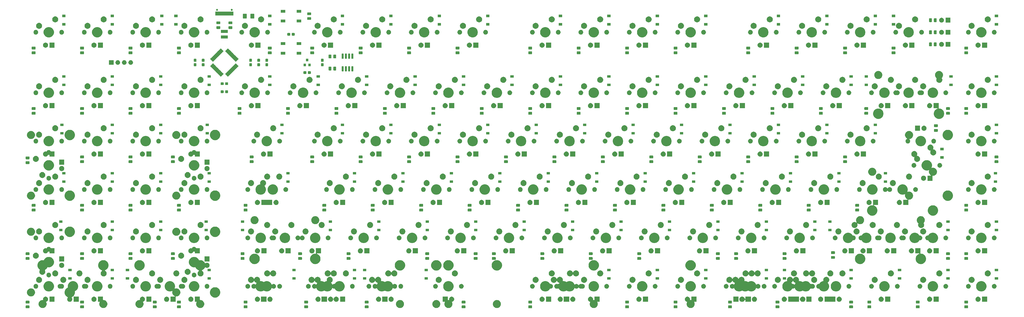
<source format=gbr>
G04 #@! TF.GenerationSoftware,KiCad,Pcbnew,(5.1.5)-3*
G04 #@! TF.CreationDate,2020-01-31T02:23:37+08:00*
G04 #@! TF.ProjectId,Mira,4d697261-2e6b-4696-9361-645f70636258,rev?*
G04 #@! TF.SameCoordinates,Original*
G04 #@! TF.FileFunction,Soldermask,Bot*
G04 #@! TF.FilePolarity,Negative*
%FSLAX46Y46*%
G04 Gerber Fmt 4.6, Leading zero omitted, Abs format (unit mm)*
G04 Created by KiCad (PCBNEW (5.1.5)-3) date 2020-01-31 02:23:37*
%MOMM*%
%LPD*%
G04 APERTURE LIST*
%ADD10C,1.000000*%
G04 APERTURE END LIST*
D10*
G36*
X342293843Y-107559815D02*
G01*
X342332513Y-107571546D01*
X342368152Y-107590596D01*
X342399392Y-107616233D01*
X342425029Y-107647473D01*
X342444079Y-107683112D01*
X342455810Y-107721782D01*
X342460375Y-107768138D01*
X342460375Y-108419362D01*
X342455810Y-108465718D01*
X342444079Y-108504388D01*
X342425029Y-108540027D01*
X342399392Y-108571267D01*
X342368152Y-108596904D01*
X342332513Y-108615954D01*
X342293843Y-108627685D01*
X342247487Y-108632250D01*
X341171263Y-108632250D01*
X341124907Y-108627685D01*
X341086237Y-108615954D01*
X341050598Y-108596904D01*
X341019358Y-108571267D01*
X340993721Y-108540027D01*
X340974671Y-108504388D01*
X340962940Y-108465718D01*
X340958375Y-108419362D01*
X340958375Y-107768138D01*
X340962940Y-107721782D01*
X340974671Y-107683112D01*
X340993721Y-107647473D01*
X341019358Y-107616233D01*
X341050598Y-107590596D01*
X341086237Y-107571546D01*
X341124907Y-107559815D01*
X341171263Y-107555250D01*
X342247487Y-107555250D01*
X342293843Y-107559815D01*
G37*
G36*
X247043843Y-107559815D02*
G01*
X247082513Y-107571546D01*
X247118152Y-107590596D01*
X247149392Y-107616233D01*
X247175029Y-107647473D01*
X247194079Y-107683112D01*
X247205810Y-107721782D01*
X247210375Y-107768138D01*
X247210375Y-108419362D01*
X247205810Y-108465718D01*
X247194079Y-108504388D01*
X247175029Y-108540027D01*
X247149392Y-108571267D01*
X247118152Y-108596904D01*
X247082513Y-108615954D01*
X247043843Y-108627685D01*
X246997487Y-108632250D01*
X245921263Y-108632250D01*
X245874907Y-108627685D01*
X245836237Y-108615954D01*
X245800598Y-108596904D01*
X245769358Y-108571267D01*
X245743721Y-108540027D01*
X245724671Y-108504388D01*
X245712940Y-108465718D01*
X245708375Y-108419362D01*
X245708375Y-107768138D01*
X245712940Y-107721782D01*
X245724671Y-107683112D01*
X245743721Y-107647473D01*
X245769358Y-107616233D01*
X245800598Y-107590596D01*
X245836237Y-107571546D01*
X245874907Y-107559815D01*
X245921263Y-107555250D01*
X246997487Y-107555250D01*
X247043843Y-107559815D01*
G37*
G36*
X-7749907Y-107559815D02*
G01*
X-7711237Y-107571546D01*
X-7675598Y-107590596D01*
X-7644358Y-107616233D01*
X-7618721Y-107647473D01*
X-7599671Y-107683112D01*
X-7587940Y-107721782D01*
X-7583375Y-107768138D01*
X-7583375Y-108419362D01*
X-7587940Y-108465718D01*
X-7599671Y-108504388D01*
X-7618721Y-108540027D01*
X-7644358Y-108571267D01*
X-7675598Y-108596904D01*
X-7711237Y-108615954D01*
X-7749907Y-108627685D01*
X-7796263Y-108632250D01*
X-8872487Y-108632250D01*
X-8918843Y-108627685D01*
X-8957513Y-108615954D01*
X-8993152Y-108596904D01*
X-9024392Y-108571267D01*
X-9050029Y-108540027D01*
X-9069079Y-108504388D01*
X-9080810Y-108465718D01*
X-9085375Y-108419362D01*
X-9085375Y-107768138D01*
X-9080810Y-107721782D01*
X-9069079Y-107683112D01*
X-9050029Y-107647473D01*
X-9024392Y-107616233D01*
X-8993152Y-107590596D01*
X-8957513Y-107571546D01*
X-8918843Y-107559815D01*
X-8872487Y-107555250D01*
X-7796263Y-107555250D01*
X-7749907Y-107559815D01*
G37*
G36*
X316100093Y-107559815D02*
G01*
X316138763Y-107571546D01*
X316174402Y-107590596D01*
X316205642Y-107616233D01*
X316231279Y-107647473D01*
X316250329Y-107683112D01*
X316262060Y-107721782D01*
X316266625Y-107768138D01*
X316266625Y-108419362D01*
X316262060Y-108465718D01*
X316250329Y-108504388D01*
X316231279Y-108540027D01*
X316205642Y-108571267D01*
X316174402Y-108596904D01*
X316138763Y-108615954D01*
X316100093Y-108627685D01*
X316053737Y-108632250D01*
X314977513Y-108632250D01*
X314931157Y-108627685D01*
X314892487Y-108615954D01*
X314856848Y-108596904D01*
X314825608Y-108571267D01*
X314799971Y-108540027D01*
X314780921Y-108504388D01*
X314769190Y-108465718D01*
X314764625Y-108419362D01*
X314764625Y-107768138D01*
X314769190Y-107721782D01*
X314780921Y-107683112D01*
X314799971Y-107647473D01*
X314825608Y-107616233D01*
X314856848Y-107590596D01*
X314892487Y-107571546D01*
X314931157Y-107559815D01*
X314977513Y-107555250D01*
X316053737Y-107555250D01*
X316100093Y-107559815D01*
G37*
G36*
X13681343Y-107559815D02*
G01*
X13720013Y-107571546D01*
X13755652Y-107590596D01*
X13786892Y-107616233D01*
X13812529Y-107647473D01*
X13831579Y-107683112D01*
X13843310Y-107721782D01*
X13847875Y-107768138D01*
X13847875Y-108419362D01*
X13843310Y-108465718D01*
X13831579Y-108504388D01*
X13812529Y-108540027D01*
X13786892Y-108571267D01*
X13755652Y-108596904D01*
X13720013Y-108615954D01*
X13681343Y-108627685D01*
X13634987Y-108632250D01*
X12558763Y-108632250D01*
X12512407Y-108627685D01*
X12473737Y-108615954D01*
X12438098Y-108596904D01*
X12406858Y-108571267D01*
X12381221Y-108540027D01*
X12362171Y-108504388D01*
X12350440Y-108465718D01*
X12345875Y-108419362D01*
X12345875Y-107768138D01*
X12350440Y-107721782D01*
X12362171Y-107683112D01*
X12381221Y-107647473D01*
X12406858Y-107616233D01*
X12438098Y-107590596D01*
X12473737Y-107571546D01*
X12512407Y-107559815D01*
X12558763Y-107555250D01*
X13634987Y-107555250D01*
X13681343Y-107559815D01*
G37*
G36*
X42256343Y-107559815D02*
G01*
X42295013Y-107571546D01*
X42330652Y-107590596D01*
X42361892Y-107616233D01*
X42387529Y-107647473D01*
X42406579Y-107683112D01*
X42418310Y-107721782D01*
X42422875Y-107768138D01*
X42422875Y-108419362D01*
X42418310Y-108465718D01*
X42406579Y-108504388D01*
X42387529Y-108540027D01*
X42361892Y-108571267D01*
X42330652Y-108596904D01*
X42295013Y-108615954D01*
X42256343Y-108627685D01*
X42209987Y-108632250D01*
X41133763Y-108632250D01*
X41087407Y-108627685D01*
X41048737Y-108615954D01*
X41013098Y-108596904D01*
X40981858Y-108571267D01*
X40956221Y-108540027D01*
X40937171Y-108504388D01*
X40925440Y-108465718D01*
X40920875Y-108419362D01*
X40920875Y-107768138D01*
X40925440Y-107721782D01*
X40937171Y-107683112D01*
X40956221Y-107647473D01*
X40981858Y-107616233D01*
X41013098Y-107590596D01*
X41048737Y-107571546D01*
X41087407Y-107559815D01*
X41133763Y-107555250D01*
X42209987Y-107555250D01*
X42256343Y-107559815D01*
G37*
G36*
X51781343Y-107559815D02*
G01*
X51820013Y-107571546D01*
X51855652Y-107590596D01*
X51886892Y-107616233D01*
X51912529Y-107647473D01*
X51931579Y-107683112D01*
X51943310Y-107721782D01*
X51947875Y-107768138D01*
X51947875Y-108419362D01*
X51943310Y-108465718D01*
X51931579Y-108504388D01*
X51912529Y-108540027D01*
X51886892Y-108571267D01*
X51855652Y-108596904D01*
X51820013Y-108615954D01*
X51781343Y-108627685D01*
X51734987Y-108632250D01*
X50658763Y-108632250D01*
X50612407Y-108627685D01*
X50573737Y-108615954D01*
X50538098Y-108596904D01*
X50506858Y-108571267D01*
X50481221Y-108540027D01*
X50462171Y-108504388D01*
X50450440Y-108465718D01*
X50445875Y-108419362D01*
X50445875Y-107768138D01*
X50450440Y-107721782D01*
X50462171Y-107683112D01*
X50481221Y-107647473D01*
X50506858Y-107616233D01*
X50538098Y-107590596D01*
X50573737Y-107571546D01*
X50612407Y-107559815D01*
X50658763Y-107555250D01*
X51734987Y-107555250D01*
X51781343Y-107559815D01*
G37*
G36*
X77975093Y-107559815D02*
G01*
X78013763Y-107571546D01*
X78049402Y-107590596D01*
X78080642Y-107616233D01*
X78106279Y-107647473D01*
X78125329Y-107683112D01*
X78137060Y-107721782D01*
X78141625Y-107768138D01*
X78141625Y-108419362D01*
X78137060Y-108465718D01*
X78125329Y-108504388D01*
X78106279Y-108540027D01*
X78080642Y-108571267D01*
X78049402Y-108596904D01*
X78013763Y-108615954D01*
X77975093Y-108627685D01*
X77928737Y-108632250D01*
X76852513Y-108632250D01*
X76806157Y-108627685D01*
X76767487Y-108615954D01*
X76731848Y-108596904D01*
X76700608Y-108571267D01*
X76674971Y-108540027D01*
X76655921Y-108504388D01*
X76644190Y-108465718D01*
X76639625Y-108419362D01*
X76639625Y-107768138D01*
X76644190Y-107721782D01*
X76655921Y-107683112D01*
X76674971Y-107647473D01*
X76700608Y-107616233D01*
X76731848Y-107590596D01*
X76767487Y-107571546D01*
X76806157Y-107559815D01*
X76852513Y-107555250D01*
X77928737Y-107555250D01*
X77975093Y-107559815D01*
G37*
G36*
X163700093Y-107559815D02*
G01*
X163738763Y-107571546D01*
X163774402Y-107590596D01*
X163805642Y-107616233D01*
X163831279Y-107647473D01*
X163850329Y-107683112D01*
X163862060Y-107721782D01*
X163866625Y-107768138D01*
X163866625Y-108419362D01*
X163862060Y-108465718D01*
X163850329Y-108504388D01*
X163831279Y-108540027D01*
X163805642Y-108571267D01*
X163774402Y-108596904D01*
X163738763Y-108615954D01*
X163700093Y-108627685D01*
X163653737Y-108632250D01*
X162577513Y-108632250D01*
X162531157Y-108627685D01*
X162492487Y-108615954D01*
X162456848Y-108596904D01*
X162425608Y-108571267D01*
X162399971Y-108540027D01*
X162380921Y-108504388D01*
X162369190Y-108465718D01*
X162364625Y-108419362D01*
X162364625Y-107768138D01*
X162369190Y-107721782D01*
X162380921Y-107683112D01*
X162399971Y-107647473D01*
X162425608Y-107616233D01*
X162456848Y-107590596D01*
X162492487Y-107571546D01*
X162531157Y-107559815D01*
X162577513Y-107555250D01*
X163653737Y-107555250D01*
X163700093Y-107559815D01*
G37*
G36*
X101787593Y-107559815D02*
G01*
X101826263Y-107571546D01*
X101861902Y-107590596D01*
X101893142Y-107616233D01*
X101918779Y-107647473D01*
X101937829Y-107683112D01*
X101949560Y-107721782D01*
X101954125Y-107768138D01*
X101954125Y-108419362D01*
X101949560Y-108465718D01*
X101937829Y-108504388D01*
X101918779Y-108540027D01*
X101893142Y-108571267D01*
X101861902Y-108596904D01*
X101826263Y-108615954D01*
X101787593Y-108627685D01*
X101741237Y-108632250D01*
X100665013Y-108632250D01*
X100618657Y-108627685D01*
X100579987Y-108615954D01*
X100544348Y-108596904D01*
X100513108Y-108571267D01*
X100487471Y-108540027D01*
X100468421Y-108504388D01*
X100456690Y-108465718D01*
X100452125Y-108419362D01*
X100452125Y-107768138D01*
X100456690Y-107721782D01*
X100468421Y-107683112D01*
X100487471Y-107647473D01*
X100513108Y-107616233D01*
X100544348Y-107590596D01*
X100579987Y-107571546D01*
X100618657Y-107559815D01*
X100665013Y-107555250D01*
X101741237Y-107555250D01*
X101787593Y-107559815D01*
G37*
G36*
X227993843Y-107559815D02*
G01*
X228032513Y-107571546D01*
X228068152Y-107590596D01*
X228099392Y-107616233D01*
X228125029Y-107647473D01*
X228144079Y-107683112D01*
X228155810Y-107721782D01*
X228160375Y-107768138D01*
X228160375Y-108419362D01*
X228155810Y-108465718D01*
X228144079Y-108504388D01*
X228125029Y-108540027D01*
X228099392Y-108571267D01*
X228068152Y-108596904D01*
X228032513Y-108615954D01*
X227993843Y-108627685D01*
X227947487Y-108632250D01*
X226871263Y-108632250D01*
X226824907Y-108627685D01*
X226786237Y-108615954D01*
X226750598Y-108596904D01*
X226719358Y-108571267D01*
X226693721Y-108540027D01*
X226674671Y-108504388D01*
X226662940Y-108465718D01*
X226658375Y-108419362D01*
X226658375Y-107768138D01*
X226662940Y-107721782D01*
X226674671Y-107683112D01*
X226693721Y-107647473D01*
X226719358Y-107616233D01*
X226750598Y-107590596D01*
X226786237Y-107571546D01*
X226824907Y-107559815D01*
X226871263Y-107555250D01*
X227947487Y-107555250D01*
X227993843Y-107559815D01*
G37*
G36*
X125600093Y-107559815D02*
G01*
X125638763Y-107571546D01*
X125674402Y-107590596D01*
X125705642Y-107616233D01*
X125731279Y-107647473D01*
X125750329Y-107683112D01*
X125762060Y-107721782D01*
X125766625Y-107768138D01*
X125766625Y-108419362D01*
X125762060Y-108465718D01*
X125750329Y-108504388D01*
X125731279Y-108540027D01*
X125705642Y-108571267D01*
X125674402Y-108596904D01*
X125638763Y-108615954D01*
X125600093Y-108627685D01*
X125553737Y-108632250D01*
X124477513Y-108632250D01*
X124431157Y-108627685D01*
X124392487Y-108615954D01*
X124356848Y-108596904D01*
X124325608Y-108571267D01*
X124299971Y-108540027D01*
X124280921Y-108504388D01*
X124269190Y-108465718D01*
X124264625Y-108419362D01*
X124264625Y-107768138D01*
X124269190Y-107721782D01*
X124280921Y-107683112D01*
X124299971Y-107647473D01*
X124325608Y-107616233D01*
X124356848Y-107590596D01*
X124392487Y-107571546D01*
X124431157Y-107559815D01*
X124477513Y-107555250D01*
X125553737Y-107555250D01*
X125600093Y-107559815D01*
G37*
G36*
X189893843Y-107559815D02*
G01*
X189932513Y-107571546D01*
X189968152Y-107590596D01*
X189999392Y-107616233D01*
X190025029Y-107647473D01*
X190044079Y-107683112D01*
X190055810Y-107721782D01*
X190060375Y-107768138D01*
X190060375Y-108419362D01*
X190055810Y-108465718D01*
X190044079Y-108504388D01*
X190025029Y-108540027D01*
X189999392Y-108571267D01*
X189968152Y-108596904D01*
X189932513Y-108615954D01*
X189893843Y-108627685D01*
X189847487Y-108632250D01*
X188771263Y-108632250D01*
X188724907Y-108627685D01*
X188686237Y-108615954D01*
X188650598Y-108596904D01*
X188619358Y-108571267D01*
X188593721Y-108540027D01*
X188574671Y-108504388D01*
X188562940Y-108465718D01*
X188558375Y-108419362D01*
X188558375Y-107768138D01*
X188562940Y-107721782D01*
X188574671Y-107683112D01*
X188593721Y-107647473D01*
X188619358Y-107616233D01*
X188650598Y-107590596D01*
X188686237Y-107571546D01*
X188724907Y-107559815D01*
X188771263Y-107555250D01*
X189847487Y-107555250D01*
X189893843Y-107559815D01*
G37*
G36*
X268475093Y-107559815D02*
G01*
X268513763Y-107571546D01*
X268549402Y-107590596D01*
X268580642Y-107616233D01*
X268606279Y-107647473D01*
X268625329Y-107683112D01*
X268637060Y-107721782D01*
X268641625Y-107768138D01*
X268641625Y-108419362D01*
X268637060Y-108465718D01*
X268625329Y-108504388D01*
X268606279Y-108540027D01*
X268580642Y-108571267D01*
X268549402Y-108596904D01*
X268513763Y-108615954D01*
X268475093Y-108627685D01*
X268428737Y-108632250D01*
X267352513Y-108632250D01*
X267306157Y-108627685D01*
X267267487Y-108615954D01*
X267231848Y-108596904D01*
X267200608Y-108571267D01*
X267174971Y-108540027D01*
X267155921Y-108504388D01*
X267144190Y-108465718D01*
X267139625Y-108419362D01*
X267139625Y-107768138D01*
X267144190Y-107721782D01*
X267155921Y-107683112D01*
X267174971Y-107647473D01*
X267200608Y-107616233D01*
X267231848Y-107590596D01*
X267267487Y-107571546D01*
X267306157Y-107559815D01*
X267352513Y-107555250D01*
X268428737Y-107555250D01*
X268475093Y-107559815D01*
G37*
G36*
X323243843Y-107559815D02*
G01*
X323282513Y-107571546D01*
X323318152Y-107590596D01*
X323349392Y-107616233D01*
X323375029Y-107647473D01*
X323394079Y-107683112D01*
X323405810Y-107721782D01*
X323410375Y-107768138D01*
X323410375Y-108419362D01*
X323405810Y-108465718D01*
X323394079Y-108504388D01*
X323375029Y-108540027D01*
X323349392Y-108571267D01*
X323318152Y-108596904D01*
X323282513Y-108615954D01*
X323243843Y-108627685D01*
X323197487Y-108632250D01*
X322121263Y-108632250D01*
X322074907Y-108627685D01*
X322036237Y-108615954D01*
X322000598Y-108596904D01*
X321969358Y-108571267D01*
X321943721Y-108540027D01*
X321924671Y-108504388D01*
X321912940Y-108465718D01*
X321908375Y-108419362D01*
X321908375Y-107768138D01*
X321912940Y-107721782D01*
X321924671Y-107683112D01*
X321943721Y-107647473D01*
X321969358Y-107616233D01*
X322000598Y-107590596D01*
X322036237Y-107571546D01*
X322074907Y-107559815D01*
X322121263Y-107555250D01*
X323197487Y-107555250D01*
X323243843Y-107559815D01*
G37*
G36*
X361343843Y-107559815D02*
G01*
X361382513Y-107571546D01*
X361418152Y-107590596D01*
X361449392Y-107616233D01*
X361475029Y-107647473D01*
X361494079Y-107683112D01*
X361505810Y-107721782D01*
X361510375Y-107768138D01*
X361510375Y-108419362D01*
X361505810Y-108465718D01*
X361494079Y-108504388D01*
X361475029Y-108540027D01*
X361449392Y-108571267D01*
X361418152Y-108596904D01*
X361382513Y-108615954D01*
X361343843Y-108627685D01*
X361297487Y-108632250D01*
X360221263Y-108632250D01*
X360174907Y-108627685D01*
X360136237Y-108615954D01*
X360100598Y-108596904D01*
X360069358Y-108571267D01*
X360043721Y-108540027D01*
X360024671Y-108504388D01*
X360012940Y-108465718D01*
X360008375Y-108419362D01*
X360008375Y-107768138D01*
X360012940Y-107721782D01*
X360024671Y-107683112D01*
X360043721Y-107647473D01*
X360069358Y-107616233D01*
X360100598Y-107590596D01*
X360136237Y-107571546D01*
X360174907Y-107559815D01*
X360221263Y-107555250D01*
X361297487Y-107555250D01*
X361343843Y-107559815D01*
G37*
G36*
X287128218Y-107559815D02*
G01*
X287166888Y-107571546D01*
X287202527Y-107590596D01*
X287233767Y-107616233D01*
X287259404Y-107647473D01*
X287278454Y-107683112D01*
X287290185Y-107721782D01*
X287294750Y-107768138D01*
X287294750Y-108419362D01*
X287290185Y-108465718D01*
X287278454Y-108504388D01*
X287259404Y-108540027D01*
X287233767Y-108571267D01*
X287202527Y-108596904D01*
X287166888Y-108615954D01*
X287128218Y-108627685D01*
X287081862Y-108632250D01*
X286005638Y-108632250D01*
X285959282Y-108627685D01*
X285920612Y-108615954D01*
X285884973Y-108596904D01*
X285853733Y-108571267D01*
X285828096Y-108540027D01*
X285809046Y-108504388D01*
X285797315Y-108465718D01*
X285792750Y-108419362D01*
X285792750Y-107768138D01*
X285797315Y-107721782D01*
X285809046Y-107683112D01*
X285828096Y-107647473D01*
X285853733Y-107616233D01*
X285884973Y-107590596D01*
X285920612Y-107571546D01*
X285959282Y-107559815D01*
X286005638Y-107555250D01*
X287081862Y-107555250D01*
X287128218Y-107559815D01*
G37*
G36*
X156896000Y-105297501D02*
G01*
X156898402Y-105321887D01*
X156905515Y-105345336D01*
X156917066Y-105366947D01*
X156932611Y-105385889D01*
X156951553Y-105401434D01*
X156973164Y-105412985D01*
X156996613Y-105420098D01*
X157020999Y-105422500D01*
X157322670Y-105422500D01*
X157347056Y-105420098D01*
X157370505Y-105412985D01*
X157392116Y-105401434D01*
X157411058Y-105385889D01*
X157426603Y-105366947D01*
X157438154Y-105345336D01*
X157445267Y-105321887D01*
X157447669Y-105297501D01*
X157445268Y-105273120D01*
X157429000Y-105191336D01*
X157429000Y-104993664D01*
X157467563Y-104799790D01*
X157543209Y-104617164D01*
X157653030Y-104452806D01*
X157792806Y-104313030D01*
X157957164Y-104203209D01*
X158139790Y-104127563D01*
X158306075Y-104094488D01*
X158333663Y-104089000D01*
X158531337Y-104089000D01*
X158558925Y-104094488D01*
X158725210Y-104127563D01*
X158907836Y-104203209D01*
X159072194Y-104313030D01*
X159211970Y-104452806D01*
X159321791Y-104617164D01*
X159397437Y-104799790D01*
X159436000Y-104993664D01*
X159436000Y-105191336D01*
X159397437Y-105385210D01*
X159321791Y-105567836D01*
X159211970Y-105732194D01*
X159072194Y-105871970D01*
X158907836Y-105981791D01*
X158725210Y-106057437D01*
X158646084Y-106073176D01*
X158622644Y-106080286D01*
X158601034Y-106091837D01*
X158582092Y-106107382D01*
X158566546Y-106126324D01*
X158554995Y-106147935D01*
X158547882Y-106171384D01*
X158545480Y-106195770D01*
X158547882Y-106220156D01*
X158554995Y-106243605D01*
X158676974Y-106538089D01*
X158737500Y-106842375D01*
X158737500Y-107152625D01*
X158676974Y-107456910D01*
X158558248Y-107743541D01*
X158558247Y-107743542D01*
X158385883Y-108001504D01*
X158166504Y-108220883D01*
X157994139Y-108336053D01*
X157908541Y-108393248D01*
X157740637Y-108462796D01*
X157621911Y-108511974D01*
X157480878Y-108540027D01*
X157317625Y-108572500D01*
X157007375Y-108572500D01*
X156844122Y-108540027D01*
X156703089Y-108511974D01*
X156584363Y-108462796D01*
X156416459Y-108393248D01*
X156330861Y-108336053D01*
X156158496Y-108220883D01*
X155939117Y-108001504D01*
X155766753Y-107743542D01*
X155766752Y-107743541D01*
X155648026Y-107456910D01*
X155587500Y-107152625D01*
X155587500Y-106842375D01*
X155648026Y-106538090D01*
X155759555Y-106268834D01*
X155766668Y-106245385D01*
X155769070Y-106220999D01*
X155766668Y-106196613D01*
X155759555Y-106173164D01*
X155748004Y-106151553D01*
X155732459Y-106132611D01*
X155713517Y-106117066D01*
X155691906Y-106105515D01*
X155668457Y-106098402D01*
X155644071Y-106096000D01*
X154889000Y-106096000D01*
X154889000Y-104089000D01*
X156896000Y-104089000D01*
X156896000Y-105297501D01*
G37*
G36*
X-1143575Y-104094488D02*
G01*
X-977290Y-104127563D01*
X-794664Y-104203209D01*
X-630306Y-104313030D01*
X-490530Y-104452806D01*
X-380709Y-104617164D01*
X-305063Y-104799790D01*
X-266500Y-104993664D01*
X-266500Y-105191336D01*
X-305063Y-105385210D01*
X-380709Y-105567836D01*
X-490530Y-105732194D01*
X-630306Y-105871970D01*
X-794664Y-105981791D01*
X-969423Y-106054178D01*
X-991021Y-106065723D01*
X-1009963Y-106081268D01*
X-1025509Y-106100210D01*
X-1037060Y-106121821D01*
X-1044173Y-106145269D01*
X-1046575Y-106169656D01*
X-1044173Y-106194042D01*
X-1037060Y-106217491D01*
X-1025508Y-106239103D01*
X-1017252Y-106251458D01*
X-898526Y-106538090D01*
X-838000Y-106842375D01*
X-838000Y-107152625D01*
X-898526Y-107456910D01*
X-1017252Y-107743541D01*
X-1017253Y-107743542D01*
X-1189617Y-108001504D01*
X-1408996Y-108220883D01*
X-1581361Y-108336053D01*
X-1666959Y-108393248D01*
X-1834863Y-108462796D01*
X-1953589Y-108511974D01*
X-2094622Y-108540027D01*
X-2257875Y-108572500D01*
X-2568125Y-108572500D01*
X-2731378Y-108540027D01*
X-2872411Y-108511974D01*
X-2991137Y-108462796D01*
X-3159041Y-108393248D01*
X-3244639Y-108336053D01*
X-3417004Y-108220883D01*
X-3636383Y-108001504D01*
X-3808747Y-107743542D01*
X-3808748Y-107743541D01*
X-3927474Y-107456910D01*
X-3988000Y-107152625D01*
X-3988000Y-106842375D01*
X-3927474Y-106538090D01*
X-3808748Y-106251459D01*
X-3722127Y-106121821D01*
X-3636383Y-105993496D01*
X-3417004Y-105774117D01*
X-3159042Y-105601753D01*
X-3159041Y-105601752D01*
X-2991137Y-105532204D01*
X-2872411Y-105483026D01*
X-2568125Y-105422500D01*
X-2379830Y-105422500D01*
X-2355444Y-105420098D01*
X-2331995Y-105412985D01*
X-2310384Y-105401434D01*
X-2291442Y-105385889D01*
X-2275897Y-105366947D01*
X-2264346Y-105345336D01*
X-2257233Y-105321887D01*
X-2254831Y-105297501D01*
X-2257232Y-105273120D01*
X-2273500Y-105191336D01*
X-2273500Y-104993664D01*
X-2234937Y-104799790D01*
X-2159291Y-104617164D01*
X-2049470Y-104452806D01*
X-1909694Y-104313030D01*
X-1745336Y-104203209D01*
X-1562710Y-104127563D01*
X-1396425Y-104094488D01*
X-1368837Y-104089000D01*
X-1171163Y-104089000D01*
X-1143575Y-104094488D01*
G37*
G36*
X21323500Y-105297501D02*
G01*
X21325902Y-105321887D01*
X21333015Y-105345336D01*
X21344566Y-105366947D01*
X21360111Y-105385889D01*
X21379053Y-105401434D01*
X21400664Y-105412985D01*
X21424113Y-105420098D01*
X21448499Y-105422500D01*
X21618125Y-105422500D01*
X21922411Y-105483026D01*
X22041137Y-105532204D01*
X22209041Y-105601752D01*
X22209042Y-105601753D01*
X22467004Y-105774117D01*
X22686383Y-105993496D01*
X22772127Y-106121821D01*
X22858748Y-106251459D01*
X22977474Y-106538090D01*
X23038000Y-106842375D01*
X23038000Y-107152625D01*
X22977474Y-107456910D01*
X22858748Y-107743541D01*
X22858747Y-107743542D01*
X22686383Y-108001504D01*
X22467004Y-108220883D01*
X22294639Y-108336053D01*
X22209041Y-108393248D01*
X22041137Y-108462796D01*
X21922411Y-108511974D01*
X21781378Y-108540027D01*
X21618125Y-108572500D01*
X21307875Y-108572500D01*
X21144622Y-108540027D01*
X21003589Y-108511974D01*
X20884863Y-108462796D01*
X20716959Y-108393248D01*
X20631361Y-108336053D01*
X20458996Y-108220883D01*
X20239617Y-108001504D01*
X20067253Y-107743542D01*
X20067252Y-107743541D01*
X19948526Y-107456910D01*
X19888000Y-107152625D01*
X19888000Y-106842375D01*
X19948526Y-106538090D01*
X20060055Y-106268834D01*
X20067168Y-106245385D01*
X20069570Y-106220999D01*
X20067168Y-106196613D01*
X20060055Y-106173164D01*
X20048504Y-106151553D01*
X20032959Y-106132611D01*
X20014017Y-106117066D01*
X19992406Y-106105515D01*
X19968957Y-106098402D01*
X19944571Y-106096000D01*
X19316500Y-106096000D01*
X19316500Y-104089000D01*
X21323500Y-104089000D01*
X21323500Y-105297501D01*
G37*
G36*
X36956425Y-104094488D02*
G01*
X37122710Y-104127563D01*
X37305336Y-104203209D01*
X37469694Y-104313030D01*
X37609470Y-104452806D01*
X37719291Y-104617164D01*
X37794937Y-104799790D01*
X37833500Y-104993664D01*
X37833500Y-105191336D01*
X37794937Y-105385210D01*
X37719291Y-105567836D01*
X37609470Y-105732194D01*
X37469694Y-105871970D01*
X37305336Y-105981791D01*
X37130577Y-106054178D01*
X37108979Y-106065723D01*
X37090037Y-106081268D01*
X37074491Y-106100210D01*
X37062940Y-106121821D01*
X37055827Y-106145269D01*
X37053425Y-106169656D01*
X37055827Y-106194042D01*
X37062940Y-106217491D01*
X37074492Y-106239103D01*
X37082748Y-106251458D01*
X37201474Y-106538090D01*
X37262000Y-106842375D01*
X37262000Y-107152625D01*
X37201474Y-107456910D01*
X37082748Y-107743541D01*
X37082747Y-107743542D01*
X36910383Y-108001504D01*
X36691004Y-108220883D01*
X36518639Y-108336053D01*
X36433041Y-108393248D01*
X36265137Y-108462796D01*
X36146411Y-108511974D01*
X36005378Y-108540027D01*
X35842125Y-108572500D01*
X35531875Y-108572500D01*
X35368622Y-108540027D01*
X35227589Y-108511974D01*
X35108863Y-108462796D01*
X34940959Y-108393248D01*
X34855361Y-108336053D01*
X34682996Y-108220883D01*
X34463617Y-108001504D01*
X34291253Y-107743542D01*
X34291252Y-107743541D01*
X34172526Y-107456910D01*
X34112000Y-107152625D01*
X34112000Y-106842375D01*
X34172526Y-106538090D01*
X34291252Y-106251459D01*
X34377873Y-106121821D01*
X34463617Y-105993496D01*
X34682996Y-105774117D01*
X34940958Y-105601753D01*
X34940959Y-105601752D01*
X35108863Y-105532204D01*
X35227589Y-105483026D01*
X35531875Y-105422500D01*
X35720170Y-105422500D01*
X35744556Y-105420098D01*
X35768005Y-105412985D01*
X35789616Y-105401434D01*
X35808558Y-105385889D01*
X35824103Y-105366947D01*
X35835654Y-105345336D01*
X35842767Y-105321887D01*
X35845169Y-105297501D01*
X35842768Y-105273120D01*
X35826500Y-105191336D01*
X35826500Y-104993664D01*
X35865063Y-104799790D01*
X35940709Y-104617164D01*
X36050530Y-104452806D01*
X36190306Y-104313030D01*
X36354664Y-104203209D01*
X36537290Y-104127563D01*
X36703575Y-104094488D01*
X36731163Y-104089000D01*
X36928837Y-104089000D01*
X36956425Y-104094488D01*
G37*
G36*
X59423500Y-105297501D02*
G01*
X59425902Y-105321887D01*
X59433015Y-105345336D01*
X59444566Y-105366947D01*
X59460111Y-105385889D01*
X59479053Y-105401434D01*
X59500664Y-105412985D01*
X59524113Y-105420098D01*
X59548499Y-105422500D01*
X59718125Y-105422500D01*
X60022411Y-105483026D01*
X60141137Y-105532204D01*
X60309041Y-105601752D01*
X60309042Y-105601753D01*
X60567004Y-105774117D01*
X60786383Y-105993496D01*
X60872127Y-106121821D01*
X60958748Y-106251459D01*
X61077474Y-106538090D01*
X61138000Y-106842375D01*
X61138000Y-107152625D01*
X61077474Y-107456910D01*
X60958748Y-107743541D01*
X60958747Y-107743542D01*
X60786383Y-108001504D01*
X60567004Y-108220883D01*
X60394639Y-108336053D01*
X60309041Y-108393248D01*
X60141137Y-108462796D01*
X60022411Y-108511974D01*
X59881378Y-108540027D01*
X59718125Y-108572500D01*
X59407875Y-108572500D01*
X59244622Y-108540027D01*
X59103589Y-108511974D01*
X58984863Y-108462796D01*
X58816959Y-108393248D01*
X58731361Y-108336053D01*
X58558996Y-108220883D01*
X58339617Y-108001504D01*
X58167253Y-107743542D01*
X58167252Y-107743541D01*
X58048526Y-107456910D01*
X57988000Y-107152625D01*
X57988000Y-106842375D01*
X58048526Y-106538090D01*
X58160055Y-106268834D01*
X58167168Y-106245385D01*
X58169570Y-106220999D01*
X58167168Y-106196613D01*
X58160055Y-106173164D01*
X58148504Y-106151553D01*
X58132959Y-106132611D01*
X58114017Y-106117066D01*
X58092406Y-106105515D01*
X58068957Y-106098402D01*
X58044571Y-106096000D01*
X57416500Y-106096000D01*
X57416500Y-104089000D01*
X59423500Y-104089000D01*
X59423500Y-105297501D01*
G37*
G36*
X138571911Y-105483026D02*
G01*
X138690637Y-105532204D01*
X138858541Y-105601752D01*
X138858542Y-105601753D01*
X139116504Y-105774117D01*
X139335883Y-105993496D01*
X139421627Y-106121821D01*
X139508248Y-106251459D01*
X139626974Y-106538090D01*
X139687500Y-106842375D01*
X139687500Y-107152625D01*
X139626974Y-107456910D01*
X139508248Y-107743541D01*
X139508247Y-107743542D01*
X139335883Y-108001504D01*
X139116504Y-108220883D01*
X138944139Y-108336053D01*
X138858541Y-108393248D01*
X138690637Y-108462796D01*
X138571911Y-108511974D01*
X138430878Y-108540027D01*
X138267625Y-108572500D01*
X137957375Y-108572500D01*
X137794122Y-108540027D01*
X137653089Y-108511974D01*
X137534363Y-108462796D01*
X137366459Y-108393248D01*
X137280861Y-108336053D01*
X137108496Y-108220883D01*
X136889117Y-108001504D01*
X136716753Y-107743542D01*
X136716752Y-107743541D01*
X136598026Y-107456910D01*
X136537500Y-107152625D01*
X136537500Y-106842375D01*
X136598026Y-106538090D01*
X136716752Y-106251459D01*
X136803373Y-106121821D01*
X136889117Y-105993496D01*
X137108496Y-105774117D01*
X137366458Y-105601753D01*
X137366459Y-105601752D01*
X137534363Y-105532204D01*
X137653089Y-105483026D01*
X137957375Y-105422500D01*
X138267625Y-105422500D01*
X138571911Y-105483026D01*
G37*
G36*
X152865761Y-105483026D02*
G01*
X152984487Y-105532204D01*
X153152391Y-105601752D01*
X153152392Y-105601753D01*
X153410354Y-105774117D01*
X153629733Y-105993496D01*
X153715477Y-106121821D01*
X153802098Y-106251459D01*
X153920824Y-106538090D01*
X153981350Y-106842375D01*
X153981350Y-107152625D01*
X153920824Y-107456910D01*
X153802098Y-107743541D01*
X153802097Y-107743542D01*
X153629733Y-108001504D01*
X153410354Y-108220883D01*
X153237989Y-108336053D01*
X153152391Y-108393248D01*
X152984487Y-108462796D01*
X152865761Y-108511974D01*
X152724728Y-108540027D01*
X152561475Y-108572500D01*
X152251225Y-108572500D01*
X152087972Y-108540027D01*
X151946939Y-108511974D01*
X151828213Y-108462796D01*
X151660309Y-108393248D01*
X151574711Y-108336053D01*
X151402346Y-108220883D01*
X151182967Y-108001504D01*
X151010603Y-107743542D01*
X151010602Y-107743541D01*
X150891876Y-107456910D01*
X150831350Y-107152625D01*
X150831350Y-106842375D01*
X150891876Y-106538090D01*
X151010602Y-106251459D01*
X151097223Y-106121821D01*
X151182967Y-105993496D01*
X151402346Y-105774117D01*
X151660308Y-105601753D01*
X151660309Y-105601752D01*
X151828213Y-105532204D01*
X151946939Y-105483026D01*
X152251225Y-105422500D01*
X152561475Y-105422500D01*
X152865761Y-105483026D01*
G37*
G36*
X213168925Y-104094488D02*
G01*
X213335210Y-104127563D01*
X213517836Y-104203209D01*
X213682194Y-104313030D01*
X213821970Y-104452806D01*
X213931791Y-104617164D01*
X214007437Y-104799790D01*
X214046000Y-104993664D01*
X214046000Y-105191336D01*
X214029732Y-105273120D01*
X214027331Y-105297501D01*
X214029733Y-105321887D01*
X214036846Y-105345336D01*
X214048397Y-105366946D01*
X214063942Y-105385888D01*
X214082884Y-105401434D01*
X214104495Y-105412985D01*
X214127944Y-105420098D01*
X214152330Y-105422500D01*
X214454001Y-105422500D01*
X214478387Y-105420098D01*
X214501836Y-105412985D01*
X214523447Y-105401434D01*
X214542389Y-105385889D01*
X214557934Y-105366947D01*
X214569485Y-105345336D01*
X214576598Y-105321887D01*
X214579000Y-105297501D01*
X214579000Y-104089000D01*
X216586000Y-104089000D01*
X216586000Y-106096000D01*
X215830929Y-106096000D01*
X215806543Y-106098402D01*
X215783094Y-106105515D01*
X215761483Y-106117066D01*
X215742541Y-106132611D01*
X215726996Y-106151553D01*
X215715445Y-106173164D01*
X215708332Y-106196613D01*
X215705930Y-106220999D01*
X215708332Y-106245385D01*
X215715445Y-106268834D01*
X215826974Y-106538090D01*
X215887500Y-106842375D01*
X215887500Y-107152625D01*
X215826974Y-107456910D01*
X215708248Y-107743541D01*
X215708247Y-107743542D01*
X215535883Y-108001504D01*
X215316504Y-108220883D01*
X215144139Y-108336053D01*
X215058541Y-108393248D01*
X214890637Y-108462796D01*
X214771911Y-108511974D01*
X214630878Y-108540027D01*
X214467625Y-108572500D01*
X214157375Y-108572500D01*
X213994122Y-108540027D01*
X213853089Y-108511974D01*
X213734363Y-108462796D01*
X213566459Y-108393248D01*
X213480861Y-108336053D01*
X213308496Y-108220883D01*
X213089117Y-108001504D01*
X212916753Y-107743542D01*
X212916752Y-107743541D01*
X212798026Y-107456910D01*
X212737500Y-107152625D01*
X212737500Y-106842375D01*
X212798026Y-106538089D01*
X212920005Y-106243605D01*
X212927118Y-106220156D01*
X212929520Y-106195770D01*
X212927118Y-106171384D01*
X212920005Y-106147935D01*
X212908454Y-106126324D01*
X212892909Y-106107382D01*
X212873967Y-106091837D01*
X212852356Y-106080286D01*
X212828916Y-106073176D01*
X212749790Y-106057437D01*
X212567164Y-105981791D01*
X212402806Y-105871970D01*
X212263030Y-105732194D01*
X212153209Y-105567836D01*
X212077563Y-105385210D01*
X212039000Y-105191336D01*
X212039000Y-104993664D01*
X212077563Y-104799790D01*
X212153209Y-104617164D01*
X212263030Y-104452806D01*
X212402806Y-104313030D01*
X212567164Y-104203209D01*
X212749790Y-104127563D01*
X212916075Y-104094488D01*
X212943663Y-104089000D01*
X213141337Y-104089000D01*
X213168925Y-104094488D01*
G37*
G36*
X176671911Y-105483026D02*
G01*
X176790637Y-105532204D01*
X176958541Y-105601752D01*
X176958542Y-105601753D01*
X177216504Y-105774117D01*
X177435883Y-105993496D01*
X177521627Y-106121821D01*
X177608248Y-106251459D01*
X177726974Y-106538090D01*
X177787500Y-106842375D01*
X177787500Y-107152625D01*
X177726974Y-107456910D01*
X177608248Y-107743541D01*
X177608247Y-107743542D01*
X177435883Y-108001504D01*
X177216504Y-108220883D01*
X177044139Y-108336053D01*
X176958541Y-108393248D01*
X176790637Y-108462796D01*
X176671911Y-108511974D01*
X176530878Y-108540027D01*
X176367625Y-108572500D01*
X176057375Y-108572500D01*
X175894122Y-108540027D01*
X175753089Y-108511974D01*
X175634363Y-108462796D01*
X175466459Y-108393248D01*
X175380861Y-108336053D01*
X175208496Y-108220883D01*
X174989117Y-108001504D01*
X174816753Y-107743542D01*
X174816752Y-107743541D01*
X174698026Y-107456910D01*
X174637500Y-107152625D01*
X174637500Y-106842375D01*
X174698026Y-106538090D01*
X174816752Y-106251459D01*
X174903373Y-106121821D01*
X174989117Y-105993496D01*
X175208496Y-105774117D01*
X175466458Y-105601753D01*
X175466459Y-105601752D01*
X175634363Y-105532204D01*
X175753089Y-105483026D01*
X176057375Y-105422500D01*
X176367625Y-105422500D01*
X176671911Y-105483026D01*
G37*
G36*
X251268925Y-104094488D02*
G01*
X251435210Y-104127563D01*
X251617836Y-104203209D01*
X251782194Y-104313030D01*
X251921970Y-104452806D01*
X252031791Y-104617164D01*
X252107437Y-104799790D01*
X252146000Y-104993664D01*
X252146000Y-105191336D01*
X252129732Y-105273120D01*
X252127331Y-105297501D01*
X252129733Y-105321887D01*
X252136846Y-105345336D01*
X252148397Y-105366946D01*
X252163942Y-105385888D01*
X252182884Y-105401434D01*
X252204495Y-105412985D01*
X252227944Y-105420098D01*
X252252330Y-105422500D01*
X252554001Y-105422500D01*
X252578387Y-105420098D01*
X252601836Y-105412985D01*
X252623447Y-105401434D01*
X252642389Y-105385889D01*
X252657934Y-105366947D01*
X252669485Y-105345336D01*
X252676598Y-105321887D01*
X252679000Y-105297501D01*
X252679000Y-104089000D01*
X254686000Y-104089000D01*
X254686000Y-106096000D01*
X253930929Y-106096000D01*
X253906543Y-106098402D01*
X253883094Y-106105515D01*
X253861483Y-106117066D01*
X253842541Y-106132611D01*
X253826996Y-106151553D01*
X253815445Y-106173164D01*
X253808332Y-106196613D01*
X253805930Y-106220999D01*
X253808332Y-106245385D01*
X253815445Y-106268834D01*
X253926974Y-106538090D01*
X253987500Y-106842375D01*
X253987500Y-107152625D01*
X253926974Y-107456910D01*
X253808248Y-107743541D01*
X253808247Y-107743542D01*
X253635883Y-108001504D01*
X253416504Y-108220883D01*
X253244139Y-108336053D01*
X253158541Y-108393248D01*
X252990637Y-108462796D01*
X252871911Y-108511974D01*
X252730878Y-108540027D01*
X252567625Y-108572500D01*
X252251025Y-108572500D01*
X252087772Y-108540027D01*
X251946739Y-108511974D01*
X251828013Y-108462796D01*
X251660109Y-108393248D01*
X251574511Y-108336053D01*
X251402146Y-108220883D01*
X251182767Y-108001504D01*
X251010403Y-107743542D01*
X251010402Y-107743541D01*
X250891676Y-107456910D01*
X250831150Y-107152625D01*
X250831150Y-106842375D01*
X250891676Y-106538089D01*
X251014138Y-106242438D01*
X251021251Y-106218989D01*
X251023653Y-106194603D01*
X251021251Y-106170217D01*
X251014138Y-106146768D01*
X251002587Y-106125157D01*
X250987041Y-106106215D01*
X250968099Y-106090670D01*
X250946489Y-106079119D01*
X250923049Y-106072009D01*
X250849790Y-106057437D01*
X250667164Y-105981791D01*
X250502806Y-105871970D01*
X250363030Y-105732194D01*
X250253209Y-105567836D01*
X250177563Y-105385210D01*
X250139000Y-105191336D01*
X250139000Y-104993664D01*
X250177563Y-104799790D01*
X250253209Y-104617164D01*
X250363030Y-104452806D01*
X250502806Y-104313030D01*
X250667164Y-104203209D01*
X250849790Y-104127563D01*
X251016075Y-104094488D01*
X251043663Y-104089000D01*
X251241337Y-104089000D01*
X251268925Y-104094488D01*
G37*
G36*
X316100093Y-105684815D02*
G01*
X316138763Y-105696546D01*
X316174402Y-105715596D01*
X316205642Y-105741233D01*
X316231279Y-105772473D01*
X316250329Y-105808112D01*
X316262060Y-105846782D01*
X316266625Y-105893138D01*
X316266625Y-106544362D01*
X316262060Y-106590718D01*
X316250329Y-106629388D01*
X316231279Y-106665027D01*
X316205642Y-106696267D01*
X316174402Y-106721904D01*
X316138763Y-106740954D01*
X316100093Y-106752685D01*
X316053737Y-106757250D01*
X314977513Y-106757250D01*
X314931157Y-106752685D01*
X314892487Y-106740954D01*
X314856848Y-106721904D01*
X314825608Y-106696267D01*
X314799971Y-106665027D01*
X314780921Y-106629388D01*
X314769190Y-106590718D01*
X314764625Y-106544362D01*
X314764625Y-105893138D01*
X314769190Y-105846782D01*
X314780921Y-105808112D01*
X314799971Y-105772473D01*
X314825608Y-105741233D01*
X314856848Y-105715596D01*
X314892487Y-105696546D01*
X314931157Y-105684815D01*
X314977513Y-105680250D01*
X316053737Y-105680250D01*
X316100093Y-105684815D01*
G37*
G36*
X247043843Y-105684815D02*
G01*
X247082513Y-105696546D01*
X247118152Y-105715596D01*
X247149392Y-105741233D01*
X247175029Y-105772473D01*
X247194079Y-105808112D01*
X247205810Y-105846782D01*
X247210375Y-105893138D01*
X247210375Y-106544362D01*
X247205810Y-106590718D01*
X247194079Y-106629388D01*
X247175029Y-106665027D01*
X247149392Y-106696267D01*
X247118152Y-106721904D01*
X247082513Y-106740954D01*
X247043843Y-106752685D01*
X246997487Y-106757250D01*
X245921263Y-106757250D01*
X245874907Y-106752685D01*
X245836237Y-106740954D01*
X245800598Y-106721904D01*
X245769358Y-106696267D01*
X245743721Y-106665027D01*
X245724671Y-106629388D01*
X245712940Y-106590718D01*
X245708375Y-106544362D01*
X245708375Y-105893138D01*
X245712940Y-105846782D01*
X245724671Y-105808112D01*
X245743721Y-105772473D01*
X245769358Y-105741233D01*
X245800598Y-105715596D01*
X245836237Y-105696546D01*
X245874907Y-105684815D01*
X245921263Y-105680250D01*
X246997487Y-105680250D01*
X247043843Y-105684815D01*
G37*
G36*
X42256343Y-105684815D02*
G01*
X42295013Y-105696546D01*
X42330652Y-105715596D01*
X42361892Y-105741233D01*
X42387529Y-105772473D01*
X42406579Y-105808112D01*
X42418310Y-105846782D01*
X42422875Y-105893138D01*
X42422875Y-106544362D01*
X42418310Y-106590718D01*
X42406579Y-106629388D01*
X42387529Y-106665027D01*
X42361892Y-106696267D01*
X42330652Y-106721904D01*
X42295013Y-106740954D01*
X42256343Y-106752685D01*
X42209987Y-106757250D01*
X41133763Y-106757250D01*
X41087407Y-106752685D01*
X41048737Y-106740954D01*
X41013098Y-106721904D01*
X40981858Y-106696267D01*
X40956221Y-106665027D01*
X40937171Y-106629388D01*
X40925440Y-106590718D01*
X40920875Y-106544362D01*
X40920875Y-105893138D01*
X40925440Y-105846782D01*
X40937171Y-105808112D01*
X40956221Y-105772473D01*
X40981858Y-105741233D01*
X41013098Y-105715596D01*
X41048737Y-105696546D01*
X41087407Y-105684815D01*
X41133763Y-105680250D01*
X42209987Y-105680250D01*
X42256343Y-105684815D01*
G37*
G36*
X163700093Y-105684815D02*
G01*
X163738763Y-105696546D01*
X163774402Y-105715596D01*
X163805642Y-105741233D01*
X163831279Y-105772473D01*
X163850329Y-105808112D01*
X163862060Y-105846782D01*
X163866625Y-105893138D01*
X163866625Y-106544362D01*
X163862060Y-106590718D01*
X163850329Y-106629388D01*
X163831279Y-106665027D01*
X163805642Y-106696267D01*
X163774402Y-106721904D01*
X163738763Y-106740954D01*
X163700093Y-106752685D01*
X163653737Y-106757250D01*
X162577513Y-106757250D01*
X162531157Y-106752685D01*
X162492487Y-106740954D01*
X162456848Y-106721904D01*
X162425608Y-106696267D01*
X162399971Y-106665027D01*
X162380921Y-106629388D01*
X162369190Y-106590718D01*
X162364625Y-106544362D01*
X162364625Y-105893138D01*
X162369190Y-105846782D01*
X162380921Y-105808112D01*
X162399971Y-105772473D01*
X162425608Y-105741233D01*
X162456848Y-105715596D01*
X162492487Y-105696546D01*
X162531157Y-105684815D01*
X162577513Y-105680250D01*
X163653737Y-105680250D01*
X163700093Y-105684815D01*
G37*
G36*
X227993843Y-105684815D02*
G01*
X228032513Y-105696546D01*
X228068152Y-105715596D01*
X228099392Y-105741233D01*
X228125029Y-105772473D01*
X228144079Y-105808112D01*
X228155810Y-105846782D01*
X228160375Y-105893138D01*
X228160375Y-106544362D01*
X228155810Y-106590718D01*
X228144079Y-106629388D01*
X228125029Y-106665027D01*
X228099392Y-106696267D01*
X228068152Y-106721904D01*
X228032513Y-106740954D01*
X227993843Y-106752685D01*
X227947487Y-106757250D01*
X226871263Y-106757250D01*
X226824907Y-106752685D01*
X226786237Y-106740954D01*
X226750598Y-106721904D01*
X226719358Y-106696267D01*
X226693721Y-106665027D01*
X226674671Y-106629388D01*
X226662940Y-106590718D01*
X226658375Y-106544362D01*
X226658375Y-105893138D01*
X226662940Y-105846782D01*
X226674671Y-105808112D01*
X226693721Y-105772473D01*
X226719358Y-105741233D01*
X226750598Y-105715596D01*
X226786237Y-105696546D01*
X226824907Y-105684815D01*
X226871263Y-105680250D01*
X227947487Y-105680250D01*
X227993843Y-105684815D01*
G37*
G36*
X342293843Y-105684815D02*
G01*
X342332513Y-105696546D01*
X342368152Y-105715596D01*
X342399392Y-105741233D01*
X342425029Y-105772473D01*
X342444079Y-105808112D01*
X342455810Y-105846782D01*
X342460375Y-105893138D01*
X342460375Y-106544362D01*
X342455810Y-106590718D01*
X342444079Y-106629388D01*
X342425029Y-106665027D01*
X342399392Y-106696267D01*
X342368152Y-106721904D01*
X342332513Y-106740954D01*
X342293843Y-106752685D01*
X342247487Y-106757250D01*
X341171263Y-106757250D01*
X341124907Y-106752685D01*
X341086237Y-106740954D01*
X341050598Y-106721904D01*
X341019358Y-106696267D01*
X340993721Y-106665027D01*
X340974671Y-106629388D01*
X340962940Y-106590718D01*
X340958375Y-106544362D01*
X340958375Y-105893138D01*
X340962940Y-105846782D01*
X340974671Y-105808112D01*
X340993721Y-105772473D01*
X341019358Y-105741233D01*
X341050598Y-105715596D01*
X341086237Y-105696546D01*
X341124907Y-105684815D01*
X341171263Y-105680250D01*
X342247487Y-105680250D01*
X342293843Y-105684815D01*
G37*
G36*
X361343843Y-105684815D02*
G01*
X361382513Y-105696546D01*
X361418152Y-105715596D01*
X361449392Y-105741233D01*
X361475029Y-105772473D01*
X361494079Y-105808112D01*
X361505810Y-105846782D01*
X361510375Y-105893138D01*
X361510375Y-106544362D01*
X361505810Y-106590718D01*
X361494079Y-106629388D01*
X361475029Y-106665027D01*
X361449392Y-106696267D01*
X361418152Y-106721904D01*
X361382513Y-106740954D01*
X361343843Y-106752685D01*
X361297487Y-106757250D01*
X360221263Y-106757250D01*
X360174907Y-106752685D01*
X360136237Y-106740954D01*
X360100598Y-106721904D01*
X360069358Y-106696267D01*
X360043721Y-106665027D01*
X360024671Y-106629388D01*
X360012940Y-106590718D01*
X360008375Y-106544362D01*
X360008375Y-105893138D01*
X360012940Y-105846782D01*
X360024671Y-105808112D01*
X360043721Y-105772473D01*
X360069358Y-105741233D01*
X360100598Y-105715596D01*
X360136237Y-105696546D01*
X360174907Y-105684815D01*
X360221263Y-105680250D01*
X361297487Y-105680250D01*
X361343843Y-105684815D01*
G37*
G36*
X287128218Y-105684815D02*
G01*
X287166888Y-105696546D01*
X287202527Y-105715596D01*
X287233767Y-105741233D01*
X287259404Y-105772473D01*
X287278454Y-105808112D01*
X287290185Y-105846782D01*
X287294750Y-105893138D01*
X287294750Y-106544362D01*
X287290185Y-106590718D01*
X287278454Y-106629388D01*
X287259404Y-106665027D01*
X287233767Y-106696267D01*
X287202527Y-106721904D01*
X287166888Y-106740954D01*
X287128218Y-106752685D01*
X287081862Y-106757250D01*
X286005638Y-106757250D01*
X285959282Y-106752685D01*
X285920612Y-106740954D01*
X285884973Y-106721904D01*
X285853733Y-106696267D01*
X285828096Y-106665027D01*
X285809046Y-106629388D01*
X285797315Y-106590718D01*
X285792750Y-106544362D01*
X285792750Y-105893138D01*
X285797315Y-105846782D01*
X285809046Y-105808112D01*
X285828096Y-105772473D01*
X285853733Y-105741233D01*
X285884973Y-105715596D01*
X285920612Y-105696546D01*
X285959282Y-105684815D01*
X286005638Y-105680250D01*
X287081862Y-105680250D01*
X287128218Y-105684815D01*
G37*
G36*
X323243843Y-105684815D02*
G01*
X323282513Y-105696546D01*
X323318152Y-105715596D01*
X323349392Y-105741233D01*
X323375029Y-105772473D01*
X323394079Y-105808112D01*
X323405810Y-105846782D01*
X323410375Y-105893138D01*
X323410375Y-106544362D01*
X323405810Y-106590718D01*
X323394079Y-106629388D01*
X323375029Y-106665027D01*
X323349392Y-106696267D01*
X323318152Y-106721904D01*
X323282513Y-106740954D01*
X323243843Y-106752685D01*
X323197487Y-106757250D01*
X322121263Y-106757250D01*
X322074907Y-106752685D01*
X322036237Y-106740954D01*
X322000598Y-106721904D01*
X321969358Y-106696267D01*
X321943721Y-106665027D01*
X321924671Y-106629388D01*
X321912940Y-106590718D01*
X321908375Y-106544362D01*
X321908375Y-105893138D01*
X321912940Y-105846782D01*
X321924671Y-105808112D01*
X321943721Y-105772473D01*
X321969358Y-105741233D01*
X322000598Y-105715596D01*
X322036237Y-105696546D01*
X322074907Y-105684815D01*
X322121263Y-105680250D01*
X323197487Y-105680250D01*
X323243843Y-105684815D01*
G37*
G36*
X268475093Y-105684815D02*
G01*
X268513763Y-105696546D01*
X268549402Y-105715596D01*
X268580642Y-105741233D01*
X268606279Y-105772473D01*
X268625329Y-105808112D01*
X268637060Y-105846782D01*
X268641625Y-105893138D01*
X268641625Y-106544362D01*
X268637060Y-106590718D01*
X268625329Y-106629388D01*
X268606279Y-106665027D01*
X268580642Y-106696267D01*
X268549402Y-106721904D01*
X268513763Y-106740954D01*
X268475093Y-106752685D01*
X268428737Y-106757250D01*
X267352513Y-106757250D01*
X267306157Y-106752685D01*
X267267487Y-106740954D01*
X267231848Y-106721904D01*
X267200608Y-106696267D01*
X267174971Y-106665027D01*
X267155921Y-106629388D01*
X267144190Y-106590718D01*
X267139625Y-106544362D01*
X267139625Y-105893138D01*
X267144190Y-105846782D01*
X267155921Y-105808112D01*
X267174971Y-105772473D01*
X267200608Y-105741233D01*
X267231848Y-105715596D01*
X267267487Y-105696546D01*
X267306157Y-105684815D01*
X267352513Y-105680250D01*
X268428737Y-105680250D01*
X268475093Y-105684815D01*
G37*
G36*
X101787593Y-105684815D02*
G01*
X101826263Y-105696546D01*
X101861902Y-105715596D01*
X101893142Y-105741233D01*
X101918779Y-105772473D01*
X101937829Y-105808112D01*
X101949560Y-105846782D01*
X101954125Y-105893138D01*
X101954125Y-106544362D01*
X101949560Y-106590718D01*
X101937829Y-106629388D01*
X101918779Y-106665027D01*
X101893142Y-106696267D01*
X101861902Y-106721904D01*
X101826263Y-106740954D01*
X101787593Y-106752685D01*
X101741237Y-106757250D01*
X100665013Y-106757250D01*
X100618657Y-106752685D01*
X100579987Y-106740954D01*
X100544348Y-106721904D01*
X100513108Y-106696267D01*
X100487471Y-106665027D01*
X100468421Y-106629388D01*
X100456690Y-106590718D01*
X100452125Y-106544362D01*
X100452125Y-105893138D01*
X100456690Y-105846782D01*
X100468421Y-105808112D01*
X100487471Y-105772473D01*
X100513108Y-105741233D01*
X100544348Y-105715596D01*
X100579987Y-105696546D01*
X100618657Y-105684815D01*
X100665013Y-105680250D01*
X101741237Y-105680250D01*
X101787593Y-105684815D01*
G37*
G36*
X77975093Y-105684815D02*
G01*
X78013763Y-105696546D01*
X78049402Y-105715596D01*
X78080642Y-105741233D01*
X78106279Y-105772473D01*
X78125329Y-105808112D01*
X78137060Y-105846782D01*
X78141625Y-105893138D01*
X78141625Y-106544362D01*
X78137060Y-106590718D01*
X78125329Y-106629388D01*
X78106279Y-106665027D01*
X78080642Y-106696267D01*
X78049402Y-106721904D01*
X78013763Y-106740954D01*
X77975093Y-106752685D01*
X77928737Y-106757250D01*
X76852513Y-106757250D01*
X76806157Y-106752685D01*
X76767487Y-106740954D01*
X76731848Y-106721904D01*
X76700608Y-106696267D01*
X76674971Y-106665027D01*
X76655921Y-106629388D01*
X76644190Y-106590718D01*
X76639625Y-106544362D01*
X76639625Y-105893138D01*
X76644190Y-105846782D01*
X76655921Y-105808112D01*
X76674971Y-105772473D01*
X76700608Y-105741233D01*
X76731848Y-105715596D01*
X76767487Y-105696546D01*
X76806157Y-105684815D01*
X76852513Y-105680250D01*
X77928737Y-105680250D01*
X77975093Y-105684815D01*
G37*
G36*
X51781343Y-105684815D02*
G01*
X51820013Y-105696546D01*
X51855652Y-105715596D01*
X51886892Y-105741233D01*
X51912529Y-105772473D01*
X51931579Y-105808112D01*
X51943310Y-105846782D01*
X51947875Y-105893138D01*
X51947875Y-106544362D01*
X51943310Y-106590718D01*
X51931579Y-106629388D01*
X51912529Y-106665027D01*
X51886892Y-106696267D01*
X51855652Y-106721904D01*
X51820013Y-106740954D01*
X51781343Y-106752685D01*
X51734987Y-106757250D01*
X50658763Y-106757250D01*
X50612407Y-106752685D01*
X50573737Y-106740954D01*
X50538098Y-106721904D01*
X50506858Y-106696267D01*
X50481221Y-106665027D01*
X50462171Y-106629388D01*
X50450440Y-106590718D01*
X50445875Y-106544362D01*
X50445875Y-105893138D01*
X50450440Y-105846782D01*
X50462171Y-105808112D01*
X50481221Y-105772473D01*
X50506858Y-105741233D01*
X50538098Y-105715596D01*
X50573737Y-105696546D01*
X50612407Y-105684815D01*
X50658763Y-105680250D01*
X51734987Y-105680250D01*
X51781343Y-105684815D01*
G37*
G36*
X189893843Y-105684815D02*
G01*
X189932513Y-105696546D01*
X189968152Y-105715596D01*
X189999392Y-105741233D01*
X190025029Y-105772473D01*
X190044079Y-105808112D01*
X190055810Y-105846782D01*
X190060375Y-105893138D01*
X190060375Y-106544362D01*
X190055810Y-106590718D01*
X190044079Y-106629388D01*
X190025029Y-106665027D01*
X189999392Y-106696267D01*
X189968152Y-106721904D01*
X189932513Y-106740954D01*
X189893843Y-106752685D01*
X189847487Y-106757250D01*
X188771263Y-106757250D01*
X188724907Y-106752685D01*
X188686237Y-106740954D01*
X188650598Y-106721904D01*
X188619358Y-106696267D01*
X188593721Y-106665027D01*
X188574671Y-106629388D01*
X188562940Y-106590718D01*
X188558375Y-106544362D01*
X188558375Y-105893138D01*
X188562940Y-105846782D01*
X188574671Y-105808112D01*
X188593721Y-105772473D01*
X188619358Y-105741233D01*
X188650598Y-105715596D01*
X188686237Y-105696546D01*
X188724907Y-105684815D01*
X188771263Y-105680250D01*
X189847487Y-105680250D01*
X189893843Y-105684815D01*
G37*
G36*
X125600093Y-105684815D02*
G01*
X125638763Y-105696546D01*
X125674402Y-105715596D01*
X125705642Y-105741233D01*
X125731279Y-105772473D01*
X125750329Y-105808112D01*
X125762060Y-105846782D01*
X125766625Y-105893138D01*
X125766625Y-106544362D01*
X125762060Y-106590718D01*
X125750329Y-106629388D01*
X125731279Y-106665027D01*
X125705642Y-106696267D01*
X125674402Y-106721904D01*
X125638763Y-106740954D01*
X125600093Y-106752685D01*
X125553737Y-106757250D01*
X124477513Y-106757250D01*
X124431157Y-106752685D01*
X124392487Y-106740954D01*
X124356848Y-106721904D01*
X124325608Y-106696267D01*
X124299971Y-106665027D01*
X124280921Y-106629388D01*
X124269190Y-106590718D01*
X124264625Y-106544362D01*
X124264625Y-105893138D01*
X124269190Y-105846782D01*
X124280921Y-105808112D01*
X124299971Y-105772473D01*
X124325608Y-105741233D01*
X124356848Y-105715596D01*
X124392487Y-105696546D01*
X124431157Y-105684815D01*
X124477513Y-105680250D01*
X125553737Y-105680250D01*
X125600093Y-105684815D01*
G37*
G36*
X-7749907Y-105684815D02*
G01*
X-7711237Y-105696546D01*
X-7675598Y-105715596D01*
X-7644358Y-105741233D01*
X-7618721Y-105772473D01*
X-7599671Y-105808112D01*
X-7587940Y-105846782D01*
X-7583375Y-105893138D01*
X-7583375Y-106544362D01*
X-7587940Y-106590718D01*
X-7599671Y-106629388D01*
X-7618721Y-106665027D01*
X-7644358Y-106696267D01*
X-7675598Y-106721904D01*
X-7711237Y-106740954D01*
X-7749907Y-106752685D01*
X-7796263Y-106757250D01*
X-8872487Y-106757250D01*
X-8918843Y-106752685D01*
X-8957513Y-106740954D01*
X-8993152Y-106721904D01*
X-9024392Y-106696267D01*
X-9050029Y-106665027D01*
X-9069079Y-106629388D01*
X-9080810Y-106590718D01*
X-9085375Y-106544362D01*
X-9085375Y-105893138D01*
X-9080810Y-105846782D01*
X-9069079Y-105808112D01*
X-9050029Y-105772473D01*
X-9024392Y-105741233D01*
X-8993152Y-105715596D01*
X-8957513Y-105696546D01*
X-8918843Y-105684815D01*
X-8872487Y-105680250D01*
X-7796263Y-105680250D01*
X-7749907Y-105684815D01*
G37*
G36*
X13681343Y-105684815D02*
G01*
X13720013Y-105696546D01*
X13755652Y-105715596D01*
X13786892Y-105741233D01*
X13812529Y-105772473D01*
X13831579Y-105808112D01*
X13843310Y-105846782D01*
X13847875Y-105893138D01*
X13847875Y-106544362D01*
X13843310Y-106590718D01*
X13831579Y-106629388D01*
X13812529Y-106665027D01*
X13786892Y-106696267D01*
X13755652Y-106721904D01*
X13720013Y-106740954D01*
X13681343Y-106752685D01*
X13634987Y-106757250D01*
X12558763Y-106757250D01*
X12512407Y-106752685D01*
X12473737Y-106740954D01*
X12438098Y-106721904D01*
X12406858Y-106696267D01*
X12381221Y-106665027D01*
X12362171Y-106629388D01*
X12350440Y-106590718D01*
X12345875Y-106544362D01*
X12345875Y-105893138D01*
X12350440Y-105846782D01*
X12362171Y-105808112D01*
X12381221Y-105772473D01*
X12406858Y-105741233D01*
X12438098Y-105715596D01*
X12473737Y-105696546D01*
X12512407Y-105684815D01*
X12558763Y-105680250D01*
X13634987Y-105680250D01*
X13681343Y-105684815D01*
G37*
G36*
X48221474Y-98046184D02*
G01*
X48439474Y-98136483D01*
X48593623Y-98200333D01*
X48928548Y-98424123D01*
X49213377Y-98708952D01*
X49437167Y-99043877D01*
X49472433Y-99129018D01*
X49591316Y-99416026D01*
X49669900Y-99811094D01*
X49669900Y-100213906D01*
X49591316Y-100608974D01*
X49532107Y-100751917D01*
X49524994Y-100775366D01*
X49522592Y-100799752D01*
X49524994Y-100824138D01*
X49532107Y-100847587D01*
X49543658Y-100869198D01*
X49559203Y-100888140D01*
X49578145Y-100903685D01*
X49599756Y-100915236D01*
X49623205Y-100922349D01*
X49647591Y-100924751D01*
X49671977Y-100922349D01*
X49695423Y-100915237D01*
X49705589Y-100911026D01*
X49915874Y-100869198D01*
X50009875Y-100850500D01*
X50320125Y-100850500D01*
X50414126Y-100869198D01*
X50624411Y-100911026D01*
X50719226Y-100950300D01*
X50911041Y-101029752D01*
X50911042Y-101029753D01*
X51169004Y-101202117D01*
X51388383Y-101421496D01*
X51412024Y-101456878D01*
X51560748Y-101679459D01*
X51578672Y-101722732D01*
X51679474Y-101966089D01*
X51697637Y-102057400D01*
X51740000Y-102270375D01*
X51740000Y-102580625D01*
X51679474Y-102884910D01*
X51560748Y-103171541D01*
X51560747Y-103171542D01*
X51388383Y-103429504D01*
X51169004Y-103648883D01*
X51049028Y-103729048D01*
X50911041Y-103821248D01*
X50743137Y-103890796D01*
X50624411Y-103939974D01*
X50532455Y-103958265D01*
X50320125Y-104000500D01*
X50023499Y-104000500D01*
X49999113Y-104002902D01*
X49975664Y-104010015D01*
X49954053Y-104021566D01*
X49935111Y-104037111D01*
X49919566Y-104056053D01*
X49908015Y-104077664D01*
X49900902Y-104101113D01*
X49898500Y-104125499D01*
X49898500Y-106096000D01*
X47891500Y-106096000D01*
X47891500Y-104089000D01*
X49436957Y-104089000D01*
X49461343Y-104086598D01*
X49484792Y-104079485D01*
X49506403Y-104067934D01*
X49525345Y-104052389D01*
X49540890Y-104033447D01*
X49552441Y-104011836D01*
X49559554Y-103988387D01*
X49561956Y-103964001D01*
X49559554Y-103939615D01*
X49552441Y-103916166D01*
X49540890Y-103894555D01*
X49525345Y-103875613D01*
X49506403Y-103860068D01*
X49484792Y-103848517D01*
X49418959Y-103821248D01*
X49280972Y-103729048D01*
X49160996Y-103648883D01*
X48941617Y-103429504D01*
X48769253Y-103171542D01*
X48769252Y-103171541D01*
X48650526Y-102884910D01*
X48590000Y-102580625D01*
X48590000Y-102270375D01*
X48632363Y-102057400D01*
X48640669Y-102015643D01*
X48643071Y-101991259D01*
X48640669Y-101966873D01*
X48633556Y-101943424D01*
X48622005Y-101921813D01*
X48606460Y-101902871D01*
X48587518Y-101887326D01*
X48565907Y-101875775D01*
X48542458Y-101868662D01*
X48518072Y-101866260D01*
X48493686Y-101868662D01*
X48470237Y-101875775D01*
X48221474Y-101978816D01*
X47826406Y-102057400D01*
X47423594Y-102057400D01*
X47028526Y-101978816D01*
X46756792Y-101866260D01*
X46656377Y-101824667D01*
X46321452Y-101600877D01*
X46036623Y-101316048D01*
X45812833Y-100981123D01*
X45709549Y-100731772D01*
X45658684Y-100608974D01*
X45580100Y-100213906D01*
X45580100Y-99811094D01*
X45658684Y-99416026D01*
X45777567Y-99129018D01*
X45812833Y-99043877D01*
X46036623Y-98708952D01*
X46321452Y-98424123D01*
X46656377Y-98200333D01*
X46810526Y-98136483D01*
X47028526Y-98046184D01*
X47423594Y-97967600D01*
X47826406Y-97967600D01*
X48221474Y-98046184D01*
G37*
G36*
X309296000Y-106096000D02*
G01*
X305066500Y-106096000D01*
X305066500Y-104089000D01*
X309296000Y-104089000D01*
X309296000Y-106096000D01*
G37*
G36*
X303656425Y-104094488D02*
G01*
X303822710Y-104127563D01*
X304005336Y-104203209D01*
X304169694Y-104313030D01*
X304309470Y-104452806D01*
X304419291Y-104617164D01*
X304494937Y-104799790D01*
X304533500Y-104993664D01*
X304533500Y-105191336D01*
X304494937Y-105385210D01*
X304419291Y-105567836D01*
X304309470Y-105732194D01*
X304169694Y-105871970D01*
X304005336Y-105981791D01*
X303822710Y-106057437D01*
X303656425Y-106090512D01*
X303628837Y-106096000D01*
X303431163Y-106096000D01*
X303403575Y-106090512D01*
X303237290Y-106057437D01*
X303054664Y-105981791D01*
X302890306Y-105871970D01*
X302750530Y-105732194D01*
X302640709Y-105567836D01*
X302565063Y-105385210D01*
X302526500Y-105191336D01*
X302526500Y-104993664D01*
X302565063Y-104799790D01*
X302640709Y-104617164D01*
X302750530Y-104452806D01*
X302890306Y-104313030D01*
X303054664Y-104203209D01*
X303237290Y-104127563D01*
X303403575Y-104094488D01*
X303431163Y-104089000D01*
X303628837Y-104089000D01*
X303656425Y-104094488D01*
G37*
G36*
X46481425Y-104094488D02*
G01*
X46647710Y-104127563D01*
X46830336Y-104203209D01*
X46994694Y-104313030D01*
X47134470Y-104452806D01*
X47244291Y-104617164D01*
X47319937Y-104799790D01*
X47358500Y-104993664D01*
X47358500Y-105191336D01*
X47319937Y-105385210D01*
X47244291Y-105567836D01*
X47134470Y-105732194D01*
X46994694Y-105871970D01*
X46830336Y-105981791D01*
X46647710Y-106057437D01*
X46481425Y-106090512D01*
X46453837Y-106096000D01*
X46256163Y-106096000D01*
X46228575Y-106090512D01*
X46062290Y-106057437D01*
X45879664Y-105981791D01*
X45715306Y-105871970D01*
X45575530Y-105732194D01*
X45465709Y-105567836D01*
X45390063Y-105385210D01*
X45351500Y-105191336D01*
X45351500Y-104993664D01*
X45390063Y-104799790D01*
X45465709Y-104617164D01*
X45575530Y-104452806D01*
X45715306Y-104313030D01*
X45879664Y-104203209D01*
X46062290Y-104127563D01*
X46228575Y-104094488D01*
X46256163Y-104089000D01*
X46453837Y-104089000D01*
X46481425Y-104094488D01*
G37*
G36*
X11798500Y-106096000D02*
G01*
X9791500Y-106096000D01*
X9791500Y-104089000D01*
X11798500Y-104089000D01*
X11798500Y-106096000D01*
G37*
G36*
X204679750Y-106096000D02*
G01*
X202514000Y-106096000D01*
X202514000Y-104089000D01*
X204679750Y-104089000D01*
X204679750Y-106096000D01*
G37*
G36*
X235636000Y-106096000D02*
G01*
X233629000Y-106096000D01*
X233629000Y-104089000D01*
X235636000Y-104089000D01*
X235636000Y-106096000D01*
G37*
G36*
X232218925Y-104094488D02*
G01*
X232385210Y-104127563D01*
X232567836Y-104203209D01*
X232732194Y-104313030D01*
X232871970Y-104452806D01*
X232981791Y-104617164D01*
X233057437Y-104799790D01*
X233096000Y-104993664D01*
X233096000Y-105191336D01*
X233057437Y-105385210D01*
X232981791Y-105567836D01*
X232871970Y-105732194D01*
X232732194Y-105871970D01*
X232567836Y-105981791D01*
X232385210Y-106057437D01*
X232218925Y-106090512D01*
X232191337Y-106096000D01*
X231993663Y-106096000D01*
X231966075Y-106090512D01*
X231799790Y-106057437D01*
X231617164Y-105981791D01*
X231452806Y-105871970D01*
X231313030Y-105732194D01*
X231203209Y-105567836D01*
X231127563Y-105385210D01*
X231089000Y-105191336D01*
X231089000Y-104993664D01*
X231127563Y-104799790D01*
X231203209Y-104617164D01*
X231313030Y-104452806D01*
X231452806Y-104313030D01*
X231617164Y-104203209D01*
X231799790Y-104127563D01*
X231966075Y-104094488D01*
X231993663Y-104089000D01*
X232191337Y-104089000D01*
X232218925Y-104094488D01*
G37*
G36*
X277621425Y-104094488D02*
G01*
X277787710Y-104127563D01*
X277970336Y-104203209D01*
X278134694Y-104313030D01*
X278274470Y-104452806D01*
X278384291Y-104617164D01*
X278459937Y-104799790D01*
X278498500Y-104993664D01*
X278498500Y-105191336D01*
X278459937Y-105385210D01*
X278384291Y-105567836D01*
X278274470Y-105732194D01*
X278134694Y-105871970D01*
X277970336Y-105981791D01*
X277787710Y-106057437D01*
X277621425Y-106090512D01*
X277593837Y-106096000D01*
X277396163Y-106096000D01*
X277368575Y-106090512D01*
X277202290Y-106057437D01*
X277019664Y-105981791D01*
X276855306Y-105871970D01*
X276715530Y-105732194D01*
X276605709Y-105567836D01*
X276530063Y-105385210D01*
X276491500Y-105191336D01*
X276491500Y-104993664D01*
X276530063Y-104799790D01*
X276605709Y-104617164D01*
X276715530Y-104452806D01*
X276855306Y-104313030D01*
X277019664Y-104203209D01*
X277202290Y-104127563D01*
X277368575Y-104094488D01*
X277396163Y-104089000D01*
X277593837Y-104089000D01*
X277621425Y-104094488D01*
G37*
G36*
X197536000Y-106096000D02*
G01*
X195529000Y-106096000D01*
X195529000Y-104089000D01*
X197536000Y-104089000D01*
X197536000Y-106096000D01*
G37*
G36*
X271196000Y-106096000D02*
G01*
X269189000Y-106096000D01*
X269189000Y-104089000D01*
X271196000Y-104089000D01*
X271196000Y-106096000D01*
G37*
G36*
X201262675Y-104094488D02*
G01*
X201428960Y-104127563D01*
X201611586Y-104203209D01*
X201775944Y-104313030D01*
X201915720Y-104452806D01*
X202025541Y-104617164D01*
X202101187Y-104799790D01*
X202139750Y-104993664D01*
X202139750Y-105191336D01*
X202101187Y-105385210D01*
X202025541Y-105567836D01*
X201915720Y-105732194D01*
X201775944Y-105871970D01*
X201611586Y-105981791D01*
X201428960Y-106057437D01*
X201262675Y-106090512D01*
X201235087Y-106096000D01*
X201037413Y-106096000D01*
X201009825Y-106090512D01*
X200843540Y-106057437D01*
X200660914Y-105981791D01*
X200496556Y-105871970D01*
X200356780Y-105732194D01*
X200246959Y-105567836D01*
X200171313Y-105385210D01*
X200132750Y-105191336D01*
X200132750Y-104993664D01*
X200171313Y-104799790D01*
X200246959Y-104617164D01*
X200356780Y-104452806D01*
X200496556Y-104313030D01*
X200660914Y-104203209D01*
X200843540Y-104127563D01*
X201009825Y-104094488D01*
X201037413Y-104089000D01*
X201235087Y-104089000D01*
X201262675Y-104094488D01*
G37*
G36*
X134746425Y-104094488D02*
G01*
X134912710Y-104127563D01*
X135095336Y-104203209D01*
X135259694Y-104313030D01*
X135399470Y-104452806D01*
X135509291Y-104617164D01*
X135584937Y-104799790D01*
X135623500Y-104993664D01*
X135623500Y-105191336D01*
X135584937Y-105385210D01*
X135509291Y-105567836D01*
X135399470Y-105732194D01*
X135259694Y-105871970D01*
X135095336Y-105981791D01*
X134912710Y-106057437D01*
X134746425Y-106090512D01*
X134718837Y-106096000D01*
X134521163Y-106096000D01*
X134493575Y-106090512D01*
X134327290Y-106057437D01*
X134144664Y-105981791D01*
X133980306Y-105871970D01*
X133840530Y-105732194D01*
X133730709Y-105567836D01*
X133655063Y-105385210D01*
X133616500Y-105191336D01*
X133616500Y-104993664D01*
X133655063Y-104799790D01*
X133730709Y-104617164D01*
X133840530Y-104452806D01*
X133980306Y-104313030D01*
X134144664Y-104203209D01*
X134327290Y-104127563D01*
X134493575Y-104094488D01*
X134521163Y-104089000D01*
X134718837Y-104089000D01*
X134746425Y-104094488D01*
G37*
G36*
X110933925Y-104094488D02*
G01*
X111100210Y-104127563D01*
X111282836Y-104203209D01*
X111447194Y-104313030D01*
X111586970Y-104452806D01*
X111696791Y-104617164D01*
X111772437Y-104799790D01*
X111791635Y-104896308D01*
X111796153Y-104919023D01*
X111803266Y-104942472D01*
X111814817Y-104964083D01*
X111830362Y-104983025D01*
X111849304Y-104998570D01*
X111870915Y-105010121D01*
X111894364Y-105017234D01*
X111918750Y-105019636D01*
X111943136Y-105017234D01*
X111966585Y-105010121D01*
X111988196Y-104998570D01*
X112007138Y-104983025D01*
X112022683Y-104964083D01*
X112034234Y-104942472D01*
X112041347Y-104919023D01*
X112045865Y-104896308D01*
X112065063Y-104799790D01*
X112140709Y-104617164D01*
X112250530Y-104452806D01*
X112390306Y-104313030D01*
X112554664Y-104203209D01*
X112737290Y-104127563D01*
X112903575Y-104094488D01*
X112931163Y-104089000D01*
X113128837Y-104089000D01*
X113156425Y-104094488D01*
X113322710Y-104127563D01*
X113505336Y-104203209D01*
X113669694Y-104313030D01*
X113809470Y-104452806D01*
X113919291Y-104617164D01*
X113994937Y-104799790D01*
X114033500Y-104993664D01*
X114033500Y-105191336D01*
X113994937Y-105385210D01*
X113919291Y-105567836D01*
X113809470Y-105732194D01*
X113669694Y-105871970D01*
X113505336Y-105981791D01*
X113322710Y-106057437D01*
X113156425Y-106090512D01*
X113128837Y-106096000D01*
X112931163Y-106096000D01*
X112903575Y-106090512D01*
X112737290Y-106057437D01*
X112554664Y-105981791D01*
X112390306Y-105871970D01*
X112250530Y-105732194D01*
X112140709Y-105567836D01*
X112065063Y-105385210D01*
X112041346Y-105265974D01*
X112034234Y-105242528D01*
X112022683Y-105220917D01*
X112007138Y-105201975D01*
X111988196Y-105186430D01*
X111966585Y-105174879D01*
X111943136Y-105167766D01*
X111918750Y-105165364D01*
X111894364Y-105167766D01*
X111870915Y-105174879D01*
X111849304Y-105186430D01*
X111830362Y-105201975D01*
X111814817Y-105220917D01*
X111803266Y-105242528D01*
X111796154Y-105265974D01*
X111772437Y-105385210D01*
X111696791Y-105567836D01*
X111586970Y-105732194D01*
X111447194Y-105871970D01*
X111282836Y-105981791D01*
X111100210Y-106057437D01*
X110933925Y-106090512D01*
X110906337Y-106096000D01*
X110708663Y-106096000D01*
X110681075Y-106090512D01*
X110514790Y-106057437D01*
X110332164Y-105981791D01*
X110167806Y-105871970D01*
X110028030Y-105732194D01*
X109918209Y-105567836D01*
X109842563Y-105385210D01*
X109804000Y-105191336D01*
X109804000Y-104993664D01*
X109842563Y-104799790D01*
X109918209Y-104617164D01*
X110028030Y-104452806D01*
X110167806Y-104313030D01*
X110332164Y-104203209D01*
X110514790Y-104127563D01*
X110681075Y-104094488D01*
X110708663Y-104089000D01*
X110906337Y-104089000D01*
X110933925Y-104094488D01*
G37*
G36*
X206183925Y-104094488D02*
G01*
X206350210Y-104127563D01*
X206532836Y-104203209D01*
X206697194Y-104313030D01*
X206836970Y-104452806D01*
X206946791Y-104617164D01*
X207022437Y-104799790D01*
X207061000Y-104993664D01*
X207061000Y-105191336D01*
X207022437Y-105385210D01*
X206946791Y-105567836D01*
X206836970Y-105732194D01*
X206697194Y-105871970D01*
X206532836Y-105981791D01*
X206350210Y-106057437D01*
X206183925Y-106090512D01*
X206156337Y-106096000D01*
X205958663Y-106096000D01*
X205931075Y-106090512D01*
X205764790Y-106057437D01*
X205582164Y-105981791D01*
X205417806Y-105871970D01*
X205278030Y-105732194D01*
X205168209Y-105567836D01*
X205092563Y-105385210D01*
X205054000Y-105191336D01*
X205054000Y-104993664D01*
X205092563Y-104799790D01*
X205168209Y-104617164D01*
X205278030Y-104452806D01*
X205417806Y-104313030D01*
X205582164Y-104203209D01*
X205764790Y-104127563D01*
X205931075Y-104094488D01*
X205958663Y-104089000D01*
X206156337Y-104089000D01*
X206183925Y-104094488D01*
G37*
G36*
X87121425Y-104094488D02*
G01*
X87287710Y-104127563D01*
X87470336Y-104203209D01*
X87634694Y-104313030D01*
X87774470Y-104452806D01*
X87884291Y-104617164D01*
X87959937Y-104799790D01*
X87998500Y-104993664D01*
X87998500Y-105191336D01*
X87959937Y-105385210D01*
X87884291Y-105567836D01*
X87774470Y-105732194D01*
X87634694Y-105871970D01*
X87470336Y-105981791D01*
X87287710Y-106057437D01*
X87121425Y-106090512D01*
X87093837Y-106096000D01*
X86896163Y-106096000D01*
X86868575Y-106090512D01*
X86702290Y-106057437D01*
X86519664Y-105981791D01*
X86355306Y-105871970D01*
X86215530Y-105732194D01*
X86105709Y-105567836D01*
X86030063Y-105385210D01*
X85991500Y-105191336D01*
X85991500Y-104993664D01*
X86030063Y-104799790D01*
X86105709Y-104617164D01*
X86215530Y-104452806D01*
X86355306Y-104313030D01*
X86519664Y-104203209D01*
X86702290Y-104127563D01*
X86868575Y-104094488D01*
X86896163Y-104089000D01*
X87093837Y-104089000D01*
X87121425Y-104094488D01*
G37*
G36*
X56006425Y-104094488D02*
G01*
X56172710Y-104127563D01*
X56355336Y-104203209D01*
X56519694Y-104313030D01*
X56659470Y-104452806D01*
X56769291Y-104617164D01*
X56844937Y-104799790D01*
X56883500Y-104993664D01*
X56883500Y-105191336D01*
X56844937Y-105385210D01*
X56769291Y-105567836D01*
X56659470Y-105732194D01*
X56519694Y-105871970D01*
X56355336Y-105981791D01*
X56172710Y-106057437D01*
X56006425Y-106090512D01*
X55978837Y-106096000D01*
X55781163Y-106096000D01*
X55753575Y-106090512D01*
X55587290Y-106057437D01*
X55404664Y-105981791D01*
X55240306Y-105871970D01*
X55100530Y-105732194D01*
X54990709Y-105567836D01*
X54915063Y-105385210D01*
X54876500Y-105191336D01*
X54876500Y-104993664D01*
X54915063Y-104799790D01*
X54990709Y-104617164D01*
X55100530Y-104452806D01*
X55240306Y-104313030D01*
X55404664Y-104203209D01*
X55587290Y-104127563D01*
X55753575Y-104094488D01*
X55781163Y-104089000D01*
X55978837Y-104089000D01*
X56006425Y-104094488D01*
G37*
G36*
X40373500Y-106096000D02*
G01*
X38366500Y-106096000D01*
X38366500Y-104089000D01*
X40373500Y-104089000D01*
X40373500Y-106096000D01*
G37*
G36*
X2273500Y-106096000D02*
G01*
X266500Y-106096000D01*
X266500Y-104089000D01*
X2273500Y-104089000D01*
X2273500Y-106096000D01*
G37*
G36*
X17906425Y-104094488D02*
G01*
X18072710Y-104127563D01*
X18255336Y-104203209D01*
X18419694Y-104313030D01*
X18559470Y-104452806D01*
X18669291Y-104617164D01*
X18744937Y-104799790D01*
X18783500Y-104993664D01*
X18783500Y-105191336D01*
X18744937Y-105385210D01*
X18669291Y-105567836D01*
X18559470Y-105732194D01*
X18419694Y-105871970D01*
X18255336Y-105981791D01*
X18072710Y-106057437D01*
X17906425Y-106090512D01*
X17878837Y-106096000D01*
X17681163Y-106096000D01*
X17653575Y-106090512D01*
X17487290Y-106057437D01*
X17304664Y-105981791D01*
X17140306Y-105871970D01*
X17000530Y-105732194D01*
X16890709Y-105567836D01*
X16815063Y-105385210D01*
X16776500Y-105191336D01*
X16776500Y-104993664D01*
X16815063Y-104799790D01*
X16890709Y-104617164D01*
X17000530Y-104452806D01*
X17140306Y-104313030D01*
X17304664Y-104203209D01*
X17487290Y-104127563D01*
X17653575Y-104094488D01*
X17681163Y-104089000D01*
X17878837Y-104089000D01*
X17906425Y-104094488D01*
G37*
G36*
X116573500Y-106096000D02*
G01*
X114566500Y-106096000D01*
X114566500Y-104089000D01*
X116573500Y-104089000D01*
X116573500Y-106096000D01*
G37*
G36*
X10121474Y-98046184D02*
G01*
X10339474Y-98136483D01*
X10493623Y-98200333D01*
X10828548Y-98424123D01*
X11113377Y-98708952D01*
X11337167Y-99043877D01*
X11372433Y-99129018D01*
X11491316Y-99416026D01*
X11569900Y-99811094D01*
X11569900Y-100213906D01*
X11491316Y-100608974D01*
X11440451Y-100731772D01*
X11337167Y-100981123D01*
X11113377Y-101316048D01*
X10828548Y-101600877D01*
X10493623Y-101824667D01*
X10393208Y-101866260D01*
X10336018Y-101889949D01*
X10314407Y-101901500D01*
X10295465Y-101917045D01*
X10279920Y-101935987D01*
X10268369Y-101957598D01*
X10261256Y-101981047D01*
X10258854Y-102005433D01*
X10261256Y-102029819D01*
X10299900Y-102224094D01*
X10299900Y-102626906D01*
X10221316Y-103021974D01*
X10159363Y-103171541D01*
X10067167Y-103394123D01*
X9843377Y-103729048D01*
X9696806Y-103875619D01*
X9681266Y-103894555D01*
X9669715Y-103916166D01*
X9662602Y-103939615D01*
X9660765Y-103958265D01*
X9642115Y-103960102D01*
X9618666Y-103967215D01*
X9597055Y-103978766D01*
X9578119Y-103994306D01*
X9558548Y-104013877D01*
X9223623Y-104237667D01*
X9124454Y-104278744D01*
X9103600Y-104287382D01*
X9081989Y-104298933D01*
X9063047Y-104314478D01*
X9047502Y-104333420D01*
X9035951Y-104355031D01*
X9028838Y-104378480D01*
X9026436Y-104402866D01*
X9028838Y-104427252D01*
X9035951Y-104450701D01*
X9047496Y-104472300D01*
X9144291Y-104617164D01*
X9219937Y-104799790D01*
X9258500Y-104993664D01*
X9258500Y-105191336D01*
X9219937Y-105385210D01*
X9144291Y-105567836D01*
X9034470Y-105732194D01*
X8894694Y-105871970D01*
X8730336Y-105981791D01*
X8547710Y-106057437D01*
X8381425Y-106090512D01*
X8353837Y-106096000D01*
X8156163Y-106096000D01*
X8128575Y-106090512D01*
X7962290Y-106057437D01*
X7779664Y-105981791D01*
X7615306Y-105871970D01*
X7475530Y-105732194D01*
X7365709Y-105567836D01*
X7290063Y-105385210D01*
X7251500Y-105191336D01*
X7251500Y-104993664D01*
X7290063Y-104799790D01*
X7365709Y-104617164D01*
X7462504Y-104472300D01*
X7474049Y-104450701D01*
X7481162Y-104427253D01*
X7483564Y-104402866D01*
X7481162Y-104378480D01*
X7474049Y-104355031D01*
X7462498Y-104333421D01*
X7446953Y-104314479D01*
X7428011Y-104298933D01*
X7406400Y-104287382D01*
X7385546Y-104278744D01*
X7286377Y-104237667D01*
X6951452Y-104013877D01*
X6666623Y-103729048D01*
X6442833Y-103394123D01*
X6350637Y-103171541D01*
X6288684Y-103021974D01*
X6210100Y-102626906D01*
X6210100Y-102224094D01*
X6288684Y-101829026D01*
X6442833Y-101456878D01*
X6442833Y-101456877D01*
X6666623Y-101121952D01*
X6951452Y-100837123D01*
X7286377Y-100613333D01*
X7443982Y-100548051D01*
X7465593Y-100536500D01*
X7484535Y-100520955D01*
X7500080Y-100502013D01*
X7511631Y-100480402D01*
X7518744Y-100456953D01*
X7521146Y-100432567D01*
X7518744Y-100408181D01*
X7480100Y-100213906D01*
X7480100Y-99811094D01*
X7558684Y-99416026D01*
X7677567Y-99129018D01*
X7712833Y-99043877D01*
X7936623Y-98708952D01*
X8221452Y-98424123D01*
X8556377Y-98200333D01*
X8710526Y-98136483D01*
X8928526Y-98046184D01*
X9323594Y-97967600D01*
X9726406Y-97967600D01*
X10121474Y-98046184D01*
G37*
G36*
X349936000Y-106096000D02*
G01*
X347929000Y-106096000D01*
X347929000Y-104089000D01*
X349936000Y-104089000D01*
X349936000Y-106096000D01*
G37*
G36*
X82200175Y-104094488D02*
G01*
X82366460Y-104127563D01*
X82549086Y-104203209D01*
X82713444Y-104313030D01*
X82853220Y-104452806D01*
X82963041Y-104617164D01*
X83038687Y-104799790D01*
X83077250Y-104993664D01*
X83077250Y-105191336D01*
X83038687Y-105385210D01*
X82963041Y-105567836D01*
X82853220Y-105732194D01*
X82713444Y-105871970D01*
X82549086Y-105981791D01*
X82366460Y-106057437D01*
X82200175Y-106090512D01*
X82172587Y-106096000D01*
X81974913Y-106096000D01*
X81947325Y-106090512D01*
X81781040Y-106057437D01*
X81598414Y-105981791D01*
X81434056Y-105871970D01*
X81294280Y-105732194D01*
X81184459Y-105567836D01*
X81108813Y-105385210D01*
X81070250Y-105191336D01*
X81070250Y-104993664D01*
X81108813Y-104799790D01*
X81184459Y-104617164D01*
X81294280Y-104452806D01*
X81434056Y-104313030D01*
X81598414Y-104203209D01*
X81781040Y-104127563D01*
X81947325Y-104094488D01*
X81974913Y-104089000D01*
X82172587Y-104089000D01*
X82200175Y-104094488D01*
G37*
G36*
X272858925Y-104094488D02*
G01*
X273025210Y-104127563D01*
X273207836Y-104203209D01*
X273372194Y-104313030D01*
X273511970Y-104452806D01*
X273621791Y-104617164D01*
X273697437Y-104799790D01*
X273703907Y-104832315D01*
X273711017Y-104855756D01*
X273722568Y-104877367D01*
X273738114Y-104896309D01*
X273757056Y-104911854D01*
X273778666Y-104923405D01*
X273802115Y-104930518D01*
X273826501Y-104932920D01*
X273850887Y-104930518D01*
X273874336Y-104923405D01*
X273895947Y-104911854D01*
X273914889Y-104896308D01*
X273930434Y-104877366D01*
X273941985Y-104855756D01*
X273949098Y-104832307D01*
X273951500Y-104807921D01*
X273951500Y-104089000D01*
X276117250Y-104089000D01*
X276117250Y-106096000D01*
X273951500Y-106096000D01*
X273951500Y-105377079D01*
X273949098Y-105352693D01*
X273941985Y-105329244D01*
X273930434Y-105307633D01*
X273914889Y-105288691D01*
X273895947Y-105273146D01*
X273874336Y-105261595D01*
X273850887Y-105254482D01*
X273826501Y-105252080D01*
X273802115Y-105254482D01*
X273778666Y-105261595D01*
X273757055Y-105273146D01*
X273738113Y-105288691D01*
X273722568Y-105307633D01*
X273711017Y-105329244D01*
X273703907Y-105352685D01*
X273697437Y-105385210D01*
X273621791Y-105567836D01*
X273511970Y-105732194D01*
X273372194Y-105871970D01*
X273207836Y-105981791D01*
X273025210Y-106057437D01*
X272858925Y-106090512D01*
X272831337Y-106096000D01*
X272474913Y-106096000D01*
X272447325Y-106090512D01*
X272281040Y-106057437D01*
X272098414Y-105981791D01*
X271934056Y-105871970D01*
X271794280Y-105732194D01*
X271684459Y-105567836D01*
X271608813Y-105385210D01*
X271570250Y-105191336D01*
X271570250Y-104993664D01*
X271608813Y-104799790D01*
X271684459Y-104617164D01*
X271794280Y-104452806D01*
X271934056Y-104313030D01*
X272098414Y-104203209D01*
X272281040Y-104127563D01*
X272447325Y-104094488D01*
X272474913Y-104089000D01*
X272831337Y-104089000D01*
X272858925Y-104094488D01*
G37*
G36*
X327468925Y-104094488D02*
G01*
X327635210Y-104127563D01*
X327817836Y-104203209D01*
X327982194Y-104313030D01*
X328121970Y-104452806D01*
X328231791Y-104617164D01*
X328307437Y-104799790D01*
X328346000Y-104993664D01*
X328346000Y-105191336D01*
X328307437Y-105385210D01*
X328231791Y-105567836D01*
X328121970Y-105732194D01*
X327982194Y-105871970D01*
X327817836Y-105981791D01*
X327635210Y-106057437D01*
X327468925Y-106090512D01*
X327441337Y-106096000D01*
X327243663Y-106096000D01*
X327216075Y-106090512D01*
X327049790Y-106057437D01*
X326867164Y-105981791D01*
X326702806Y-105871970D01*
X326563030Y-105732194D01*
X326453209Y-105567836D01*
X326377563Y-105385210D01*
X326339000Y-105191336D01*
X326339000Y-104993664D01*
X326377563Y-104799790D01*
X326453209Y-104617164D01*
X326563030Y-104452806D01*
X326702806Y-104313030D01*
X326867164Y-104203209D01*
X327049790Y-104127563D01*
X327216075Y-104094488D01*
X327243663Y-104089000D01*
X327441337Y-104089000D01*
X327468925Y-104094488D01*
G37*
G36*
X85617250Y-106096000D02*
G01*
X83451500Y-106096000D01*
X83451500Y-104089000D01*
X85617250Y-104089000D01*
X85617250Y-106096000D01*
G37*
G36*
X106012675Y-104094488D02*
G01*
X106178960Y-104127563D01*
X106361586Y-104203209D01*
X106525944Y-104313030D01*
X106665720Y-104452806D01*
X106775541Y-104617164D01*
X106851187Y-104799790D01*
X106889750Y-104993664D01*
X106889750Y-105191336D01*
X106851187Y-105385210D01*
X106775541Y-105567836D01*
X106665720Y-105732194D01*
X106525944Y-105871970D01*
X106361586Y-105981791D01*
X106178960Y-106057437D01*
X106012675Y-106090512D01*
X105985087Y-106096000D01*
X105787413Y-106096000D01*
X105759825Y-106090512D01*
X105593540Y-106057437D01*
X105410914Y-105981791D01*
X105246556Y-105871970D01*
X105106780Y-105732194D01*
X104996959Y-105567836D01*
X104921313Y-105385210D01*
X104882750Y-105191336D01*
X104882750Y-104993664D01*
X104921313Y-104799790D01*
X104996959Y-104617164D01*
X105106780Y-104452806D01*
X105246556Y-104313030D01*
X105410914Y-104203209D01*
X105593540Y-104127563D01*
X105759825Y-104094488D01*
X105787413Y-104089000D01*
X105985087Y-104089000D01*
X106012675Y-104094488D01*
G37*
G36*
X368986000Y-106096000D02*
G01*
X366979000Y-106096000D01*
X366979000Y-104089000D01*
X368986000Y-104089000D01*
X368986000Y-106096000D01*
G37*
G36*
X365568925Y-104094488D02*
G01*
X365735210Y-104127563D01*
X365917836Y-104203209D01*
X366082194Y-104313030D01*
X366221970Y-104452806D01*
X366331791Y-104617164D01*
X366407437Y-104799790D01*
X366446000Y-104993664D01*
X366446000Y-105191336D01*
X366407437Y-105385210D01*
X366331791Y-105567836D01*
X366221970Y-105732194D01*
X366082194Y-105871970D01*
X365917836Y-105981791D01*
X365735210Y-106057437D01*
X365568925Y-106090512D01*
X365541337Y-106096000D01*
X365343663Y-106096000D01*
X365316075Y-106090512D01*
X365149790Y-106057437D01*
X364967164Y-105981791D01*
X364802806Y-105871970D01*
X364663030Y-105732194D01*
X364553209Y-105567836D01*
X364477563Y-105385210D01*
X364439000Y-105191336D01*
X364439000Y-104993664D01*
X364477563Y-104799790D01*
X364553209Y-104617164D01*
X364663030Y-104452806D01*
X364802806Y-104313030D01*
X364967164Y-104203209D01*
X365149790Y-104127563D01*
X365316075Y-104094488D01*
X365343663Y-104089000D01*
X365541337Y-104089000D01*
X365568925Y-104094488D01*
G37*
G36*
X310958925Y-104094488D02*
G01*
X311125210Y-104127563D01*
X311307836Y-104203209D01*
X311472194Y-104313030D01*
X311611970Y-104452806D01*
X311721791Y-104617164D01*
X311797437Y-104799790D01*
X311836000Y-104993664D01*
X311836000Y-105191336D01*
X311797437Y-105385210D01*
X311721791Y-105567836D01*
X311611970Y-105732194D01*
X311472194Y-105871970D01*
X311307836Y-105981791D01*
X311125210Y-106057437D01*
X310958925Y-106090512D01*
X310931337Y-106096000D01*
X310733663Y-106096000D01*
X310706075Y-106090512D01*
X310539790Y-106057437D01*
X310357164Y-105981791D01*
X310192806Y-105871970D01*
X310053030Y-105732194D01*
X309943209Y-105567836D01*
X309867563Y-105385210D01*
X309829000Y-105191336D01*
X309829000Y-104993664D01*
X309867563Y-104799790D01*
X309943209Y-104617164D01*
X310053030Y-104452806D01*
X310192806Y-104313030D01*
X310357164Y-104203209D01*
X310539790Y-104127563D01*
X310706075Y-104094488D01*
X310733663Y-104089000D01*
X310931337Y-104089000D01*
X310958925Y-104094488D01*
G37*
G36*
X346518925Y-104094488D02*
G01*
X346685210Y-104127563D01*
X346867836Y-104203209D01*
X347032194Y-104313030D01*
X347171970Y-104452806D01*
X347281791Y-104617164D01*
X347357437Y-104799790D01*
X347396000Y-104993664D01*
X347396000Y-105191336D01*
X347357437Y-105385210D01*
X347281791Y-105567836D01*
X347171970Y-105732194D01*
X347032194Y-105871970D01*
X346867836Y-105981791D01*
X346685210Y-106057437D01*
X346518925Y-106090512D01*
X346491337Y-106096000D01*
X346293663Y-106096000D01*
X346266075Y-106090512D01*
X346099790Y-106057437D01*
X345917164Y-105981791D01*
X345752806Y-105871970D01*
X345613030Y-105732194D01*
X345503209Y-105567836D01*
X345427563Y-105385210D01*
X345389000Y-105191336D01*
X345389000Y-104993664D01*
X345427563Y-104799790D01*
X345503209Y-104617164D01*
X345613030Y-104452806D01*
X345752806Y-104313030D01*
X345917164Y-104203209D01*
X346099790Y-104127563D01*
X346266075Y-104094488D01*
X346293663Y-104089000D01*
X346491337Y-104089000D01*
X346518925Y-104094488D01*
G37*
G36*
X330886000Y-106096000D02*
G01*
X328879000Y-106096000D01*
X328879000Y-104089000D01*
X330886000Y-104089000D01*
X330886000Y-106096000D01*
G37*
G36*
X299929750Y-106096000D02*
G01*
X297922750Y-106096000D01*
X297922750Y-104089000D01*
X299929750Y-104089000D01*
X299929750Y-106096000D01*
G37*
G36*
X296671425Y-104094488D02*
G01*
X296837710Y-104127563D01*
X297020336Y-104203209D01*
X297184694Y-104313030D01*
X297324470Y-104452806D01*
X297434291Y-104617164D01*
X297509937Y-104799790D01*
X297548500Y-104993664D01*
X297548500Y-105191336D01*
X297509937Y-105385210D01*
X297434291Y-105567836D01*
X297324470Y-105732194D01*
X297184694Y-105871970D01*
X297020336Y-105981791D01*
X296837710Y-106057437D01*
X296671425Y-106090512D01*
X296643837Y-106096000D01*
X296287413Y-106096000D01*
X296259825Y-106090512D01*
X296093540Y-106057437D01*
X295910914Y-105981791D01*
X295746556Y-105871970D01*
X295606780Y-105732194D01*
X295496959Y-105567836D01*
X295421313Y-105385210D01*
X295382750Y-105191336D01*
X295382750Y-104993664D01*
X295421313Y-104799790D01*
X295496959Y-104617164D01*
X295606780Y-104452806D01*
X295746556Y-104313030D01*
X295910914Y-104203209D01*
X296093540Y-104127563D01*
X296259825Y-104094488D01*
X296287413Y-104089000D01*
X296643837Y-104089000D01*
X296671425Y-104094488D01*
G37*
G36*
X133242250Y-106096000D02*
G01*
X131076500Y-106096000D01*
X131076500Y-104089000D01*
X133242250Y-104089000D01*
X133242250Y-106096000D01*
G37*
G36*
X129825175Y-104094488D02*
G01*
X129991460Y-104127563D01*
X130174086Y-104203209D01*
X130338444Y-104313030D01*
X130478220Y-104452806D01*
X130588041Y-104617164D01*
X130663687Y-104799790D01*
X130702250Y-104993664D01*
X130702250Y-105191336D01*
X130663687Y-105385210D01*
X130588041Y-105567836D01*
X130478220Y-105732194D01*
X130338444Y-105871970D01*
X130174086Y-105981791D01*
X129991460Y-106057437D01*
X129825175Y-106090512D01*
X129797587Y-106096000D01*
X129599913Y-106096000D01*
X129572325Y-106090512D01*
X129406040Y-106057437D01*
X129223414Y-105981791D01*
X129059056Y-105871970D01*
X128919280Y-105732194D01*
X128809459Y-105567836D01*
X128733813Y-105385210D01*
X128695250Y-105191336D01*
X128695250Y-104993664D01*
X128733813Y-104799790D01*
X128809459Y-104617164D01*
X128919280Y-104452806D01*
X129059056Y-104313030D01*
X129223414Y-104203209D01*
X129406040Y-104127563D01*
X129572325Y-104094488D01*
X129599913Y-104089000D01*
X129797587Y-104089000D01*
X129825175Y-104094488D01*
G37*
G36*
X109429750Y-106096000D02*
G01*
X107264000Y-106096000D01*
X107264000Y-104089000D01*
X109429750Y-104089000D01*
X109429750Y-106096000D01*
G37*
G36*
X194118925Y-104094488D02*
G01*
X194285210Y-104127563D01*
X194467836Y-104203209D01*
X194632194Y-104313030D01*
X194771970Y-104452806D01*
X194881791Y-104617164D01*
X194957437Y-104799790D01*
X194996000Y-104993664D01*
X194996000Y-105191336D01*
X194957437Y-105385210D01*
X194881791Y-105567836D01*
X194771970Y-105732194D01*
X194632194Y-105871970D01*
X194467836Y-105981791D01*
X194285210Y-106057437D01*
X194118925Y-106090512D01*
X194091337Y-106096000D01*
X193893663Y-106096000D01*
X193866075Y-106090512D01*
X193699790Y-106057437D01*
X193517164Y-105981791D01*
X193352806Y-105871970D01*
X193213030Y-105732194D01*
X193103209Y-105567836D01*
X193027563Y-105385210D01*
X192989000Y-105191336D01*
X192989000Y-104993664D01*
X193027563Y-104799790D01*
X193103209Y-104617164D01*
X193213030Y-104452806D01*
X193352806Y-104313030D01*
X193517164Y-104203209D01*
X193699790Y-104127563D01*
X193866075Y-104094488D01*
X193893663Y-104089000D01*
X194091337Y-104089000D01*
X194118925Y-104094488D01*
G37*
G36*
X289368925Y-104094488D02*
G01*
X289535210Y-104127563D01*
X289717836Y-104203209D01*
X289882194Y-104313030D01*
X290021970Y-104452806D01*
X290131791Y-104617164D01*
X290207437Y-104799790D01*
X290246000Y-104993664D01*
X290246000Y-105191336D01*
X290207437Y-105385210D01*
X290131791Y-105567836D01*
X290021970Y-105732194D01*
X289882194Y-105871970D01*
X289717836Y-105981791D01*
X289535210Y-106057437D01*
X289368925Y-106090512D01*
X289341337Y-106096000D01*
X289143663Y-106096000D01*
X289116075Y-106090512D01*
X288949790Y-106057437D01*
X288767164Y-105981791D01*
X288602806Y-105871970D01*
X288463030Y-105732194D01*
X288353209Y-105567836D01*
X288277563Y-105385210D01*
X288239000Y-105191336D01*
X288239000Y-104993664D01*
X288277563Y-104799790D01*
X288353209Y-104617164D01*
X288463030Y-104452806D01*
X288602806Y-104313030D01*
X288767164Y-104203209D01*
X288949790Y-104127563D01*
X289116075Y-104094488D01*
X289143663Y-104089000D01*
X289341337Y-104089000D01*
X289368925Y-104094488D01*
G37*
G36*
X295008500Y-106096000D02*
G01*
X290779000Y-106096000D01*
X290779000Y-104089000D01*
X295008500Y-104089000D01*
X295008500Y-106096000D01*
G37*
G36*
X66001474Y-100459184D02*
G01*
X66188131Y-100536500D01*
X66373623Y-100613333D01*
X66708548Y-100837123D01*
X66993377Y-101121952D01*
X67217167Y-101456877D01*
X67217167Y-101456878D01*
X67371316Y-101829026D01*
X67449900Y-102224094D01*
X67449900Y-102626906D01*
X67371316Y-103021974D01*
X67309363Y-103171541D01*
X67217167Y-103394123D01*
X66993377Y-103729048D01*
X66708548Y-104013877D01*
X66373623Y-104237667D01*
X66253600Y-104287382D01*
X66001474Y-104391816D01*
X65606406Y-104470400D01*
X65203594Y-104470400D01*
X64808526Y-104391816D01*
X64556400Y-104287382D01*
X64436377Y-104237667D01*
X64101452Y-104013877D01*
X63816623Y-103729048D01*
X63592833Y-103394123D01*
X63500637Y-103171541D01*
X63438684Y-103021974D01*
X63360100Y-102626906D01*
X63360100Y-102224094D01*
X63438684Y-101829026D01*
X63592833Y-101456878D01*
X63592833Y-101456877D01*
X63816623Y-101121952D01*
X64101452Y-100837123D01*
X64436377Y-100613333D01*
X64621869Y-100536500D01*
X64808526Y-100459184D01*
X65203594Y-100380600D01*
X65606406Y-100380600D01*
X66001474Y-100459184D01*
G37*
G36*
X-6735874Y-100869198D02*
G01*
X-6525589Y-100911026D01*
X-6430774Y-100950300D01*
X-6238959Y-101029752D01*
X-6238958Y-101029753D01*
X-5980996Y-101202117D01*
X-5761617Y-101421496D01*
X-5737976Y-101456878D01*
X-5589252Y-101679459D01*
X-5571328Y-101722732D01*
X-5470526Y-101966089D01*
X-5452363Y-102057400D01*
X-5410000Y-102270375D01*
X-5410000Y-102580625D01*
X-5470526Y-102884910D01*
X-5589252Y-103171541D01*
X-5589253Y-103171542D01*
X-5761617Y-103429504D01*
X-5980996Y-103648883D01*
X-6100972Y-103729048D01*
X-6238959Y-103821248D01*
X-6406863Y-103890796D01*
X-6525589Y-103939974D01*
X-6617545Y-103958265D01*
X-6829875Y-104000500D01*
X-7140125Y-104000500D01*
X-7352455Y-103958265D01*
X-7444411Y-103939974D01*
X-7563137Y-103890796D01*
X-7731041Y-103821248D01*
X-7869028Y-103729048D01*
X-7989004Y-103648883D01*
X-8208383Y-103429504D01*
X-8380747Y-103171542D01*
X-8380748Y-103171541D01*
X-8499474Y-102884910D01*
X-8560000Y-102580625D01*
X-8560000Y-102270375D01*
X-8517637Y-102057400D01*
X-8499474Y-101966089D01*
X-8398672Y-101722732D01*
X-8380748Y-101679459D01*
X-8232024Y-101456878D01*
X-8208383Y-101421496D01*
X-7989004Y-101202117D01*
X-7731042Y-101029753D01*
X-7731041Y-101029752D01*
X-7539226Y-100950300D01*
X-7444411Y-100911026D01*
X-7234126Y-100869198D01*
X-7140125Y-100850500D01*
X-6829875Y-100850500D01*
X-6735874Y-100869198D01*
G37*
G36*
X305944060Y-96311564D02*
G01*
X306095527Y-96341693D01*
X306309545Y-96430342D01*
X306309546Y-96430343D01*
X306502154Y-96559039D01*
X306665961Y-96722846D01*
X306751758Y-96851251D01*
X306794658Y-96915455D01*
X306883307Y-97129473D01*
X306928500Y-97356674D01*
X306928500Y-97588326D01*
X306883307Y-97815527D01*
X306794658Y-98029545D01*
X306794657Y-98029546D01*
X306665961Y-98222154D01*
X306502154Y-98385961D01*
X306445040Y-98424123D01*
X306366968Y-98476289D01*
X306348031Y-98491830D01*
X306332486Y-98510772D01*
X306320934Y-98532382D01*
X306313821Y-98555831D01*
X306311419Y-98580217D01*
X306313821Y-98604603D01*
X306320934Y-98628052D01*
X306332485Y-98649663D01*
X306348025Y-98668600D01*
X306388377Y-98708952D01*
X306612167Y-99043877D01*
X306647433Y-99129018D01*
X306766316Y-99416026D01*
X306844900Y-99811094D01*
X306844900Y-100213906D01*
X306766316Y-100608974D01*
X306715451Y-100731772D01*
X306612167Y-100981123D01*
X306388377Y-101316048D01*
X306103548Y-101600877D01*
X305768623Y-101824667D01*
X305668208Y-101866260D01*
X305396474Y-101978816D01*
X305001406Y-102057400D01*
X304598594Y-102057400D01*
X304203526Y-101978816D01*
X303931792Y-101866260D01*
X303831377Y-101824667D01*
X303496452Y-101600877D01*
X303211623Y-101316048D01*
X303075226Y-101111916D01*
X302990281Y-100984787D01*
X302974735Y-100965845D01*
X302955794Y-100950300D01*
X302934183Y-100938749D01*
X302910734Y-100931636D01*
X302886348Y-100929234D01*
X302861962Y-100931636D01*
X302827454Y-100938500D01*
X302645047Y-100938500D01*
X302466146Y-100902915D01*
X302297624Y-100833111D01*
X302145959Y-100731772D01*
X302016978Y-100602791D01*
X301915639Y-100451126D01*
X301845835Y-100282604D01*
X301810250Y-100103703D01*
X301810250Y-99921297D01*
X301845835Y-99742396D01*
X301915639Y-99573874D01*
X302016978Y-99422209D01*
X302145959Y-99293228D01*
X302297624Y-99191889D01*
X302466146Y-99122085D01*
X302645047Y-99086500D01*
X302827454Y-99086500D01*
X302861962Y-99093364D01*
X302886348Y-99095766D01*
X302910734Y-99093364D01*
X302934183Y-99086251D01*
X302955794Y-99074700D01*
X302974736Y-99059154D01*
X302990281Y-99040213D01*
X303194885Y-98734002D01*
X303211623Y-98708952D01*
X303496452Y-98424123D01*
X303831377Y-98200333D01*
X303985526Y-98136483D01*
X304203526Y-98046184D01*
X304528746Y-97981494D01*
X304552195Y-97974381D01*
X304573806Y-97962830D01*
X304592748Y-97947285D01*
X304608293Y-97928343D01*
X304619844Y-97906732D01*
X304626957Y-97883283D01*
X304629359Y-97858897D01*
X304626957Y-97834511D01*
X304622636Y-97820266D01*
X304576500Y-97588327D01*
X304576500Y-97356673D01*
X304621693Y-97129475D01*
X304621693Y-97129473D01*
X304710342Y-96915455D01*
X304753242Y-96851251D01*
X304839039Y-96722846D01*
X305002846Y-96559039D01*
X305195454Y-96430343D01*
X305195455Y-96430342D01*
X305409473Y-96341693D01*
X305560940Y-96311564D01*
X305636673Y-96296500D01*
X305868327Y-96296500D01*
X305944060Y-96311564D01*
G37*
G36*
X291656560Y-96311564D02*
G01*
X291808027Y-96341693D01*
X292022045Y-96430342D01*
X292022046Y-96430343D01*
X292214654Y-96559039D01*
X292378461Y-96722846D01*
X292464258Y-96851251D01*
X292507158Y-96915455D01*
X292540144Y-96995091D01*
X292551692Y-97016696D01*
X292567237Y-97035638D01*
X292586179Y-97051183D01*
X292607790Y-97062734D01*
X292631239Y-97069847D01*
X292655625Y-97072249D01*
X292680011Y-97069847D01*
X292703460Y-97062734D01*
X292725071Y-97051183D01*
X292744013Y-97035638D01*
X292759558Y-97016696D01*
X292771106Y-96995091D01*
X292804092Y-96915455D01*
X292846992Y-96851251D01*
X292932789Y-96722846D01*
X293096596Y-96559039D01*
X293289204Y-96430343D01*
X293289205Y-96430342D01*
X293503223Y-96341693D01*
X293654690Y-96311564D01*
X293730423Y-96296500D01*
X293962077Y-96296500D01*
X294037810Y-96311564D01*
X294189277Y-96341693D01*
X294403295Y-96430342D01*
X294403296Y-96430343D01*
X294595904Y-96559039D01*
X294759711Y-96722846D01*
X294845508Y-96851251D01*
X294888408Y-96915455D01*
X294977057Y-97129473D01*
X294977057Y-97129475D01*
X295022250Y-97356673D01*
X295022250Y-97588327D01*
X294976522Y-97818215D01*
X294974120Y-97842601D01*
X294976522Y-97866987D01*
X294983635Y-97890436D01*
X294995186Y-97912047D01*
X295010731Y-97930989D01*
X295029673Y-97946534D01*
X295051284Y-97958085D01*
X295074733Y-97965198D01*
X295099119Y-97967600D01*
X295476406Y-97967600D01*
X295871474Y-98046184D01*
X296089474Y-98136483D01*
X296243623Y-98200333D01*
X296276280Y-98222154D01*
X296396179Y-98302268D01*
X296417790Y-98313819D01*
X296441239Y-98320932D01*
X296465625Y-98323334D01*
X296490011Y-98320932D01*
X296513460Y-98313819D01*
X296535071Y-98302268D01*
X296654970Y-98222154D01*
X296687627Y-98200333D01*
X296841776Y-98136483D01*
X297059776Y-98046184D01*
X297454844Y-97967600D01*
X297857656Y-97967600D01*
X298252724Y-98046184D01*
X298470724Y-98136483D01*
X298624873Y-98200333D01*
X298959798Y-98424123D01*
X299244627Y-98708952D01*
X299261365Y-98734002D01*
X299465969Y-99040213D01*
X299481515Y-99059155D01*
X299500456Y-99074700D01*
X299522067Y-99086251D01*
X299545516Y-99093364D01*
X299569902Y-99095766D01*
X299594288Y-99093364D01*
X299628796Y-99086500D01*
X299811203Y-99086500D01*
X299990104Y-99122085D01*
X299990110Y-99122088D01*
X299990565Y-99122178D01*
X300013118Y-99129018D01*
X300037504Y-99131419D01*
X300061890Y-99129016D01*
X300084435Y-99122178D01*
X300084890Y-99122088D01*
X300084896Y-99122085D01*
X300263797Y-99086500D01*
X300446203Y-99086500D01*
X300625104Y-99122085D01*
X300793626Y-99191889D01*
X300945291Y-99293228D01*
X301074272Y-99422209D01*
X301175611Y-99573874D01*
X301245415Y-99742396D01*
X301281000Y-99921297D01*
X301281000Y-100103703D01*
X301245415Y-100282604D01*
X301175611Y-100451126D01*
X301074272Y-100602791D01*
X300945291Y-100731772D01*
X300793626Y-100833111D01*
X300625104Y-100902915D01*
X300446203Y-100938500D01*
X300263797Y-100938500D01*
X300084896Y-100902915D01*
X300084890Y-100902912D01*
X300084435Y-100902822D01*
X300061882Y-100895982D01*
X300037496Y-100893581D01*
X300013110Y-100895984D01*
X299990565Y-100902822D01*
X299990110Y-100902912D01*
X299990104Y-100902915D01*
X299811203Y-100938500D01*
X299628796Y-100938500D01*
X299594288Y-100931636D01*
X299569902Y-100929234D01*
X299545516Y-100931636D01*
X299522067Y-100938749D01*
X299500456Y-100950300D01*
X299481514Y-100965846D01*
X299465969Y-100984787D01*
X299381024Y-101111916D01*
X299244627Y-101316048D01*
X298959798Y-101600877D01*
X298624873Y-101824667D01*
X298524458Y-101866260D01*
X298252724Y-101978816D01*
X297857656Y-102057400D01*
X297454844Y-102057400D01*
X297059776Y-101978816D01*
X296788042Y-101866260D01*
X296687627Y-101824667D01*
X296535069Y-101722731D01*
X296513460Y-101711181D01*
X296490011Y-101704068D01*
X296465625Y-101701666D01*
X296441239Y-101704068D01*
X296417790Y-101711181D01*
X296396181Y-101722731D01*
X296243623Y-101824667D01*
X296143208Y-101866260D01*
X295871474Y-101978816D01*
X295476406Y-102057400D01*
X295073594Y-102057400D01*
X294678526Y-101978816D01*
X294406792Y-101866260D01*
X294306377Y-101824667D01*
X293971452Y-101600877D01*
X293686623Y-101316048D01*
X293462833Y-100981123D01*
X293374608Y-100768128D01*
X293363057Y-100746517D01*
X293347512Y-100727575D01*
X293328570Y-100712030D01*
X293306959Y-100700479D01*
X293283510Y-100693366D01*
X293259124Y-100690964D01*
X293234738Y-100693366D01*
X293211289Y-100700479D01*
X293189678Y-100712030D01*
X293170747Y-100727566D01*
X293166541Y-100731772D01*
X293014876Y-100833111D01*
X292846354Y-100902915D01*
X292667453Y-100938500D01*
X292485046Y-100938500D01*
X292450538Y-100931636D01*
X292426152Y-100929234D01*
X292401766Y-100931636D01*
X292378317Y-100938749D01*
X292356706Y-100950300D01*
X292337764Y-100965846D01*
X292322219Y-100984787D01*
X292237274Y-101111916D01*
X292100877Y-101316048D01*
X291816048Y-101600877D01*
X291481123Y-101824667D01*
X291380708Y-101866260D01*
X291108974Y-101978816D01*
X290713906Y-102057400D01*
X290311094Y-102057400D01*
X289916026Y-101978816D01*
X289644292Y-101866260D01*
X289543877Y-101824667D01*
X289208952Y-101600877D01*
X288924123Y-101316048D01*
X288700333Y-100981123D01*
X288597049Y-100731772D01*
X288546184Y-100608974D01*
X288467600Y-100213906D01*
X288467600Y-99811094D01*
X288546184Y-99416026D01*
X288665067Y-99129018D01*
X288700333Y-99043877D01*
X288924123Y-98708952D01*
X289052858Y-98580217D01*
X292023919Y-98580217D01*
X292026321Y-98604603D01*
X292033434Y-98628052D01*
X292044985Y-98649663D01*
X292060525Y-98668600D01*
X292100877Y-98708952D01*
X292117615Y-98734002D01*
X292322219Y-99040213D01*
X292337765Y-99059155D01*
X292356706Y-99074700D01*
X292378317Y-99086251D01*
X292401766Y-99093364D01*
X292426152Y-99095766D01*
X292450538Y-99093364D01*
X292485046Y-99086500D01*
X292667453Y-99086500D01*
X292846354Y-99122085D01*
X293014876Y-99191889D01*
X293166541Y-99293228D01*
X293170747Y-99297434D01*
X293189678Y-99312970D01*
X293211289Y-99324521D01*
X293234738Y-99331634D01*
X293259124Y-99334036D01*
X293283510Y-99331634D01*
X293306959Y-99324521D01*
X293328570Y-99312970D01*
X293347512Y-99297425D01*
X293363057Y-99278483D01*
X293374608Y-99256872D01*
X293427567Y-99129018D01*
X293462833Y-99043877D01*
X293623484Y-98803446D01*
X293635034Y-98781837D01*
X293642147Y-98758388D01*
X293644549Y-98734002D01*
X293642147Y-98709616D01*
X293635034Y-98686167D01*
X293623483Y-98664556D01*
X293607938Y-98645614D01*
X293588996Y-98630069D01*
X293567385Y-98618518D01*
X293543939Y-98611406D01*
X293503223Y-98603307D01*
X293289205Y-98514658D01*
X293153710Y-98424123D01*
X293096596Y-98385961D01*
X292932789Y-98222154D01*
X292804093Y-98029546D01*
X292804092Y-98029545D01*
X292771106Y-97949909D01*
X292759558Y-97928304D01*
X292744013Y-97909362D01*
X292725071Y-97893817D01*
X292703460Y-97882266D01*
X292680011Y-97875153D01*
X292655625Y-97872751D01*
X292631239Y-97875153D01*
X292607790Y-97882266D01*
X292586179Y-97893817D01*
X292567237Y-97909362D01*
X292551692Y-97928304D01*
X292540144Y-97949909D01*
X292507158Y-98029545D01*
X292507157Y-98029546D01*
X292378461Y-98222154D01*
X292214654Y-98385961D01*
X292157540Y-98424123D01*
X292079468Y-98476289D01*
X292060531Y-98491830D01*
X292044986Y-98510772D01*
X292033434Y-98532382D01*
X292026321Y-98555831D01*
X292023919Y-98580217D01*
X289052858Y-98580217D01*
X289208952Y-98424123D01*
X289543877Y-98200333D01*
X289698026Y-98136483D01*
X289916026Y-98046184D01*
X290241246Y-97981494D01*
X290264695Y-97974381D01*
X290286306Y-97962830D01*
X290305248Y-97947285D01*
X290320793Y-97928343D01*
X290332344Y-97906732D01*
X290339457Y-97883283D01*
X290341859Y-97858897D01*
X290339457Y-97834511D01*
X290335136Y-97820266D01*
X290289000Y-97588327D01*
X290289000Y-97356673D01*
X290334193Y-97129475D01*
X290334193Y-97129473D01*
X290422842Y-96915455D01*
X290465742Y-96851251D01*
X290551539Y-96722846D01*
X290715346Y-96559039D01*
X290907954Y-96430343D01*
X290907955Y-96430342D01*
X291121973Y-96341693D01*
X291273440Y-96311564D01*
X291349173Y-96296500D01*
X291580827Y-96296500D01*
X291656560Y-96311564D01*
G37*
G36*
X329208974Y-98046184D02*
G01*
X329426974Y-98136483D01*
X329581123Y-98200333D01*
X329916048Y-98424123D01*
X330200877Y-98708952D01*
X330424667Y-99043877D01*
X330459933Y-99129018D01*
X330578816Y-99416026D01*
X330657400Y-99811094D01*
X330657400Y-100213906D01*
X330578816Y-100608974D01*
X330527951Y-100731772D01*
X330424667Y-100981123D01*
X330200877Y-101316048D01*
X329916048Y-101600877D01*
X329581123Y-101824667D01*
X329480708Y-101866260D01*
X329208974Y-101978816D01*
X328813906Y-102057400D01*
X328411094Y-102057400D01*
X328016026Y-101978816D01*
X327744292Y-101866260D01*
X327643877Y-101824667D01*
X327308952Y-101600877D01*
X327024123Y-101316048D01*
X326800333Y-100981123D01*
X326697049Y-100731772D01*
X326646184Y-100608974D01*
X326567600Y-100213906D01*
X326567600Y-99811094D01*
X326646184Y-99416026D01*
X326765067Y-99129018D01*
X326800333Y-99043877D01*
X327024123Y-98708952D01*
X327308952Y-98424123D01*
X327643877Y-98200333D01*
X327798026Y-98136483D01*
X328016026Y-98046184D01*
X328411094Y-97967600D01*
X328813906Y-97967600D01*
X329208974Y-98046184D01*
G37*
G36*
X157758974Y-98046184D02*
G01*
X157976974Y-98136483D01*
X158131123Y-98200333D01*
X158466048Y-98424123D01*
X158750877Y-98708952D01*
X158974667Y-99043877D01*
X159009933Y-99129018D01*
X159128816Y-99416026D01*
X159207400Y-99811094D01*
X159207400Y-100213906D01*
X159128816Y-100608974D01*
X159077951Y-100731772D01*
X158974667Y-100981123D01*
X158750877Y-101316048D01*
X158466048Y-101600877D01*
X158131123Y-101824667D01*
X158030708Y-101866260D01*
X157758974Y-101978816D01*
X157363906Y-102057400D01*
X156961094Y-102057400D01*
X156566026Y-101978816D01*
X156294292Y-101866260D01*
X156193877Y-101824667D01*
X155858952Y-101600877D01*
X155574123Y-101316048D01*
X155350333Y-100981123D01*
X155247049Y-100731772D01*
X155196184Y-100608974D01*
X155117600Y-100213906D01*
X155117600Y-99811094D01*
X155196184Y-99416026D01*
X155315067Y-99129018D01*
X155350333Y-99043877D01*
X155574123Y-98708952D01*
X155858952Y-98424123D01*
X156193877Y-98200333D01*
X156348026Y-98136483D01*
X156566026Y-98046184D01*
X156961094Y-97967600D01*
X157363906Y-97967600D01*
X157758974Y-98046184D01*
G37*
G36*
X214908974Y-98046184D02*
G01*
X215126974Y-98136483D01*
X215281123Y-98200333D01*
X215616048Y-98424123D01*
X215900877Y-98708952D01*
X216124667Y-99043877D01*
X216159933Y-99129018D01*
X216278816Y-99416026D01*
X216357400Y-99811094D01*
X216357400Y-100213906D01*
X216278816Y-100608974D01*
X216227951Y-100731772D01*
X216124667Y-100981123D01*
X215900877Y-101316048D01*
X215616048Y-101600877D01*
X215281123Y-101824667D01*
X215180708Y-101866260D01*
X214908974Y-101978816D01*
X214513906Y-102057400D01*
X214111094Y-102057400D01*
X213716026Y-101978816D01*
X213444292Y-101866260D01*
X213343877Y-101824667D01*
X213008952Y-101600877D01*
X212724123Y-101316048D01*
X212500333Y-100981123D01*
X212397049Y-100731772D01*
X212346184Y-100608974D01*
X212267600Y-100213906D01*
X212267600Y-99811094D01*
X212346184Y-99416026D01*
X212465067Y-99129018D01*
X212500333Y-99043877D01*
X212724123Y-98708952D01*
X213008952Y-98424123D01*
X213343877Y-98200333D01*
X213498026Y-98136483D01*
X213716026Y-98046184D01*
X214111094Y-97967600D01*
X214513906Y-97967600D01*
X214908974Y-98046184D01*
G37*
G36*
X103537810Y-96311564D02*
G01*
X103689277Y-96341693D01*
X103903295Y-96430342D01*
X103903296Y-96430343D01*
X104095904Y-96559039D01*
X104259711Y-96722846D01*
X104345508Y-96851251D01*
X104388408Y-96915455D01*
X104421394Y-96995091D01*
X104432942Y-97016696D01*
X104448487Y-97035638D01*
X104467429Y-97051183D01*
X104489040Y-97062734D01*
X104512489Y-97069847D01*
X104536875Y-97072249D01*
X104561261Y-97069847D01*
X104584710Y-97062734D01*
X104606321Y-97051183D01*
X104625263Y-97035638D01*
X104640808Y-97016696D01*
X104652356Y-96995091D01*
X104685342Y-96915455D01*
X104728242Y-96851251D01*
X104814039Y-96722846D01*
X104977846Y-96559039D01*
X105170454Y-96430343D01*
X105170455Y-96430342D01*
X105384473Y-96341693D01*
X105535940Y-96311564D01*
X105611673Y-96296500D01*
X105843327Y-96296500D01*
X105919060Y-96311564D01*
X106070527Y-96341693D01*
X106284545Y-96430342D01*
X106284546Y-96430343D01*
X106477154Y-96559039D01*
X106640961Y-96722846D01*
X106726758Y-96851251D01*
X106769658Y-96915455D01*
X106858307Y-97129473D01*
X106858307Y-97129475D01*
X106903500Y-97356673D01*
X106903500Y-97588327D01*
X106857772Y-97818215D01*
X106855370Y-97842601D01*
X106857772Y-97866987D01*
X106864885Y-97890436D01*
X106876436Y-97912047D01*
X106891981Y-97930989D01*
X106910923Y-97946534D01*
X106932534Y-97958085D01*
X106955983Y-97965198D01*
X106980369Y-97967600D01*
X107357656Y-97967600D01*
X107752724Y-98046184D01*
X107970724Y-98136483D01*
X108124873Y-98200333D01*
X108157530Y-98222154D01*
X108277429Y-98302268D01*
X108299040Y-98313819D01*
X108322489Y-98320932D01*
X108346875Y-98323334D01*
X108371261Y-98320932D01*
X108394710Y-98313819D01*
X108416321Y-98302268D01*
X108536220Y-98222154D01*
X108568877Y-98200333D01*
X108723026Y-98136483D01*
X108941026Y-98046184D01*
X109266246Y-97981494D01*
X109289695Y-97974381D01*
X109311306Y-97962830D01*
X109330248Y-97947285D01*
X109345793Y-97928343D01*
X109357344Y-97906732D01*
X109364457Y-97883283D01*
X109366859Y-97858897D01*
X109364457Y-97834511D01*
X109360136Y-97820266D01*
X109314000Y-97588327D01*
X109314000Y-97356673D01*
X109359193Y-97129475D01*
X109359193Y-97129473D01*
X109447842Y-96915455D01*
X109490742Y-96851251D01*
X109576539Y-96722846D01*
X109740346Y-96559039D01*
X109932954Y-96430343D01*
X109932955Y-96430342D01*
X110146973Y-96341693D01*
X110298440Y-96311564D01*
X110374173Y-96296500D01*
X110605827Y-96296500D01*
X110681560Y-96311564D01*
X110833027Y-96341693D01*
X111047045Y-96430342D01*
X111047046Y-96430343D01*
X111239654Y-96559039D01*
X111403461Y-96722846D01*
X111489258Y-96851251D01*
X111532158Y-96915455D01*
X111620807Y-97129473D01*
X111666000Y-97356674D01*
X111666000Y-97588326D01*
X111620807Y-97815527D01*
X111532158Y-98029545D01*
X111532157Y-98029546D01*
X111403461Y-98222154D01*
X111239654Y-98385961D01*
X111182540Y-98424123D01*
X111104468Y-98476289D01*
X111085531Y-98491830D01*
X111069986Y-98510772D01*
X111058434Y-98532382D01*
X111051321Y-98555831D01*
X111048919Y-98580217D01*
X111051321Y-98604603D01*
X111058434Y-98628052D01*
X111069985Y-98649663D01*
X111085525Y-98668600D01*
X111125877Y-98708952D01*
X111349667Y-99043877D01*
X111384933Y-99129018D01*
X111437892Y-99256872D01*
X111449443Y-99278483D01*
X111464988Y-99297425D01*
X111483930Y-99312970D01*
X111505541Y-99324521D01*
X111528990Y-99331634D01*
X111553376Y-99334036D01*
X111577762Y-99331634D01*
X111601211Y-99324521D01*
X111622822Y-99312970D01*
X111641753Y-99297434D01*
X111645959Y-99293228D01*
X111797624Y-99191889D01*
X111966146Y-99122085D01*
X112145047Y-99086500D01*
X112327454Y-99086500D01*
X112361962Y-99093364D01*
X112386348Y-99095766D01*
X112410734Y-99093364D01*
X112434183Y-99086251D01*
X112455794Y-99074700D01*
X112474736Y-99059154D01*
X112490281Y-99040213D01*
X112694885Y-98734002D01*
X112711623Y-98708952D01*
X112996452Y-98424123D01*
X113331377Y-98200333D01*
X113485526Y-98136483D01*
X113703526Y-98046184D01*
X114098594Y-97967600D01*
X114501406Y-97967600D01*
X114896474Y-98046184D01*
X115114474Y-98136483D01*
X115268623Y-98200333D01*
X115603548Y-98424123D01*
X115888377Y-98708952D01*
X116112167Y-99043877D01*
X116147433Y-99129018D01*
X116266316Y-99416026D01*
X116344900Y-99811094D01*
X116344900Y-100213906D01*
X116266316Y-100608974D01*
X116215451Y-100731772D01*
X116112167Y-100981123D01*
X115888377Y-101316048D01*
X115603548Y-101600877D01*
X115268623Y-101824667D01*
X115168208Y-101866260D01*
X114896474Y-101978816D01*
X114501406Y-102057400D01*
X114098594Y-102057400D01*
X113703526Y-101978816D01*
X113431792Y-101866260D01*
X113331377Y-101824667D01*
X112996452Y-101600877D01*
X112711623Y-101316048D01*
X112575226Y-101111916D01*
X112490281Y-100984787D01*
X112474735Y-100965845D01*
X112455794Y-100950300D01*
X112434183Y-100938749D01*
X112410734Y-100931636D01*
X112386348Y-100929234D01*
X112361962Y-100931636D01*
X112327454Y-100938500D01*
X112145047Y-100938500D01*
X111966146Y-100902915D01*
X111797624Y-100833111D01*
X111645959Y-100731772D01*
X111641753Y-100727566D01*
X111622822Y-100712030D01*
X111601211Y-100700479D01*
X111577762Y-100693366D01*
X111553376Y-100690964D01*
X111528990Y-100693366D01*
X111505541Y-100700479D01*
X111483930Y-100712030D01*
X111464988Y-100727575D01*
X111449443Y-100746517D01*
X111437892Y-100768128D01*
X111349667Y-100981123D01*
X111125877Y-101316048D01*
X110841048Y-101600877D01*
X110506123Y-101824667D01*
X110405708Y-101866260D01*
X110133974Y-101978816D01*
X109738906Y-102057400D01*
X109336094Y-102057400D01*
X108941026Y-101978816D01*
X108669292Y-101866260D01*
X108568877Y-101824667D01*
X108416319Y-101722731D01*
X108394710Y-101711181D01*
X108371261Y-101704068D01*
X108346875Y-101701666D01*
X108322489Y-101704068D01*
X108299040Y-101711181D01*
X108277431Y-101722731D01*
X108124873Y-101824667D01*
X108024458Y-101866260D01*
X107752724Y-101978816D01*
X107357656Y-102057400D01*
X106954844Y-102057400D01*
X106559776Y-101978816D01*
X106288042Y-101866260D01*
X106187627Y-101824667D01*
X105852702Y-101600877D01*
X105567873Y-101316048D01*
X105344083Y-100981123D01*
X105255858Y-100768128D01*
X105244307Y-100746517D01*
X105228762Y-100727575D01*
X105209820Y-100712030D01*
X105188209Y-100700479D01*
X105164760Y-100693366D01*
X105140374Y-100690964D01*
X105115988Y-100693366D01*
X105092539Y-100700479D01*
X105070928Y-100712030D01*
X105051997Y-100727566D01*
X105047791Y-100731772D01*
X104896126Y-100833111D01*
X104727604Y-100902915D01*
X104548703Y-100938500D01*
X104366297Y-100938500D01*
X104187396Y-100902915D01*
X104018874Y-100833111D01*
X103867209Y-100731772D01*
X103738228Y-100602791D01*
X103636889Y-100451126D01*
X103567085Y-100282604D01*
X103531500Y-100103703D01*
X103531500Y-99921297D01*
X103567085Y-99742396D01*
X103636889Y-99573874D01*
X103738228Y-99422209D01*
X103867209Y-99293228D01*
X104018874Y-99191889D01*
X104187396Y-99122085D01*
X104366297Y-99086500D01*
X104548703Y-99086500D01*
X104727604Y-99122085D01*
X104896126Y-99191889D01*
X105047791Y-99293228D01*
X105051997Y-99297434D01*
X105070928Y-99312970D01*
X105092539Y-99324521D01*
X105115988Y-99331634D01*
X105140374Y-99334036D01*
X105164760Y-99331634D01*
X105188209Y-99324521D01*
X105209820Y-99312970D01*
X105228762Y-99297425D01*
X105244307Y-99278483D01*
X105255858Y-99256872D01*
X105308817Y-99129018D01*
X105344083Y-99043877D01*
X105504734Y-98803446D01*
X105516284Y-98781837D01*
X105523397Y-98758388D01*
X105525799Y-98734002D01*
X105523397Y-98709616D01*
X105516284Y-98686167D01*
X105504733Y-98664556D01*
X105489188Y-98645614D01*
X105470246Y-98630069D01*
X105448635Y-98618518D01*
X105425189Y-98611406D01*
X105384473Y-98603307D01*
X105170455Y-98514658D01*
X105034960Y-98424123D01*
X104977846Y-98385961D01*
X104814039Y-98222154D01*
X104685343Y-98029546D01*
X104685342Y-98029545D01*
X104652356Y-97949909D01*
X104640808Y-97928304D01*
X104625263Y-97909362D01*
X104606321Y-97893817D01*
X104584710Y-97882266D01*
X104561261Y-97875153D01*
X104536875Y-97872751D01*
X104512489Y-97875153D01*
X104489040Y-97882266D01*
X104467429Y-97893817D01*
X104448487Y-97909362D01*
X104432942Y-97928304D01*
X104421394Y-97949909D01*
X104388408Y-98029545D01*
X104388407Y-98029546D01*
X104259711Y-98222154D01*
X104095904Y-98385961D01*
X104038790Y-98424123D01*
X103903295Y-98514658D01*
X103689277Y-98603307D01*
X103564875Y-98628052D01*
X103462077Y-98648500D01*
X103230423Y-98648500D01*
X103127625Y-98628052D01*
X103003223Y-98603307D01*
X102789205Y-98514658D01*
X102653710Y-98424123D01*
X102596596Y-98385961D01*
X102432789Y-98222154D01*
X102304093Y-98029546D01*
X102304092Y-98029545D01*
X102215443Y-97815527D01*
X102170250Y-97588326D01*
X102170250Y-97356674D01*
X102215443Y-97129473D01*
X102304092Y-96915455D01*
X102346992Y-96851251D01*
X102432789Y-96722846D01*
X102596596Y-96559039D01*
X102789204Y-96430343D01*
X102789205Y-96430342D01*
X103003223Y-96341693D01*
X103154690Y-96311564D01*
X103230423Y-96296500D01*
X103462077Y-96296500D01*
X103537810Y-96311564D01*
G37*
G36*
X253008974Y-98046184D02*
G01*
X253226974Y-98136483D01*
X253381123Y-98200333D01*
X253716048Y-98424123D01*
X254000877Y-98708952D01*
X254224667Y-99043877D01*
X254259933Y-99129018D01*
X254378816Y-99416026D01*
X254457400Y-99811094D01*
X254457400Y-100213906D01*
X254378816Y-100608974D01*
X254327951Y-100731772D01*
X254224667Y-100981123D01*
X254000877Y-101316048D01*
X253716048Y-101600877D01*
X253381123Y-101824667D01*
X253280708Y-101866260D01*
X253008974Y-101978816D01*
X252613906Y-102057400D01*
X252211094Y-102057400D01*
X251816026Y-101978816D01*
X251544292Y-101866260D01*
X251443877Y-101824667D01*
X251108952Y-101600877D01*
X250824123Y-101316048D01*
X250600333Y-100981123D01*
X250497049Y-100731772D01*
X250446184Y-100608974D01*
X250367600Y-100213906D01*
X250367600Y-99811094D01*
X250446184Y-99416026D01*
X250565067Y-99129018D01*
X250600333Y-99043877D01*
X250824123Y-98708952D01*
X251108952Y-98424123D01*
X251443877Y-98200333D01*
X251598026Y-98136483D01*
X251816026Y-98046184D01*
X252211094Y-97967600D01*
X252613906Y-97967600D01*
X253008974Y-98046184D01*
G37*
G36*
X267844060Y-96311564D02*
G01*
X267995527Y-96341693D01*
X268209545Y-96430342D01*
X268209546Y-96430343D01*
X268402154Y-96559039D01*
X268565961Y-96722846D01*
X268651758Y-96851251D01*
X268694658Y-96915455D01*
X268727644Y-96995091D01*
X268739192Y-97016696D01*
X268754737Y-97035638D01*
X268773679Y-97051183D01*
X268795290Y-97062734D01*
X268818739Y-97069847D01*
X268843125Y-97072249D01*
X268867511Y-97069847D01*
X268890960Y-97062734D01*
X268912571Y-97051183D01*
X268931513Y-97035638D01*
X268947058Y-97016696D01*
X268958606Y-96995091D01*
X268991592Y-96915455D01*
X269034492Y-96851251D01*
X269120289Y-96722846D01*
X269284096Y-96559039D01*
X269476704Y-96430343D01*
X269476705Y-96430342D01*
X269690723Y-96341693D01*
X269842190Y-96311564D01*
X269917923Y-96296500D01*
X270149577Y-96296500D01*
X270225310Y-96311564D01*
X270376777Y-96341693D01*
X270590795Y-96430342D01*
X270590796Y-96430343D01*
X270783404Y-96559039D01*
X270947211Y-96722846D01*
X271033008Y-96851251D01*
X271075908Y-96915455D01*
X271108894Y-96995091D01*
X271120442Y-97016696D01*
X271135987Y-97035638D01*
X271154929Y-97051183D01*
X271176540Y-97062734D01*
X271199989Y-97069847D01*
X271224375Y-97072249D01*
X271248761Y-97069847D01*
X271272210Y-97062734D01*
X271293821Y-97051183D01*
X271312763Y-97035638D01*
X271328308Y-97016696D01*
X271339856Y-96995091D01*
X271372842Y-96915455D01*
X271415742Y-96851251D01*
X271501539Y-96722846D01*
X271665346Y-96559039D01*
X271857954Y-96430343D01*
X271857955Y-96430342D01*
X272071973Y-96341693D01*
X272223440Y-96311564D01*
X272299173Y-96296500D01*
X272530827Y-96296500D01*
X272606560Y-96311564D01*
X272758027Y-96341693D01*
X272972045Y-96430342D01*
X272972046Y-96430343D01*
X273164654Y-96559039D01*
X273328461Y-96722846D01*
X273414258Y-96851251D01*
X273457158Y-96915455D01*
X273545807Y-97129473D01*
X273545807Y-97129475D01*
X273591000Y-97356673D01*
X273591000Y-97588327D01*
X273545272Y-97818215D01*
X273542870Y-97842601D01*
X273545272Y-97866987D01*
X273552385Y-97890436D01*
X273563936Y-97912047D01*
X273579481Y-97930989D01*
X273598423Y-97946534D01*
X273620034Y-97958085D01*
X273643483Y-97965198D01*
X273667869Y-97967600D01*
X274045156Y-97967600D01*
X274440224Y-98046184D01*
X274658224Y-98136483D01*
X274812373Y-98200333D01*
X274845030Y-98222154D01*
X274964929Y-98302268D01*
X274986540Y-98313819D01*
X275009989Y-98320932D01*
X275034375Y-98323334D01*
X275058761Y-98320932D01*
X275082210Y-98313819D01*
X275103821Y-98302268D01*
X275223720Y-98222154D01*
X275256377Y-98200333D01*
X275410526Y-98136483D01*
X275628526Y-98046184D01*
X276023594Y-97967600D01*
X276426406Y-97967600D01*
X276821474Y-98046184D01*
X277039474Y-98136483D01*
X277193623Y-98200333D01*
X277528548Y-98424123D01*
X277813377Y-98708952D01*
X278037167Y-99043877D01*
X278072433Y-99129018D01*
X278125392Y-99256872D01*
X278136943Y-99278483D01*
X278152488Y-99297425D01*
X278171430Y-99312970D01*
X278193041Y-99324521D01*
X278216490Y-99331634D01*
X278240876Y-99334036D01*
X278265262Y-99331634D01*
X278288711Y-99324521D01*
X278310322Y-99312970D01*
X278329253Y-99297434D01*
X278333459Y-99293228D01*
X278485124Y-99191889D01*
X278653646Y-99122085D01*
X278832547Y-99086500D01*
X279014953Y-99086500D01*
X279193854Y-99122085D01*
X279362376Y-99191889D01*
X279514041Y-99293228D01*
X279643022Y-99422209D01*
X279744361Y-99573874D01*
X279814165Y-99742396D01*
X279849750Y-99921297D01*
X279849750Y-100103703D01*
X279814165Y-100282604D01*
X279744361Y-100451126D01*
X279643022Y-100602791D01*
X279514041Y-100731772D01*
X279362376Y-100833111D01*
X279193854Y-100902915D01*
X279014953Y-100938500D01*
X278832547Y-100938500D01*
X278653646Y-100902915D01*
X278485124Y-100833111D01*
X278333459Y-100731772D01*
X278329253Y-100727566D01*
X278310322Y-100712030D01*
X278288711Y-100700479D01*
X278265262Y-100693366D01*
X278240876Y-100690964D01*
X278216490Y-100693366D01*
X278193041Y-100700479D01*
X278171430Y-100712030D01*
X278152488Y-100727575D01*
X278136943Y-100746517D01*
X278125392Y-100768128D01*
X278037167Y-100981123D01*
X277813377Y-101316048D01*
X277528548Y-101600877D01*
X277193623Y-101824667D01*
X277093208Y-101866260D01*
X276821474Y-101978816D01*
X276426406Y-102057400D01*
X276023594Y-102057400D01*
X275628526Y-101978816D01*
X275356792Y-101866260D01*
X275256377Y-101824667D01*
X275103819Y-101722731D01*
X275082210Y-101711181D01*
X275058761Y-101704068D01*
X275034375Y-101701666D01*
X275009989Y-101704068D01*
X274986540Y-101711181D01*
X274964931Y-101722731D01*
X274812373Y-101824667D01*
X274711958Y-101866260D01*
X274440224Y-101978816D01*
X274045156Y-102057400D01*
X273642344Y-102057400D01*
X273247276Y-101978816D01*
X272975542Y-101866260D01*
X272875127Y-101824667D01*
X272722569Y-101722731D01*
X272700960Y-101711181D01*
X272677511Y-101704068D01*
X272653125Y-101701666D01*
X272628739Y-101704068D01*
X272605290Y-101711181D01*
X272583681Y-101722731D01*
X272431123Y-101824667D01*
X272330708Y-101866260D01*
X272058974Y-101978816D01*
X271663906Y-102057400D01*
X271261094Y-102057400D01*
X270866026Y-101978816D01*
X270594292Y-101866260D01*
X270493877Y-101824667D01*
X270158952Y-101600877D01*
X269874123Y-101316048D01*
X269650333Y-100981123D01*
X269562108Y-100768128D01*
X269550557Y-100746517D01*
X269535012Y-100727575D01*
X269516070Y-100712030D01*
X269494459Y-100700479D01*
X269471010Y-100693366D01*
X269446624Y-100690964D01*
X269422238Y-100693366D01*
X269398789Y-100700479D01*
X269377178Y-100712030D01*
X269358247Y-100727566D01*
X269354041Y-100731772D01*
X269202376Y-100833111D01*
X269033854Y-100902915D01*
X268854953Y-100938500D01*
X268672547Y-100938500D01*
X268493646Y-100902915D01*
X268325124Y-100833111D01*
X268173459Y-100731772D01*
X268044478Y-100602791D01*
X267943139Y-100451126D01*
X267873335Y-100282604D01*
X267837750Y-100103703D01*
X267837750Y-99921297D01*
X267873335Y-99742396D01*
X267943139Y-99573874D01*
X268044478Y-99422209D01*
X268173459Y-99293228D01*
X268325124Y-99191889D01*
X268493646Y-99122085D01*
X268672547Y-99086500D01*
X268854953Y-99086500D01*
X269033854Y-99122085D01*
X269202376Y-99191889D01*
X269354041Y-99293228D01*
X269358247Y-99297434D01*
X269377178Y-99312970D01*
X269398789Y-99324521D01*
X269422238Y-99331634D01*
X269446624Y-99334036D01*
X269471010Y-99331634D01*
X269494459Y-99324521D01*
X269516070Y-99312970D01*
X269535012Y-99297425D01*
X269550557Y-99278483D01*
X269562108Y-99256872D01*
X269615067Y-99129018D01*
X269650333Y-99043877D01*
X269810984Y-98803446D01*
X269822534Y-98781837D01*
X269829647Y-98758388D01*
X269832049Y-98734002D01*
X269829647Y-98709616D01*
X269822534Y-98686167D01*
X269810983Y-98664556D01*
X269795438Y-98645614D01*
X269776496Y-98630069D01*
X269754885Y-98618518D01*
X269731439Y-98611406D01*
X269690723Y-98603307D01*
X269476705Y-98514658D01*
X269341210Y-98424123D01*
X269284096Y-98385961D01*
X269120289Y-98222154D01*
X268991593Y-98029546D01*
X268991592Y-98029545D01*
X268958606Y-97949909D01*
X268947058Y-97928304D01*
X268931513Y-97909362D01*
X268912571Y-97893817D01*
X268890960Y-97882266D01*
X268867511Y-97875153D01*
X268843125Y-97872751D01*
X268818739Y-97875153D01*
X268795290Y-97882266D01*
X268773679Y-97893817D01*
X268754737Y-97909362D01*
X268739192Y-97928304D01*
X268727644Y-97949909D01*
X268694658Y-98029545D01*
X268694657Y-98029546D01*
X268565961Y-98222154D01*
X268402154Y-98385961D01*
X268345040Y-98424123D01*
X268209545Y-98514658D01*
X267995527Y-98603307D01*
X267871125Y-98628052D01*
X267768327Y-98648500D01*
X267536673Y-98648500D01*
X267433875Y-98628052D01*
X267309473Y-98603307D01*
X267095455Y-98514658D01*
X266959960Y-98424123D01*
X266902846Y-98385961D01*
X266739039Y-98222154D01*
X266610343Y-98029546D01*
X266610342Y-98029545D01*
X266521693Y-97815527D01*
X266476500Y-97588326D01*
X266476500Y-97356674D01*
X266521693Y-97129473D01*
X266610342Y-96915455D01*
X266653242Y-96851251D01*
X266739039Y-96722846D01*
X266902846Y-96559039D01*
X267095454Y-96430343D01*
X267095455Y-96430342D01*
X267309473Y-96341693D01*
X267460940Y-96311564D01*
X267536673Y-96296500D01*
X267768327Y-96296500D01*
X267844060Y-96311564D01*
G37*
G36*
X57746474Y-98046184D02*
G01*
X57964474Y-98136483D01*
X58118623Y-98200333D01*
X58453548Y-98424123D01*
X58738377Y-98708952D01*
X58962167Y-99043877D01*
X58997433Y-99129018D01*
X59116316Y-99416026D01*
X59194900Y-99811094D01*
X59194900Y-100213906D01*
X59116316Y-100608974D01*
X59065451Y-100731772D01*
X58962167Y-100981123D01*
X58738377Y-101316048D01*
X58453548Y-101600877D01*
X58118623Y-101824667D01*
X58018208Y-101866260D01*
X57746474Y-101978816D01*
X57351406Y-102057400D01*
X56948594Y-102057400D01*
X56553526Y-101978816D01*
X56281792Y-101866260D01*
X56181377Y-101824667D01*
X55846452Y-101600877D01*
X55561623Y-101316048D01*
X55337833Y-100981123D01*
X55234549Y-100731772D01*
X55183684Y-100608974D01*
X55105100Y-100213906D01*
X55105100Y-99811094D01*
X55183684Y-99416026D01*
X55302567Y-99129018D01*
X55337833Y-99043877D01*
X55561623Y-98708952D01*
X55846452Y-98424123D01*
X56181377Y-98200333D01*
X56335526Y-98136483D01*
X56553526Y-98046184D01*
X56948594Y-97967600D01*
X57351406Y-97967600D01*
X57746474Y-98046184D01*
G37*
G36*
X596474Y-98046184D02*
G01*
X814474Y-98136483D01*
X968623Y-98200333D01*
X1303548Y-98424123D01*
X1588377Y-98708952D01*
X1812167Y-99043877D01*
X1847433Y-99129018D01*
X1966316Y-99416026D01*
X2044900Y-99811094D01*
X2044900Y-100213906D01*
X1966316Y-100608974D01*
X1915451Y-100731772D01*
X1812167Y-100981123D01*
X1588377Y-101316048D01*
X1303548Y-101600877D01*
X968623Y-101824667D01*
X868208Y-101866260D01*
X596474Y-101978816D01*
X201406Y-102057400D01*
X-201406Y-102057400D01*
X-596474Y-101978816D01*
X-868208Y-101866260D01*
X-968623Y-101824667D01*
X-1303548Y-101600877D01*
X-1588377Y-101316048D01*
X-1812167Y-100981123D01*
X-1915451Y-100731772D01*
X-1966316Y-100608974D01*
X-2044900Y-100213906D01*
X-2044900Y-99811094D01*
X-1966316Y-99416026D01*
X-1847433Y-99129018D01*
X-1812167Y-99043877D01*
X-1588377Y-98708952D01*
X-1303548Y-98424123D01*
X-968623Y-98200333D01*
X-814474Y-98136483D01*
X-596474Y-98046184D01*
X-201406Y-97967600D01*
X201406Y-97967600D01*
X596474Y-98046184D01*
G37*
G36*
X38696474Y-98046184D02*
G01*
X38914474Y-98136483D01*
X39068623Y-98200333D01*
X39403548Y-98424123D01*
X39688377Y-98708952D01*
X39912167Y-99043877D01*
X39947433Y-99129018D01*
X40066316Y-99416026D01*
X40144900Y-99811094D01*
X40144900Y-100213906D01*
X40066316Y-100608974D01*
X40015451Y-100731772D01*
X39912167Y-100981123D01*
X39688377Y-101316048D01*
X39403548Y-101600877D01*
X39068623Y-101824667D01*
X38968208Y-101866260D01*
X38696474Y-101978816D01*
X38301406Y-102057400D01*
X37898594Y-102057400D01*
X37503526Y-101978816D01*
X37231792Y-101866260D01*
X37131377Y-101824667D01*
X36796452Y-101600877D01*
X36511623Y-101316048D01*
X36287833Y-100981123D01*
X36184549Y-100731772D01*
X36133684Y-100608974D01*
X36055100Y-100213906D01*
X36055100Y-99811094D01*
X36133684Y-99416026D01*
X36252567Y-99129018D01*
X36287833Y-99043877D01*
X36511623Y-98708952D01*
X36796452Y-98424123D01*
X37131377Y-98200333D01*
X37285526Y-98136483D01*
X37503526Y-98046184D01*
X37898594Y-97967600D01*
X38301406Y-97967600D01*
X38696474Y-98046184D01*
G37*
G36*
X19646474Y-98046184D02*
G01*
X19864474Y-98136483D01*
X20018623Y-98200333D01*
X20353548Y-98424123D01*
X20638377Y-98708952D01*
X20862167Y-99043877D01*
X20897433Y-99129018D01*
X21016316Y-99416026D01*
X21094900Y-99811094D01*
X21094900Y-100213906D01*
X21016316Y-100608974D01*
X20965451Y-100731772D01*
X20862167Y-100981123D01*
X20638377Y-101316048D01*
X20353548Y-101600877D01*
X20018623Y-101824667D01*
X19918208Y-101866260D01*
X19646474Y-101978816D01*
X19251406Y-102057400D01*
X18848594Y-102057400D01*
X18453526Y-101978816D01*
X18181792Y-101866260D01*
X18081377Y-101824667D01*
X17746452Y-101600877D01*
X17461623Y-101316048D01*
X17237833Y-100981123D01*
X17134549Y-100731772D01*
X17083684Y-100608974D01*
X17005100Y-100213906D01*
X17005100Y-99811094D01*
X17083684Y-99416026D01*
X17202567Y-99129018D01*
X17237833Y-99043877D01*
X17461623Y-98708952D01*
X17746452Y-98424123D01*
X18081377Y-98200333D01*
X18235526Y-98136483D01*
X18453526Y-98046184D01*
X18848594Y-97967600D01*
X19251406Y-97967600D01*
X19646474Y-98046184D01*
G37*
G36*
X198787810Y-96311564D02*
G01*
X198939277Y-96341693D01*
X199153295Y-96430342D01*
X199153296Y-96430343D01*
X199345904Y-96559039D01*
X199509711Y-96722846D01*
X199595508Y-96851251D01*
X199638408Y-96915455D01*
X199671394Y-96995091D01*
X199682942Y-97016696D01*
X199698487Y-97035638D01*
X199717429Y-97051183D01*
X199739040Y-97062734D01*
X199762489Y-97069847D01*
X199786875Y-97072249D01*
X199811261Y-97069847D01*
X199834710Y-97062734D01*
X199856321Y-97051183D01*
X199875263Y-97035638D01*
X199890808Y-97016696D01*
X199902356Y-96995091D01*
X199935342Y-96915455D01*
X199978242Y-96851251D01*
X200064039Y-96722846D01*
X200227846Y-96559039D01*
X200420454Y-96430343D01*
X200420455Y-96430342D01*
X200634473Y-96341693D01*
X200785940Y-96311564D01*
X200861673Y-96296500D01*
X201093327Y-96296500D01*
X201169060Y-96311564D01*
X201320527Y-96341693D01*
X201534545Y-96430342D01*
X201534546Y-96430343D01*
X201727154Y-96559039D01*
X201890961Y-96722846D01*
X201976758Y-96851251D01*
X202019658Y-96915455D01*
X202108307Y-97129473D01*
X202108307Y-97129475D01*
X202153500Y-97356673D01*
X202153500Y-97588327D01*
X202107772Y-97818215D01*
X202105370Y-97842601D01*
X202107772Y-97866987D01*
X202114885Y-97890436D01*
X202126436Y-97912047D01*
X202141981Y-97930989D01*
X202160923Y-97946534D01*
X202182534Y-97958085D01*
X202205983Y-97965198D01*
X202230369Y-97967600D01*
X202607656Y-97967600D01*
X203002724Y-98046184D01*
X203220724Y-98136483D01*
X203374873Y-98200333D01*
X203407530Y-98222154D01*
X203527429Y-98302268D01*
X203549040Y-98313819D01*
X203572489Y-98320932D01*
X203596875Y-98323334D01*
X203621261Y-98320932D01*
X203644710Y-98313819D01*
X203666321Y-98302268D01*
X203786220Y-98222154D01*
X203818877Y-98200333D01*
X203973026Y-98136483D01*
X204191026Y-98046184D01*
X204586094Y-97967600D01*
X204988906Y-97967600D01*
X205383974Y-98046184D01*
X205601974Y-98136483D01*
X205756123Y-98200333D01*
X206091048Y-98424123D01*
X206375877Y-98708952D01*
X206599667Y-99043877D01*
X206634933Y-99129018D01*
X206687892Y-99256872D01*
X206699443Y-99278483D01*
X206714988Y-99297425D01*
X206733930Y-99312970D01*
X206755541Y-99324521D01*
X206778990Y-99331634D01*
X206803376Y-99334036D01*
X206827762Y-99331634D01*
X206851211Y-99324521D01*
X206872822Y-99312970D01*
X206891753Y-99297434D01*
X206895959Y-99293228D01*
X207047624Y-99191889D01*
X207216146Y-99122085D01*
X207395047Y-99086500D01*
X207577453Y-99086500D01*
X207756354Y-99122085D01*
X207924876Y-99191889D01*
X208076541Y-99293228D01*
X208205522Y-99422209D01*
X208255450Y-99496932D01*
X208270987Y-99515864D01*
X208289929Y-99531409D01*
X208311540Y-99542960D01*
X208334989Y-99550073D01*
X208359375Y-99552475D01*
X208383761Y-99550073D01*
X208407210Y-99542960D01*
X208428821Y-99531409D01*
X208447763Y-99515864D01*
X208463300Y-99496932D01*
X208513228Y-99422209D01*
X208642209Y-99293228D01*
X208793874Y-99191889D01*
X208962396Y-99122085D01*
X209141297Y-99086500D01*
X209323703Y-99086500D01*
X209502604Y-99122085D01*
X209502610Y-99122088D01*
X209503065Y-99122178D01*
X209525618Y-99129018D01*
X209550004Y-99131419D01*
X209574390Y-99129016D01*
X209596935Y-99122178D01*
X209597390Y-99122088D01*
X209597396Y-99122085D01*
X209776297Y-99086500D01*
X209958703Y-99086500D01*
X210137604Y-99122085D01*
X210306126Y-99191889D01*
X210457791Y-99293228D01*
X210586772Y-99422209D01*
X210688111Y-99573874D01*
X210757915Y-99742396D01*
X210793500Y-99921297D01*
X210793500Y-100103703D01*
X210757915Y-100282604D01*
X210688111Y-100451126D01*
X210586772Y-100602791D01*
X210457791Y-100731772D01*
X210306126Y-100833111D01*
X210137604Y-100902915D01*
X209958703Y-100938500D01*
X209776297Y-100938500D01*
X209597396Y-100902915D01*
X209597390Y-100902912D01*
X209596935Y-100902822D01*
X209574382Y-100895982D01*
X209549996Y-100893581D01*
X209525610Y-100895984D01*
X209503065Y-100902822D01*
X209502610Y-100902912D01*
X209502604Y-100902915D01*
X209323703Y-100938500D01*
X209141297Y-100938500D01*
X208962396Y-100902915D01*
X208793874Y-100833111D01*
X208642209Y-100731772D01*
X208513228Y-100602791D01*
X208463300Y-100528068D01*
X208447763Y-100509136D01*
X208428821Y-100493591D01*
X208407210Y-100482040D01*
X208383761Y-100474927D01*
X208359375Y-100472525D01*
X208334989Y-100474927D01*
X208311540Y-100482040D01*
X208289929Y-100493591D01*
X208270987Y-100509136D01*
X208255450Y-100528068D01*
X208205522Y-100602791D01*
X208076541Y-100731772D01*
X207924876Y-100833111D01*
X207756354Y-100902915D01*
X207577453Y-100938500D01*
X207395047Y-100938500D01*
X207216146Y-100902915D01*
X207047624Y-100833111D01*
X206895959Y-100731772D01*
X206891753Y-100727566D01*
X206872822Y-100712030D01*
X206851211Y-100700479D01*
X206827762Y-100693366D01*
X206803376Y-100690964D01*
X206778990Y-100693366D01*
X206755541Y-100700479D01*
X206733930Y-100712030D01*
X206714988Y-100727575D01*
X206699443Y-100746517D01*
X206687892Y-100768128D01*
X206599667Y-100981123D01*
X206375877Y-101316048D01*
X206091048Y-101600877D01*
X205756123Y-101824667D01*
X205655708Y-101866260D01*
X205383974Y-101978816D01*
X204988906Y-102057400D01*
X204586094Y-102057400D01*
X204191026Y-101978816D01*
X203919292Y-101866260D01*
X203818877Y-101824667D01*
X203666319Y-101722731D01*
X203644710Y-101711181D01*
X203621261Y-101704068D01*
X203596875Y-101701666D01*
X203572489Y-101704068D01*
X203549040Y-101711181D01*
X203527431Y-101722731D01*
X203374873Y-101824667D01*
X203274458Y-101866260D01*
X203002724Y-101978816D01*
X202607656Y-102057400D01*
X202204844Y-102057400D01*
X201809776Y-101978816D01*
X201538042Y-101866260D01*
X201437627Y-101824667D01*
X201102702Y-101600877D01*
X200817873Y-101316048D01*
X200681476Y-101111916D01*
X200596531Y-100984787D01*
X200580985Y-100965845D01*
X200562044Y-100950300D01*
X200540433Y-100938749D01*
X200516984Y-100931636D01*
X200492598Y-100929234D01*
X200468212Y-100931636D01*
X200433704Y-100938500D01*
X200251297Y-100938500D01*
X200072396Y-100902915D01*
X200072390Y-100902912D01*
X200071935Y-100902822D01*
X200049382Y-100895982D01*
X200024996Y-100893581D01*
X200000610Y-100895984D01*
X199978065Y-100902822D01*
X199977610Y-100902912D01*
X199977604Y-100902915D01*
X199798703Y-100938500D01*
X199616297Y-100938500D01*
X199437396Y-100902915D01*
X199268874Y-100833111D01*
X199117209Y-100731772D01*
X198988228Y-100602791D01*
X198886889Y-100451126D01*
X198817085Y-100282604D01*
X198781500Y-100103703D01*
X198781500Y-99921297D01*
X198817085Y-99742396D01*
X198886889Y-99573874D01*
X198988228Y-99422209D01*
X199117209Y-99293228D01*
X199268874Y-99191889D01*
X199437396Y-99122085D01*
X199616297Y-99086500D01*
X199798703Y-99086500D01*
X199977604Y-99122085D01*
X199977610Y-99122088D01*
X199978065Y-99122178D01*
X200000618Y-99129018D01*
X200025004Y-99131419D01*
X200049390Y-99129016D01*
X200071935Y-99122178D01*
X200072390Y-99122088D01*
X200072396Y-99122085D01*
X200251297Y-99086500D01*
X200433704Y-99086500D01*
X200468212Y-99093364D01*
X200492598Y-99095766D01*
X200516984Y-99093364D01*
X200540433Y-99086251D01*
X200562044Y-99074700D01*
X200580986Y-99059154D01*
X200596531Y-99040213D01*
X200754733Y-98803448D01*
X200766284Y-98781837D01*
X200773397Y-98758388D01*
X200775799Y-98734002D01*
X200773397Y-98709616D01*
X200766284Y-98686167D01*
X200754733Y-98664556D01*
X200739188Y-98645615D01*
X200720246Y-98630069D01*
X200698635Y-98618518D01*
X200675189Y-98611406D01*
X200634473Y-98603307D01*
X200420455Y-98514658D01*
X200284960Y-98424123D01*
X200227846Y-98385961D01*
X200064039Y-98222154D01*
X199935343Y-98029546D01*
X199935342Y-98029545D01*
X199902356Y-97949909D01*
X199890808Y-97928304D01*
X199875263Y-97909362D01*
X199856321Y-97893817D01*
X199834710Y-97882266D01*
X199811261Y-97875153D01*
X199786875Y-97872751D01*
X199762489Y-97875153D01*
X199739040Y-97882266D01*
X199717429Y-97893817D01*
X199698487Y-97909362D01*
X199682942Y-97928304D01*
X199671394Y-97949909D01*
X199638408Y-98029545D01*
X199638407Y-98029546D01*
X199509711Y-98222154D01*
X199345904Y-98385961D01*
X199288790Y-98424123D01*
X199153295Y-98514658D01*
X198939277Y-98603307D01*
X198814875Y-98628052D01*
X198712077Y-98648500D01*
X198480423Y-98648500D01*
X198377625Y-98628052D01*
X198253223Y-98603307D01*
X198039205Y-98514658D01*
X197903710Y-98424123D01*
X197846596Y-98385961D01*
X197682789Y-98222154D01*
X197554093Y-98029546D01*
X197554092Y-98029545D01*
X197465443Y-97815527D01*
X197420250Y-97588326D01*
X197420250Y-97356674D01*
X197465443Y-97129473D01*
X197554092Y-96915455D01*
X197596992Y-96851251D01*
X197682789Y-96722846D01*
X197846596Y-96559039D01*
X198039204Y-96430343D01*
X198039205Y-96430342D01*
X198253223Y-96341693D01*
X198404690Y-96311564D01*
X198480423Y-96296500D01*
X198712077Y-96296500D01*
X198787810Y-96311564D01*
G37*
G36*
X127350310Y-96311564D02*
G01*
X127501777Y-96341693D01*
X127715795Y-96430342D01*
X127715796Y-96430343D01*
X127908404Y-96559039D01*
X128072211Y-96722846D01*
X128158008Y-96851251D01*
X128200908Y-96915455D01*
X128233894Y-96995091D01*
X128245442Y-97016696D01*
X128260987Y-97035638D01*
X128279929Y-97051183D01*
X128301540Y-97062734D01*
X128324989Y-97069847D01*
X128349375Y-97072249D01*
X128373761Y-97069847D01*
X128397210Y-97062734D01*
X128418821Y-97051183D01*
X128437763Y-97035638D01*
X128453308Y-97016696D01*
X128464856Y-96995091D01*
X128497842Y-96915455D01*
X128540742Y-96851251D01*
X128626539Y-96722846D01*
X128790346Y-96559039D01*
X128982954Y-96430343D01*
X128982955Y-96430342D01*
X129196973Y-96341693D01*
X129348440Y-96311564D01*
X129424173Y-96296500D01*
X129655827Y-96296500D01*
X129731560Y-96311564D01*
X129883027Y-96341693D01*
X130097045Y-96430342D01*
X130097046Y-96430343D01*
X130289654Y-96559039D01*
X130453461Y-96722846D01*
X130539258Y-96851251D01*
X130582158Y-96915455D01*
X130670807Y-97129473D01*
X130670807Y-97129475D01*
X130716000Y-97356673D01*
X130716000Y-97588327D01*
X130670272Y-97818215D01*
X130667870Y-97842601D01*
X130670272Y-97866987D01*
X130677385Y-97890436D01*
X130688936Y-97912047D01*
X130704481Y-97930989D01*
X130723423Y-97946534D01*
X130745034Y-97958085D01*
X130768483Y-97965198D01*
X130792869Y-97967600D01*
X131170156Y-97967600D01*
X131565224Y-98046184D01*
X131783224Y-98136483D01*
X131937373Y-98200333D01*
X131970030Y-98222154D01*
X132089929Y-98302268D01*
X132111540Y-98313819D01*
X132134989Y-98320932D01*
X132159375Y-98323334D01*
X132183761Y-98320932D01*
X132207210Y-98313819D01*
X132228821Y-98302268D01*
X132348720Y-98222154D01*
X132381377Y-98200333D01*
X132535526Y-98136483D01*
X132753526Y-98046184D01*
X133148594Y-97967600D01*
X133551406Y-97967600D01*
X133946474Y-98046184D01*
X134164474Y-98136483D01*
X134318623Y-98200333D01*
X134653548Y-98424123D01*
X134938377Y-98708952D01*
X135162167Y-99043877D01*
X135197433Y-99129018D01*
X135250392Y-99256872D01*
X135261943Y-99278483D01*
X135277488Y-99297425D01*
X135296430Y-99312970D01*
X135318041Y-99324521D01*
X135341490Y-99331634D01*
X135365876Y-99334036D01*
X135390262Y-99331634D01*
X135413711Y-99324521D01*
X135435322Y-99312970D01*
X135454253Y-99297434D01*
X135458459Y-99293228D01*
X135610124Y-99191889D01*
X135778646Y-99122085D01*
X135957547Y-99086500D01*
X136139953Y-99086500D01*
X136318854Y-99122085D01*
X136487376Y-99191889D01*
X136639041Y-99293228D01*
X136768022Y-99422209D01*
X136869361Y-99573874D01*
X136939165Y-99742396D01*
X136974750Y-99921297D01*
X136974750Y-100103703D01*
X136939165Y-100282604D01*
X136869361Y-100451126D01*
X136768022Y-100602791D01*
X136639041Y-100731772D01*
X136487376Y-100833111D01*
X136318854Y-100902915D01*
X136139953Y-100938500D01*
X135957547Y-100938500D01*
X135778646Y-100902915D01*
X135610124Y-100833111D01*
X135458459Y-100731772D01*
X135454253Y-100727566D01*
X135435322Y-100712030D01*
X135413711Y-100700479D01*
X135390262Y-100693366D01*
X135365876Y-100690964D01*
X135341490Y-100693366D01*
X135318041Y-100700479D01*
X135296430Y-100712030D01*
X135277488Y-100727575D01*
X135261943Y-100746517D01*
X135250392Y-100768128D01*
X135162167Y-100981123D01*
X134938377Y-101316048D01*
X134653548Y-101600877D01*
X134318623Y-101824667D01*
X134218208Y-101866260D01*
X133946474Y-101978816D01*
X133551406Y-102057400D01*
X133148594Y-102057400D01*
X132753526Y-101978816D01*
X132481792Y-101866260D01*
X132381377Y-101824667D01*
X132228819Y-101722731D01*
X132207210Y-101711181D01*
X132183761Y-101704068D01*
X132159375Y-101701666D01*
X132134989Y-101704068D01*
X132111540Y-101711181D01*
X132089931Y-101722731D01*
X131937373Y-101824667D01*
X131836958Y-101866260D01*
X131565224Y-101978816D01*
X131170156Y-102057400D01*
X130767344Y-102057400D01*
X130372276Y-101978816D01*
X130100542Y-101866260D01*
X130000127Y-101824667D01*
X129665202Y-101600877D01*
X129380373Y-101316048D01*
X129156583Y-100981123D01*
X129068358Y-100768128D01*
X129056807Y-100746517D01*
X129041262Y-100727575D01*
X129022320Y-100712030D01*
X129000709Y-100700479D01*
X128977260Y-100693366D01*
X128952874Y-100690964D01*
X128928488Y-100693366D01*
X128905039Y-100700479D01*
X128883428Y-100712030D01*
X128864497Y-100727566D01*
X128860291Y-100731772D01*
X128708626Y-100833111D01*
X128540104Y-100902915D01*
X128361203Y-100938500D01*
X128178797Y-100938500D01*
X127999896Y-100902915D01*
X127831374Y-100833111D01*
X127679709Y-100731772D01*
X127550728Y-100602791D01*
X127449389Y-100451126D01*
X127379585Y-100282604D01*
X127344000Y-100103703D01*
X127344000Y-99921297D01*
X127379585Y-99742396D01*
X127449389Y-99573874D01*
X127550728Y-99422209D01*
X127679709Y-99293228D01*
X127831374Y-99191889D01*
X127999896Y-99122085D01*
X128178797Y-99086500D01*
X128361203Y-99086500D01*
X128540104Y-99122085D01*
X128708626Y-99191889D01*
X128860291Y-99293228D01*
X128864497Y-99297434D01*
X128883428Y-99312970D01*
X128905039Y-99324521D01*
X128928488Y-99331634D01*
X128952874Y-99334036D01*
X128977260Y-99331634D01*
X129000709Y-99324521D01*
X129022320Y-99312970D01*
X129041262Y-99297425D01*
X129056807Y-99278483D01*
X129068358Y-99256872D01*
X129121317Y-99129018D01*
X129156583Y-99043877D01*
X129317234Y-98803446D01*
X129328784Y-98781837D01*
X129335897Y-98758388D01*
X129338299Y-98734002D01*
X129335897Y-98709616D01*
X129328784Y-98686167D01*
X129317233Y-98664556D01*
X129301688Y-98645614D01*
X129282746Y-98630069D01*
X129261135Y-98618518D01*
X129237689Y-98611406D01*
X129196973Y-98603307D01*
X128982955Y-98514658D01*
X128847460Y-98424123D01*
X128790346Y-98385961D01*
X128626539Y-98222154D01*
X128497843Y-98029546D01*
X128497842Y-98029545D01*
X128464856Y-97949909D01*
X128453308Y-97928304D01*
X128437763Y-97909362D01*
X128418821Y-97893817D01*
X128397210Y-97882266D01*
X128373761Y-97875153D01*
X128349375Y-97872751D01*
X128324989Y-97875153D01*
X128301540Y-97882266D01*
X128279929Y-97893817D01*
X128260987Y-97909362D01*
X128245442Y-97928304D01*
X128233894Y-97949909D01*
X128200908Y-98029545D01*
X128200907Y-98029546D01*
X128072211Y-98222154D01*
X127908404Y-98385961D01*
X127851290Y-98424123D01*
X127715795Y-98514658D01*
X127501777Y-98603307D01*
X127377375Y-98628052D01*
X127274577Y-98648500D01*
X127042923Y-98648500D01*
X126940125Y-98628052D01*
X126815723Y-98603307D01*
X126601705Y-98514658D01*
X126466210Y-98424123D01*
X126409096Y-98385961D01*
X126245289Y-98222154D01*
X126116593Y-98029546D01*
X126116592Y-98029545D01*
X126027943Y-97815527D01*
X125982750Y-97588326D01*
X125982750Y-97356674D01*
X126027943Y-97129473D01*
X126116592Y-96915455D01*
X126159492Y-96851251D01*
X126245289Y-96722846D01*
X126409096Y-96559039D01*
X126601704Y-96430343D01*
X126601705Y-96430342D01*
X126815723Y-96341693D01*
X126967190Y-96311564D01*
X127042923Y-96296500D01*
X127274577Y-96296500D01*
X127350310Y-96311564D01*
G37*
G36*
X310158974Y-98046184D02*
G01*
X310376974Y-98136483D01*
X310531123Y-98200333D01*
X310866048Y-98424123D01*
X311150877Y-98708952D01*
X311374667Y-99043877D01*
X311409933Y-99129018D01*
X311528816Y-99416026D01*
X311607400Y-99811094D01*
X311607400Y-100213906D01*
X311528816Y-100608974D01*
X311477951Y-100731772D01*
X311374667Y-100981123D01*
X311150877Y-101316048D01*
X310866048Y-101600877D01*
X310531123Y-101824667D01*
X310430708Y-101866260D01*
X310158974Y-101978816D01*
X309763906Y-102057400D01*
X309361094Y-102057400D01*
X308966026Y-101978816D01*
X308694292Y-101866260D01*
X308593877Y-101824667D01*
X308258952Y-101600877D01*
X307974123Y-101316048D01*
X307750333Y-100981123D01*
X307647049Y-100731772D01*
X307596184Y-100608974D01*
X307517600Y-100213906D01*
X307517600Y-99811094D01*
X307596184Y-99416026D01*
X307715067Y-99129018D01*
X307750333Y-99043877D01*
X307974123Y-98708952D01*
X308258952Y-98424123D01*
X308593877Y-98200333D01*
X308748026Y-98136483D01*
X308966026Y-98046184D01*
X309361094Y-97967600D01*
X309763906Y-97967600D01*
X310158974Y-98046184D01*
G37*
G36*
X233958974Y-98046184D02*
G01*
X234176974Y-98136483D01*
X234331123Y-98200333D01*
X234666048Y-98424123D01*
X234950877Y-98708952D01*
X235174667Y-99043877D01*
X235209933Y-99129018D01*
X235328816Y-99416026D01*
X235407400Y-99811094D01*
X235407400Y-100213906D01*
X235328816Y-100608974D01*
X235277951Y-100731772D01*
X235174667Y-100981123D01*
X234950877Y-101316048D01*
X234666048Y-101600877D01*
X234331123Y-101824667D01*
X234230708Y-101866260D01*
X233958974Y-101978816D01*
X233563906Y-102057400D01*
X233161094Y-102057400D01*
X232766026Y-101978816D01*
X232494292Y-101866260D01*
X232393877Y-101824667D01*
X232058952Y-101600877D01*
X231774123Y-101316048D01*
X231550333Y-100981123D01*
X231447049Y-100731772D01*
X231396184Y-100608974D01*
X231317600Y-100213906D01*
X231317600Y-99811094D01*
X231396184Y-99416026D01*
X231515067Y-99129018D01*
X231550333Y-99043877D01*
X231774123Y-98708952D01*
X232058952Y-98424123D01*
X232393877Y-98200333D01*
X232548026Y-98136483D01*
X232766026Y-98046184D01*
X233161094Y-97967600D01*
X233563906Y-97967600D01*
X233958974Y-98046184D01*
G37*
G36*
X79725310Y-96311564D02*
G01*
X79876777Y-96341693D01*
X80090795Y-96430342D01*
X80090796Y-96430343D01*
X80283404Y-96559039D01*
X80447211Y-96722846D01*
X80533008Y-96851251D01*
X80575908Y-96915455D01*
X80608894Y-96995091D01*
X80620442Y-97016696D01*
X80635987Y-97035638D01*
X80654929Y-97051183D01*
X80676540Y-97062734D01*
X80699989Y-97069847D01*
X80724375Y-97072249D01*
X80748761Y-97069847D01*
X80772210Y-97062734D01*
X80793821Y-97051183D01*
X80812763Y-97035638D01*
X80828308Y-97016696D01*
X80839856Y-96995091D01*
X80872842Y-96915455D01*
X80915742Y-96851251D01*
X81001539Y-96722846D01*
X81165346Y-96559039D01*
X81357954Y-96430343D01*
X81357955Y-96430342D01*
X81571973Y-96341693D01*
X81723440Y-96311564D01*
X81799173Y-96296500D01*
X82030827Y-96296500D01*
X82106560Y-96311564D01*
X82258027Y-96341693D01*
X82472045Y-96430342D01*
X82472046Y-96430343D01*
X82664654Y-96559039D01*
X82828461Y-96722846D01*
X82914258Y-96851251D01*
X82957158Y-96915455D01*
X83045807Y-97129473D01*
X83045807Y-97129475D01*
X83091000Y-97356673D01*
X83091000Y-97588327D01*
X83045272Y-97818215D01*
X83042870Y-97842601D01*
X83045272Y-97866987D01*
X83052385Y-97890436D01*
X83063936Y-97912047D01*
X83079481Y-97930989D01*
X83098423Y-97946534D01*
X83120034Y-97958085D01*
X83143483Y-97965198D01*
X83167869Y-97967600D01*
X83545156Y-97967600D01*
X83940224Y-98046184D01*
X84158224Y-98136483D01*
X84312373Y-98200333D01*
X84345030Y-98222154D01*
X84464929Y-98302268D01*
X84486540Y-98313819D01*
X84509989Y-98320932D01*
X84534375Y-98323334D01*
X84558761Y-98320932D01*
X84582210Y-98313819D01*
X84603821Y-98302268D01*
X84723720Y-98222154D01*
X84756377Y-98200333D01*
X84910526Y-98136483D01*
X85128526Y-98046184D01*
X85523594Y-97967600D01*
X85926406Y-97967600D01*
X86321474Y-98046184D01*
X86539474Y-98136483D01*
X86693623Y-98200333D01*
X87028548Y-98424123D01*
X87313377Y-98708952D01*
X87537167Y-99043877D01*
X87572433Y-99129018D01*
X87625392Y-99256872D01*
X87636943Y-99278483D01*
X87652488Y-99297425D01*
X87671430Y-99312970D01*
X87693041Y-99324521D01*
X87716490Y-99331634D01*
X87740876Y-99334036D01*
X87765262Y-99331634D01*
X87788711Y-99324521D01*
X87810322Y-99312970D01*
X87829253Y-99297434D01*
X87833459Y-99293228D01*
X87985124Y-99191889D01*
X88153646Y-99122085D01*
X88332547Y-99086500D01*
X88514953Y-99086500D01*
X88693854Y-99122085D01*
X88862376Y-99191889D01*
X89014041Y-99293228D01*
X89143022Y-99422209D01*
X89244361Y-99573874D01*
X89314165Y-99742396D01*
X89349750Y-99921297D01*
X89349750Y-100103703D01*
X89314165Y-100282604D01*
X89244361Y-100451126D01*
X89143022Y-100602791D01*
X89014041Y-100731772D01*
X88862376Y-100833111D01*
X88693854Y-100902915D01*
X88514953Y-100938500D01*
X88332547Y-100938500D01*
X88153646Y-100902915D01*
X87985124Y-100833111D01*
X87833459Y-100731772D01*
X87829253Y-100727566D01*
X87810322Y-100712030D01*
X87788711Y-100700479D01*
X87765262Y-100693366D01*
X87740876Y-100690964D01*
X87716490Y-100693366D01*
X87693041Y-100700479D01*
X87671430Y-100712030D01*
X87652488Y-100727575D01*
X87636943Y-100746517D01*
X87625392Y-100768128D01*
X87537167Y-100981123D01*
X87313377Y-101316048D01*
X87028548Y-101600877D01*
X86693623Y-101824667D01*
X86593208Y-101866260D01*
X86321474Y-101978816D01*
X85926406Y-102057400D01*
X85523594Y-102057400D01*
X85128526Y-101978816D01*
X84856792Y-101866260D01*
X84756377Y-101824667D01*
X84603819Y-101722731D01*
X84582210Y-101711181D01*
X84558761Y-101704068D01*
X84534375Y-101701666D01*
X84509989Y-101704068D01*
X84486540Y-101711181D01*
X84464931Y-101722731D01*
X84312373Y-101824667D01*
X84211958Y-101866260D01*
X83940224Y-101978816D01*
X83545156Y-102057400D01*
X83142344Y-102057400D01*
X82747276Y-101978816D01*
X82475542Y-101866260D01*
X82375127Y-101824667D01*
X82040202Y-101600877D01*
X81755373Y-101316048D01*
X81531583Y-100981123D01*
X81443358Y-100768128D01*
X81431807Y-100746517D01*
X81416262Y-100727575D01*
X81397320Y-100712030D01*
X81375709Y-100700479D01*
X81352260Y-100693366D01*
X81327874Y-100690964D01*
X81303488Y-100693366D01*
X81280039Y-100700479D01*
X81258428Y-100712030D01*
X81239497Y-100727566D01*
X81235291Y-100731772D01*
X81083626Y-100833111D01*
X80915104Y-100902915D01*
X80736203Y-100938500D01*
X80553797Y-100938500D01*
X80374896Y-100902915D01*
X80206374Y-100833111D01*
X80054709Y-100731772D01*
X79925728Y-100602791D01*
X79824389Y-100451126D01*
X79754585Y-100282604D01*
X79719000Y-100103703D01*
X79719000Y-99921297D01*
X79754585Y-99742396D01*
X79824389Y-99573874D01*
X79925728Y-99422209D01*
X80054709Y-99293228D01*
X80206374Y-99191889D01*
X80374896Y-99122085D01*
X80553797Y-99086500D01*
X80736203Y-99086500D01*
X80915104Y-99122085D01*
X81083626Y-99191889D01*
X81235291Y-99293228D01*
X81239497Y-99297434D01*
X81258428Y-99312970D01*
X81280039Y-99324521D01*
X81303488Y-99331634D01*
X81327874Y-99334036D01*
X81352260Y-99331634D01*
X81375709Y-99324521D01*
X81397320Y-99312970D01*
X81416262Y-99297425D01*
X81431807Y-99278483D01*
X81443358Y-99256872D01*
X81496317Y-99129018D01*
X81531583Y-99043877D01*
X81692234Y-98803446D01*
X81703784Y-98781837D01*
X81710897Y-98758388D01*
X81713299Y-98734002D01*
X81710897Y-98709616D01*
X81703784Y-98686167D01*
X81692233Y-98664556D01*
X81676688Y-98645614D01*
X81657746Y-98630069D01*
X81636135Y-98618518D01*
X81612689Y-98611406D01*
X81571973Y-98603307D01*
X81357955Y-98514658D01*
X81222460Y-98424123D01*
X81165346Y-98385961D01*
X81001539Y-98222154D01*
X80872843Y-98029546D01*
X80872842Y-98029545D01*
X80839856Y-97949909D01*
X80828308Y-97928304D01*
X80812763Y-97909362D01*
X80793821Y-97893817D01*
X80772210Y-97882266D01*
X80748761Y-97875153D01*
X80724375Y-97872751D01*
X80699989Y-97875153D01*
X80676540Y-97882266D01*
X80654929Y-97893817D01*
X80635987Y-97909362D01*
X80620442Y-97928304D01*
X80608894Y-97949909D01*
X80575908Y-98029545D01*
X80575907Y-98029546D01*
X80447211Y-98222154D01*
X80283404Y-98385961D01*
X80226290Y-98424123D01*
X80090795Y-98514658D01*
X79876777Y-98603307D01*
X79752375Y-98628052D01*
X79649577Y-98648500D01*
X79417923Y-98648500D01*
X79315125Y-98628052D01*
X79190723Y-98603307D01*
X78976705Y-98514658D01*
X78841210Y-98424123D01*
X78784096Y-98385961D01*
X78620289Y-98222154D01*
X78491593Y-98029546D01*
X78491592Y-98029545D01*
X78402943Y-97815527D01*
X78357750Y-97588326D01*
X78357750Y-97356674D01*
X78402943Y-97129473D01*
X78491592Y-96915455D01*
X78534492Y-96851251D01*
X78620289Y-96722846D01*
X78784096Y-96559039D01*
X78976704Y-96430343D01*
X78976705Y-96430342D01*
X79190723Y-96341693D01*
X79342190Y-96311564D01*
X79417923Y-96296500D01*
X79649577Y-96296500D01*
X79725310Y-96311564D01*
G37*
G36*
X195858974Y-98046184D02*
G01*
X196076974Y-98136483D01*
X196231123Y-98200333D01*
X196566048Y-98424123D01*
X196850877Y-98708952D01*
X196867615Y-98734002D01*
X197072219Y-99040213D01*
X197087765Y-99059155D01*
X197106706Y-99074700D01*
X197128317Y-99086251D01*
X197151766Y-99093364D01*
X197176152Y-99095766D01*
X197200538Y-99093364D01*
X197235046Y-99086500D01*
X197417453Y-99086500D01*
X197596354Y-99122085D01*
X197764876Y-99191889D01*
X197916541Y-99293228D01*
X198045522Y-99422209D01*
X198146861Y-99573874D01*
X198216665Y-99742396D01*
X198252250Y-99921297D01*
X198252250Y-100103703D01*
X198216665Y-100282604D01*
X198146861Y-100451126D01*
X198045522Y-100602791D01*
X197916541Y-100731772D01*
X197764876Y-100833111D01*
X197596354Y-100902915D01*
X197417453Y-100938500D01*
X197235046Y-100938500D01*
X197200538Y-100931636D01*
X197176152Y-100929234D01*
X197151766Y-100931636D01*
X197128317Y-100938749D01*
X197106706Y-100950300D01*
X197087764Y-100965846D01*
X197072219Y-100984787D01*
X196987274Y-101111916D01*
X196850877Y-101316048D01*
X196566048Y-101600877D01*
X196231123Y-101824667D01*
X196130708Y-101866260D01*
X195858974Y-101978816D01*
X195463906Y-102057400D01*
X195061094Y-102057400D01*
X194666026Y-101978816D01*
X194394292Y-101866260D01*
X194293877Y-101824667D01*
X193958952Y-101600877D01*
X193674123Y-101316048D01*
X193450333Y-100981123D01*
X193347049Y-100731772D01*
X193296184Y-100608974D01*
X193217600Y-100213906D01*
X193217600Y-99811094D01*
X193296184Y-99416026D01*
X193415067Y-99129018D01*
X193450333Y-99043877D01*
X193674123Y-98708952D01*
X193958952Y-98424123D01*
X194293877Y-98200333D01*
X194448026Y-98136483D01*
X194666026Y-98046184D01*
X195061094Y-97967600D01*
X195463906Y-97967600D01*
X195858974Y-98046184D01*
G37*
G36*
X367308974Y-98046184D02*
G01*
X367526974Y-98136483D01*
X367681123Y-98200333D01*
X368016048Y-98424123D01*
X368300877Y-98708952D01*
X368524667Y-99043877D01*
X368559933Y-99129018D01*
X368678816Y-99416026D01*
X368757400Y-99811094D01*
X368757400Y-100213906D01*
X368678816Y-100608974D01*
X368627951Y-100731772D01*
X368524667Y-100981123D01*
X368300877Y-101316048D01*
X368016048Y-101600877D01*
X367681123Y-101824667D01*
X367580708Y-101866260D01*
X367308974Y-101978816D01*
X366913906Y-102057400D01*
X366511094Y-102057400D01*
X366116026Y-101978816D01*
X365844292Y-101866260D01*
X365743877Y-101824667D01*
X365408952Y-101600877D01*
X365124123Y-101316048D01*
X364900333Y-100981123D01*
X364797049Y-100731772D01*
X364746184Y-100608974D01*
X364667600Y-100213906D01*
X364667600Y-99811094D01*
X364746184Y-99416026D01*
X364865067Y-99129018D01*
X364900333Y-99043877D01*
X365124123Y-98708952D01*
X365408952Y-98424123D01*
X365743877Y-98200333D01*
X365898026Y-98136483D01*
X366116026Y-98046184D01*
X366511094Y-97967600D01*
X366913906Y-97967600D01*
X367308974Y-98046184D01*
G37*
G36*
X348258974Y-98046184D02*
G01*
X348476974Y-98136483D01*
X348631123Y-98200333D01*
X348966048Y-98424123D01*
X349250877Y-98708952D01*
X349474667Y-99043877D01*
X349509933Y-99129018D01*
X349628816Y-99416026D01*
X349707400Y-99811094D01*
X349707400Y-100213906D01*
X349628816Y-100608974D01*
X349577951Y-100731772D01*
X349474667Y-100981123D01*
X349250877Y-101316048D01*
X348966048Y-101600877D01*
X348631123Y-101824667D01*
X348530708Y-101866260D01*
X348258974Y-101978816D01*
X347863906Y-102057400D01*
X347461094Y-102057400D01*
X347066026Y-101978816D01*
X346794292Y-101866260D01*
X346693877Y-101824667D01*
X346358952Y-101600877D01*
X346074123Y-101316048D01*
X345850333Y-100981123D01*
X345747049Y-100731772D01*
X345696184Y-100608974D01*
X345617600Y-100213906D01*
X345617600Y-99811094D01*
X345696184Y-99416026D01*
X345815067Y-99129018D01*
X345850333Y-99043877D01*
X346074123Y-98708952D01*
X346358952Y-98424123D01*
X346693877Y-98200333D01*
X346848026Y-98136483D01*
X347066026Y-98046184D01*
X347461094Y-97967600D01*
X347863906Y-97967600D01*
X348258974Y-98046184D01*
G37*
G36*
X314912604Y-99122085D02*
G01*
X315081126Y-99191889D01*
X315232791Y-99293228D01*
X315361772Y-99422209D01*
X315463111Y-99573874D01*
X315532915Y-99742396D01*
X315568500Y-99921297D01*
X315568500Y-100103703D01*
X315532915Y-100282604D01*
X315463111Y-100451126D01*
X315361772Y-100602791D01*
X315232791Y-100731772D01*
X315081126Y-100833111D01*
X314912604Y-100902915D01*
X314733703Y-100938500D01*
X314551297Y-100938500D01*
X314372396Y-100902915D01*
X314203874Y-100833111D01*
X314052209Y-100731772D01*
X313923228Y-100602791D01*
X313821889Y-100451126D01*
X313752085Y-100282604D01*
X313716500Y-100103703D01*
X313716500Y-99921297D01*
X313752085Y-99742396D01*
X313821889Y-99573874D01*
X313923228Y-99422209D01*
X314052209Y-99293228D01*
X314203874Y-99191889D01*
X314372396Y-99122085D01*
X314551297Y-99086500D01*
X314733703Y-99086500D01*
X314912604Y-99122085D01*
G37*
G36*
X119650104Y-99122085D02*
G01*
X119818626Y-99191889D01*
X119970291Y-99293228D01*
X120099272Y-99422209D01*
X120200611Y-99573874D01*
X120270415Y-99742396D01*
X120306000Y-99921297D01*
X120306000Y-100103703D01*
X120270415Y-100282604D01*
X120200611Y-100451126D01*
X120099272Y-100602791D01*
X119970291Y-100731772D01*
X119818626Y-100833111D01*
X119650104Y-100902915D01*
X119471203Y-100938500D01*
X119288797Y-100938500D01*
X119109896Y-100902915D01*
X118941374Y-100833111D01*
X118789709Y-100731772D01*
X118660728Y-100602791D01*
X118559389Y-100451126D01*
X118489585Y-100282604D01*
X118454000Y-100103703D01*
X118454000Y-99921297D01*
X118489585Y-99742396D01*
X118559389Y-99573874D01*
X118660728Y-99422209D01*
X118789709Y-99293228D01*
X118941374Y-99191889D01*
X119109896Y-99122085D01*
X119288797Y-99086500D01*
X119471203Y-99086500D01*
X119650104Y-99122085D01*
G37*
G36*
X33290104Y-99122085D02*
G01*
X33458626Y-99191889D01*
X33610291Y-99293228D01*
X33739272Y-99422209D01*
X33840611Y-99573874D01*
X33910415Y-99742396D01*
X33946000Y-99921297D01*
X33946000Y-100103703D01*
X33910415Y-100282604D01*
X33840611Y-100451126D01*
X33739272Y-100602791D01*
X33610291Y-100731772D01*
X33458626Y-100833111D01*
X33290104Y-100902915D01*
X33111203Y-100938500D01*
X32928797Y-100938500D01*
X32749896Y-100902915D01*
X32581374Y-100833111D01*
X32429709Y-100731772D01*
X32300728Y-100602791D01*
X32199389Y-100451126D01*
X32129585Y-100282604D01*
X32094000Y-100103703D01*
X32094000Y-99921297D01*
X32129585Y-99742396D01*
X32199389Y-99573874D01*
X32300728Y-99422209D01*
X32429709Y-99293228D01*
X32581374Y-99191889D01*
X32749896Y-99122085D01*
X32928797Y-99086500D01*
X33111203Y-99086500D01*
X33290104Y-99122085D01*
G37*
G36*
X42815104Y-99122085D02*
G01*
X42815110Y-99122088D01*
X42815565Y-99122178D01*
X42838118Y-99129018D01*
X42862504Y-99131419D01*
X42886890Y-99129016D01*
X42909435Y-99122178D01*
X42909890Y-99122088D01*
X42909896Y-99122085D01*
X43088797Y-99086500D01*
X43271203Y-99086500D01*
X43450104Y-99122085D01*
X43618626Y-99191889D01*
X43770291Y-99293228D01*
X43899272Y-99422209D01*
X44000611Y-99573874D01*
X44070415Y-99742396D01*
X44106000Y-99921297D01*
X44106000Y-100103703D01*
X44070415Y-100282604D01*
X44000611Y-100451126D01*
X43899272Y-100602791D01*
X43770291Y-100731772D01*
X43618626Y-100833111D01*
X43450104Y-100902915D01*
X43271203Y-100938500D01*
X43088797Y-100938500D01*
X42909896Y-100902915D01*
X42909890Y-100902912D01*
X42909435Y-100902822D01*
X42886882Y-100895982D01*
X42862496Y-100893581D01*
X42838110Y-100895984D01*
X42815565Y-100902822D01*
X42815110Y-100902912D01*
X42815104Y-100902915D01*
X42636203Y-100938500D01*
X42453797Y-100938500D01*
X42274896Y-100902915D01*
X42106374Y-100833111D01*
X41954709Y-100731772D01*
X41825728Y-100602791D01*
X41724389Y-100451126D01*
X41654585Y-100282604D01*
X41619000Y-100103703D01*
X41619000Y-99921297D01*
X41654585Y-99742396D01*
X41724389Y-99573874D01*
X41825728Y-99422209D01*
X41954709Y-99293228D01*
X42106374Y-99191889D01*
X42274896Y-99122085D01*
X42453797Y-99086500D01*
X42636203Y-99086500D01*
X42815104Y-99122085D01*
G37*
G36*
X190452604Y-99122085D02*
G01*
X190621126Y-99191889D01*
X190772791Y-99293228D01*
X190901772Y-99422209D01*
X191003111Y-99573874D01*
X191072915Y-99742396D01*
X191108500Y-99921297D01*
X191108500Y-100103703D01*
X191072915Y-100282604D01*
X191003111Y-100451126D01*
X190901772Y-100602791D01*
X190772791Y-100731772D01*
X190621126Y-100833111D01*
X190452604Y-100902915D01*
X190273703Y-100938500D01*
X190091297Y-100938500D01*
X189912396Y-100902915D01*
X189743874Y-100833111D01*
X189592209Y-100731772D01*
X189463228Y-100602791D01*
X189361889Y-100451126D01*
X189292085Y-100282604D01*
X189256500Y-100103703D01*
X189256500Y-99921297D01*
X189292085Y-99742396D01*
X189361889Y-99573874D01*
X189463228Y-99422209D01*
X189592209Y-99293228D01*
X189743874Y-99191889D01*
X189912396Y-99122085D01*
X190091297Y-99086500D01*
X190273703Y-99086500D01*
X190452604Y-99122085D01*
G37*
G36*
X257762604Y-99122085D02*
G01*
X257931126Y-99191889D01*
X258082791Y-99293228D01*
X258211772Y-99422209D01*
X258313111Y-99573874D01*
X258382915Y-99742396D01*
X258418500Y-99921297D01*
X258418500Y-100103703D01*
X258382915Y-100282604D01*
X258313111Y-100451126D01*
X258211772Y-100602791D01*
X258082791Y-100731772D01*
X257931126Y-100833111D01*
X257762604Y-100902915D01*
X257583703Y-100938500D01*
X257401297Y-100938500D01*
X257222396Y-100902915D01*
X257053874Y-100833111D01*
X256902209Y-100731772D01*
X256773228Y-100602791D01*
X256671889Y-100451126D01*
X256602085Y-100282604D01*
X256566500Y-100103703D01*
X256566500Y-99921297D01*
X256602085Y-99742396D01*
X256671889Y-99573874D01*
X256773228Y-99422209D01*
X256902209Y-99293228D01*
X257053874Y-99191889D01*
X257222396Y-99122085D01*
X257401297Y-99086500D01*
X257583703Y-99086500D01*
X257762604Y-99122085D01*
G37*
G36*
X247602604Y-99122085D02*
G01*
X247771126Y-99191889D01*
X247922791Y-99293228D01*
X248051772Y-99422209D01*
X248153111Y-99573874D01*
X248222915Y-99742396D01*
X248258500Y-99921297D01*
X248258500Y-100103703D01*
X248222915Y-100282604D01*
X248153111Y-100451126D01*
X248051772Y-100602791D01*
X247922791Y-100731772D01*
X247771126Y-100833111D01*
X247602604Y-100902915D01*
X247423703Y-100938500D01*
X247241297Y-100938500D01*
X247062396Y-100902915D01*
X246893874Y-100833111D01*
X246742209Y-100731772D01*
X246613228Y-100602791D01*
X246511889Y-100451126D01*
X246442085Y-100282604D01*
X246406500Y-100103703D01*
X246406500Y-99921297D01*
X246442085Y-99742396D01*
X246511889Y-99573874D01*
X246613228Y-99422209D01*
X246742209Y-99293228D01*
X246893874Y-99191889D01*
X247062396Y-99122085D01*
X247241297Y-99086500D01*
X247423703Y-99086500D01*
X247602604Y-99122085D01*
G37*
G36*
X219662604Y-99122085D02*
G01*
X219831126Y-99191889D01*
X219982791Y-99293228D01*
X220111772Y-99422209D01*
X220213111Y-99573874D01*
X220282915Y-99742396D01*
X220318500Y-99921297D01*
X220318500Y-100103703D01*
X220282915Y-100282604D01*
X220213111Y-100451126D01*
X220111772Y-100602791D01*
X219982791Y-100731772D01*
X219831126Y-100833111D01*
X219662604Y-100902915D01*
X219483703Y-100938500D01*
X219301297Y-100938500D01*
X219122396Y-100902915D01*
X218953874Y-100833111D01*
X218802209Y-100731772D01*
X218673228Y-100602791D01*
X218571889Y-100451126D01*
X218502085Y-100282604D01*
X218466500Y-100103703D01*
X218466500Y-99921297D01*
X218502085Y-99742396D01*
X218571889Y-99573874D01*
X218673228Y-99422209D01*
X218802209Y-99293228D01*
X218953874Y-99191889D01*
X219122396Y-99122085D01*
X219301297Y-99086500D01*
X219483703Y-99086500D01*
X219662604Y-99122085D01*
G37*
G36*
X266652604Y-99122085D02*
G01*
X266821126Y-99191889D01*
X266972791Y-99293228D01*
X267101772Y-99422209D01*
X267203111Y-99573874D01*
X267272915Y-99742396D01*
X267308500Y-99921297D01*
X267308500Y-100103703D01*
X267272915Y-100282604D01*
X267203111Y-100451126D01*
X267101772Y-100602791D01*
X266972791Y-100731772D01*
X266821126Y-100833111D01*
X266652604Y-100902915D01*
X266473703Y-100938500D01*
X266291297Y-100938500D01*
X266112396Y-100902915D01*
X265943874Y-100833111D01*
X265792209Y-100731772D01*
X265663228Y-100602791D01*
X265561889Y-100451126D01*
X265492085Y-100282604D01*
X265456500Y-100103703D01*
X265456500Y-99921297D01*
X265492085Y-99742396D01*
X265561889Y-99573874D01*
X265663228Y-99422209D01*
X265792209Y-99293228D01*
X265943874Y-99191889D01*
X266112396Y-99122085D01*
X266291297Y-99086500D01*
X266473703Y-99086500D01*
X266652604Y-99122085D01*
G37*
G36*
X281575104Y-99122085D02*
G01*
X281743626Y-99191889D01*
X281895291Y-99293228D01*
X282024272Y-99422209D01*
X282125611Y-99573874D01*
X282195415Y-99742396D01*
X282231000Y-99921297D01*
X282231000Y-100103703D01*
X282195415Y-100282604D01*
X282125611Y-100451126D01*
X282024272Y-100602791D01*
X281895291Y-100731772D01*
X281743626Y-100833111D01*
X281575104Y-100902915D01*
X281396203Y-100938500D01*
X281213797Y-100938500D01*
X281034896Y-100902915D01*
X280866374Y-100833111D01*
X280714709Y-100731772D01*
X280585728Y-100602791D01*
X280484389Y-100451126D01*
X280414585Y-100282604D01*
X280379000Y-100103703D01*
X280379000Y-99921297D01*
X280414585Y-99742396D01*
X280484389Y-99573874D01*
X280585728Y-99422209D01*
X280714709Y-99293228D01*
X280866374Y-99191889D01*
X281034896Y-99122085D01*
X281213797Y-99086500D01*
X281396203Y-99086500D01*
X281575104Y-99122085D01*
G37*
G36*
X323802604Y-99122085D02*
G01*
X323971126Y-99191889D01*
X324122791Y-99293228D01*
X324251772Y-99422209D01*
X324353111Y-99573874D01*
X324422915Y-99742396D01*
X324458500Y-99921297D01*
X324458500Y-100103703D01*
X324422915Y-100282604D01*
X324353111Y-100451126D01*
X324251772Y-100602791D01*
X324122791Y-100731772D01*
X323971126Y-100833111D01*
X323802604Y-100902915D01*
X323623703Y-100938500D01*
X323441297Y-100938500D01*
X323262396Y-100902915D01*
X323093874Y-100833111D01*
X322942209Y-100731772D01*
X322813228Y-100602791D01*
X322711889Y-100451126D01*
X322642085Y-100282604D01*
X322606500Y-100103703D01*
X322606500Y-99921297D01*
X322642085Y-99742396D01*
X322711889Y-99573874D01*
X322813228Y-99422209D01*
X322942209Y-99293228D01*
X323093874Y-99191889D01*
X323262396Y-99122085D01*
X323441297Y-99086500D01*
X323623703Y-99086500D01*
X323802604Y-99122085D01*
G37*
G36*
X91075104Y-99122085D02*
G01*
X91243626Y-99191889D01*
X91395291Y-99293228D01*
X91524272Y-99422209D01*
X91625611Y-99573874D01*
X91695415Y-99742396D01*
X91731000Y-99921297D01*
X91731000Y-100103703D01*
X91695415Y-100282604D01*
X91625611Y-100451126D01*
X91524272Y-100602791D01*
X91395291Y-100731772D01*
X91243626Y-100833111D01*
X91075104Y-100902915D01*
X90896203Y-100938500D01*
X90713797Y-100938500D01*
X90534896Y-100902915D01*
X90366374Y-100833111D01*
X90214709Y-100731772D01*
X90085728Y-100602791D01*
X89984389Y-100451126D01*
X89914585Y-100282604D01*
X89879000Y-100103703D01*
X89879000Y-99921297D01*
X89914585Y-99742396D01*
X89984389Y-99573874D01*
X90085728Y-99422209D01*
X90214709Y-99293228D01*
X90366374Y-99191889D01*
X90534896Y-99122085D01*
X90713797Y-99086500D01*
X90896203Y-99086500D01*
X91075104Y-99122085D01*
G37*
G36*
X353012604Y-99122085D02*
G01*
X353181126Y-99191889D01*
X353332791Y-99293228D01*
X353461772Y-99422209D01*
X353563111Y-99573874D01*
X353632915Y-99742396D01*
X353668500Y-99921297D01*
X353668500Y-100103703D01*
X353632915Y-100282604D01*
X353563111Y-100451126D01*
X353461772Y-100602791D01*
X353332791Y-100731772D01*
X353181126Y-100833111D01*
X353012604Y-100902915D01*
X352833703Y-100938500D01*
X352651297Y-100938500D01*
X352472396Y-100902915D01*
X352303874Y-100833111D01*
X352152209Y-100731772D01*
X352023228Y-100602791D01*
X351921889Y-100451126D01*
X351852085Y-100282604D01*
X351816500Y-100103703D01*
X351816500Y-99921297D01*
X351852085Y-99742396D01*
X351921889Y-99573874D01*
X352023228Y-99422209D01*
X352152209Y-99293228D01*
X352303874Y-99191889D01*
X352472396Y-99122085D01*
X352651297Y-99086500D01*
X352833703Y-99086500D01*
X353012604Y-99122085D01*
G37*
G36*
X228552604Y-99122085D02*
G01*
X228721126Y-99191889D01*
X228872791Y-99293228D01*
X229001772Y-99422209D01*
X229103111Y-99573874D01*
X229172915Y-99742396D01*
X229208500Y-99921297D01*
X229208500Y-100103703D01*
X229172915Y-100282604D01*
X229103111Y-100451126D01*
X229001772Y-100602791D01*
X228872791Y-100731772D01*
X228721126Y-100833111D01*
X228552604Y-100902915D01*
X228373703Y-100938500D01*
X228191297Y-100938500D01*
X228012396Y-100902915D01*
X227843874Y-100833111D01*
X227692209Y-100731772D01*
X227563228Y-100602791D01*
X227461889Y-100451126D01*
X227392085Y-100282604D01*
X227356500Y-100103703D01*
X227356500Y-99921297D01*
X227392085Y-99742396D01*
X227461889Y-99573874D01*
X227563228Y-99422209D01*
X227692209Y-99293228D01*
X227843874Y-99191889D01*
X228012396Y-99122085D01*
X228191297Y-99086500D01*
X228373703Y-99086500D01*
X228552604Y-99122085D01*
G37*
G36*
X361902604Y-99122085D02*
G01*
X362071126Y-99191889D01*
X362222791Y-99293228D01*
X362351772Y-99422209D01*
X362453111Y-99573874D01*
X362522915Y-99742396D01*
X362558500Y-99921297D01*
X362558500Y-100103703D01*
X362522915Y-100282604D01*
X362453111Y-100451126D01*
X362351772Y-100602791D01*
X362222791Y-100731772D01*
X362071126Y-100833111D01*
X361902604Y-100902915D01*
X361723703Y-100938500D01*
X361541297Y-100938500D01*
X361362396Y-100902915D01*
X361193874Y-100833111D01*
X361042209Y-100731772D01*
X360913228Y-100602791D01*
X360811889Y-100451126D01*
X360742085Y-100282604D01*
X360706500Y-100103703D01*
X360706500Y-99921297D01*
X360742085Y-99742396D01*
X360811889Y-99573874D01*
X360913228Y-99422209D01*
X361042209Y-99293228D01*
X361193874Y-99191889D01*
X361362396Y-99122085D01*
X361541297Y-99086500D01*
X361723703Y-99086500D01*
X361902604Y-99122085D01*
G37*
G36*
X102346354Y-99122085D02*
G01*
X102514876Y-99191889D01*
X102666541Y-99293228D01*
X102795522Y-99422209D01*
X102896861Y-99573874D01*
X102966665Y-99742396D01*
X103002250Y-99921297D01*
X103002250Y-100103703D01*
X102966665Y-100282604D01*
X102896861Y-100451126D01*
X102795522Y-100602791D01*
X102666541Y-100731772D01*
X102514876Y-100833111D01*
X102346354Y-100902915D01*
X102167453Y-100938500D01*
X101985047Y-100938500D01*
X101806146Y-100902915D01*
X101637624Y-100833111D01*
X101485959Y-100731772D01*
X101356978Y-100602791D01*
X101255639Y-100451126D01*
X101185835Y-100282604D01*
X101150250Y-100103703D01*
X101150250Y-99921297D01*
X101185835Y-99742396D01*
X101255639Y-99573874D01*
X101356978Y-99422209D01*
X101485959Y-99293228D01*
X101637624Y-99191889D01*
X101806146Y-99122085D01*
X101985047Y-99086500D01*
X102167453Y-99086500D01*
X102346354Y-99122085D01*
G37*
G36*
X333962604Y-99122085D02*
G01*
X334131126Y-99191889D01*
X334282791Y-99293228D01*
X334411772Y-99422209D01*
X334513111Y-99573874D01*
X334582915Y-99742396D01*
X334618500Y-99921297D01*
X334618500Y-100103703D01*
X334582915Y-100282604D01*
X334513111Y-100451126D01*
X334411772Y-100602791D01*
X334282791Y-100731772D01*
X334131126Y-100833111D01*
X333962604Y-100902915D01*
X333783703Y-100938500D01*
X333601297Y-100938500D01*
X333422396Y-100902915D01*
X333253874Y-100833111D01*
X333102209Y-100731772D01*
X332973228Y-100602791D01*
X332871889Y-100451126D01*
X332802085Y-100282604D01*
X332766500Y-100103703D01*
X332766500Y-99921297D01*
X332802085Y-99742396D01*
X332871889Y-99573874D01*
X332973228Y-99422209D01*
X333102209Y-99293228D01*
X333253874Y-99191889D01*
X333422396Y-99122085D01*
X333601297Y-99086500D01*
X333783703Y-99086500D01*
X333962604Y-99122085D01*
G37*
G36*
X4715104Y-99122085D02*
G01*
X4715110Y-99122088D01*
X4715565Y-99122178D01*
X4738118Y-99129018D01*
X4762504Y-99131419D01*
X4786890Y-99129016D01*
X4809435Y-99122178D01*
X4809890Y-99122088D01*
X4809896Y-99122085D01*
X4988797Y-99086500D01*
X5171203Y-99086500D01*
X5350104Y-99122085D01*
X5518626Y-99191889D01*
X5670291Y-99293228D01*
X5799272Y-99422209D01*
X5900611Y-99573874D01*
X5970415Y-99742396D01*
X6006000Y-99921297D01*
X6006000Y-100103703D01*
X5970415Y-100282604D01*
X5900611Y-100451126D01*
X5799272Y-100602791D01*
X5670291Y-100731772D01*
X5518626Y-100833111D01*
X5350104Y-100902915D01*
X5171203Y-100938500D01*
X4988797Y-100938500D01*
X4809896Y-100902915D01*
X4809890Y-100902912D01*
X4809435Y-100902822D01*
X4786882Y-100895982D01*
X4762496Y-100893581D01*
X4738110Y-100895984D01*
X4715565Y-100902822D01*
X4715110Y-100902912D01*
X4715104Y-100902915D01*
X4536203Y-100938500D01*
X4353797Y-100938500D01*
X4174896Y-100902915D01*
X4006374Y-100833111D01*
X3854709Y-100731772D01*
X3725728Y-100602791D01*
X3624389Y-100451126D01*
X3554585Y-100282604D01*
X3519000Y-100103703D01*
X3519000Y-99921297D01*
X3554585Y-99742396D01*
X3624389Y-99573874D01*
X3725728Y-99422209D01*
X3854709Y-99293228D01*
X4006374Y-99191889D01*
X4174896Y-99122085D01*
X4353797Y-99086500D01*
X4536203Y-99086500D01*
X4715104Y-99122085D01*
G37*
G36*
X14240104Y-99122085D02*
G01*
X14240110Y-99122088D01*
X14240565Y-99122178D01*
X14263118Y-99129018D01*
X14287504Y-99131419D01*
X14311890Y-99129016D01*
X14334435Y-99122178D01*
X14334890Y-99122088D01*
X14334896Y-99122085D01*
X14513797Y-99086500D01*
X14696203Y-99086500D01*
X14875104Y-99122085D01*
X15043626Y-99191889D01*
X15195291Y-99293228D01*
X15324272Y-99422209D01*
X15425611Y-99573874D01*
X15495415Y-99742396D01*
X15531000Y-99921297D01*
X15531000Y-100103703D01*
X15495415Y-100282604D01*
X15425611Y-100451126D01*
X15324272Y-100602791D01*
X15195291Y-100731772D01*
X15043626Y-100833111D01*
X14875104Y-100902915D01*
X14696203Y-100938500D01*
X14513797Y-100938500D01*
X14334896Y-100902915D01*
X14334890Y-100902912D01*
X14334435Y-100902822D01*
X14311882Y-100895982D01*
X14287496Y-100893581D01*
X14263110Y-100895984D01*
X14240565Y-100902822D01*
X14240110Y-100902912D01*
X14240104Y-100902915D01*
X14061203Y-100938500D01*
X13878797Y-100938500D01*
X13699896Y-100902915D01*
X13531374Y-100833111D01*
X13379709Y-100731772D01*
X13250728Y-100602791D01*
X13149389Y-100451126D01*
X13079585Y-100282604D01*
X13044000Y-100103703D01*
X13044000Y-99921297D01*
X13079585Y-99742396D01*
X13149389Y-99573874D01*
X13250728Y-99422209D01*
X13379709Y-99293228D01*
X13531374Y-99191889D01*
X13699896Y-99122085D01*
X13878797Y-99086500D01*
X14061203Y-99086500D01*
X14240104Y-99122085D01*
G37*
G36*
X24400104Y-99122085D02*
G01*
X24568626Y-99191889D01*
X24720291Y-99293228D01*
X24849272Y-99422209D01*
X24950611Y-99573874D01*
X25020415Y-99742396D01*
X25056000Y-99921297D01*
X25056000Y-100103703D01*
X25020415Y-100282604D01*
X24950611Y-100451126D01*
X24849272Y-100602791D01*
X24720291Y-100731772D01*
X24568626Y-100833111D01*
X24400104Y-100902915D01*
X24221203Y-100938500D01*
X24038797Y-100938500D01*
X23859896Y-100902915D01*
X23691374Y-100833111D01*
X23539709Y-100731772D01*
X23410728Y-100602791D01*
X23309389Y-100451126D01*
X23239585Y-100282604D01*
X23204000Y-100103703D01*
X23204000Y-99921297D01*
X23239585Y-99742396D01*
X23309389Y-99573874D01*
X23410728Y-99422209D01*
X23539709Y-99293228D01*
X23691374Y-99191889D01*
X23859896Y-99122085D01*
X24038797Y-99086500D01*
X24221203Y-99086500D01*
X24400104Y-99122085D01*
G37*
G36*
X342852604Y-99122085D02*
G01*
X343021126Y-99191889D01*
X343172791Y-99293228D01*
X343301772Y-99422209D01*
X343403111Y-99573874D01*
X343472915Y-99742396D01*
X343508500Y-99921297D01*
X343508500Y-100103703D01*
X343472915Y-100282604D01*
X343403111Y-100451126D01*
X343301772Y-100602791D01*
X343172791Y-100731772D01*
X343021126Y-100833111D01*
X342852604Y-100902915D01*
X342673703Y-100938500D01*
X342491297Y-100938500D01*
X342312396Y-100902915D01*
X342143874Y-100833111D01*
X341992209Y-100731772D01*
X341863228Y-100602791D01*
X341761889Y-100451126D01*
X341692085Y-100282604D01*
X341656500Y-100103703D01*
X341656500Y-99921297D01*
X341692085Y-99742396D01*
X341761889Y-99573874D01*
X341863228Y-99422209D01*
X341992209Y-99293228D01*
X342143874Y-99191889D01*
X342312396Y-99122085D01*
X342491297Y-99086500D01*
X342673703Y-99086500D01*
X342852604Y-99122085D01*
G37*
G36*
X372062604Y-99122085D02*
G01*
X372231126Y-99191889D01*
X372382791Y-99293228D01*
X372511772Y-99422209D01*
X372613111Y-99573874D01*
X372682915Y-99742396D01*
X372718500Y-99921297D01*
X372718500Y-100103703D01*
X372682915Y-100282604D01*
X372613111Y-100451126D01*
X372511772Y-100602791D01*
X372382791Y-100731772D01*
X372231126Y-100833111D01*
X372062604Y-100902915D01*
X371883703Y-100938500D01*
X371701297Y-100938500D01*
X371522396Y-100902915D01*
X371353874Y-100833111D01*
X371202209Y-100731772D01*
X371073228Y-100602791D01*
X370971889Y-100451126D01*
X370902085Y-100282604D01*
X370866500Y-100103703D01*
X370866500Y-99921297D01*
X370902085Y-99742396D01*
X370971889Y-99573874D01*
X371073228Y-99422209D01*
X371202209Y-99293228D01*
X371353874Y-99191889D01*
X371522396Y-99122085D01*
X371701297Y-99086500D01*
X371883703Y-99086500D01*
X372062604Y-99122085D01*
G37*
G36*
X126158854Y-99122085D02*
G01*
X126327376Y-99191889D01*
X126479041Y-99293228D01*
X126608022Y-99422209D01*
X126709361Y-99573874D01*
X126779165Y-99742396D01*
X126814750Y-99921297D01*
X126814750Y-100103703D01*
X126779165Y-100282604D01*
X126709361Y-100451126D01*
X126608022Y-100602791D01*
X126479041Y-100731772D01*
X126327376Y-100833111D01*
X126158854Y-100902915D01*
X125979953Y-100938500D01*
X125797547Y-100938500D01*
X125618646Y-100902915D01*
X125450124Y-100833111D01*
X125298459Y-100731772D01*
X125169478Y-100602791D01*
X125068139Y-100451126D01*
X124998335Y-100282604D01*
X124962750Y-100103703D01*
X124962750Y-99921297D01*
X124998335Y-99742396D01*
X125068139Y-99573874D01*
X125169478Y-99422209D01*
X125298459Y-99293228D01*
X125450124Y-99191889D01*
X125618646Y-99122085D01*
X125797547Y-99086500D01*
X125979953Y-99086500D01*
X126158854Y-99122085D01*
G37*
G36*
X238712604Y-99122085D02*
G01*
X238881126Y-99191889D01*
X239032791Y-99293228D01*
X239161772Y-99422209D01*
X239263111Y-99573874D01*
X239332915Y-99742396D01*
X239368500Y-99921297D01*
X239368500Y-100103703D01*
X239332915Y-100282604D01*
X239263111Y-100451126D01*
X239161772Y-100602791D01*
X239032791Y-100731772D01*
X238881126Y-100833111D01*
X238712604Y-100902915D01*
X238533703Y-100938500D01*
X238351297Y-100938500D01*
X238172396Y-100902915D01*
X238003874Y-100833111D01*
X237852209Y-100731772D01*
X237723228Y-100602791D01*
X237621889Y-100451126D01*
X237552085Y-100282604D01*
X237516500Y-100103703D01*
X237516500Y-99921297D01*
X237552085Y-99742396D01*
X237621889Y-99573874D01*
X237723228Y-99422209D01*
X237852209Y-99293228D01*
X238003874Y-99191889D01*
X238172396Y-99122085D01*
X238351297Y-99086500D01*
X238533703Y-99086500D01*
X238712604Y-99122085D01*
G37*
G36*
X78533854Y-99122085D02*
G01*
X78702376Y-99191889D01*
X78854041Y-99293228D01*
X78983022Y-99422209D01*
X79084361Y-99573874D01*
X79154165Y-99742396D01*
X79189750Y-99921297D01*
X79189750Y-100103703D01*
X79154165Y-100282604D01*
X79084361Y-100451126D01*
X78983022Y-100602791D01*
X78854041Y-100731772D01*
X78702376Y-100833111D01*
X78533854Y-100902915D01*
X78354953Y-100938500D01*
X78172547Y-100938500D01*
X77993646Y-100902915D01*
X77825124Y-100833111D01*
X77673459Y-100731772D01*
X77544478Y-100602791D01*
X77443139Y-100451126D01*
X77373335Y-100282604D01*
X77337750Y-100103703D01*
X77337750Y-99921297D01*
X77373335Y-99742396D01*
X77443139Y-99573874D01*
X77544478Y-99422209D01*
X77673459Y-99293228D01*
X77825124Y-99191889D01*
X77993646Y-99122085D01*
X78172547Y-99086500D01*
X78354953Y-99086500D01*
X78533854Y-99122085D01*
G37*
G36*
X138700104Y-99122085D02*
G01*
X138868626Y-99191889D01*
X139020291Y-99293228D01*
X139149272Y-99422209D01*
X139250611Y-99573874D01*
X139320415Y-99742396D01*
X139356000Y-99921297D01*
X139356000Y-100103703D01*
X139320415Y-100282604D01*
X139250611Y-100451126D01*
X139149272Y-100602791D01*
X139020291Y-100731772D01*
X138868626Y-100833111D01*
X138700104Y-100902915D01*
X138521203Y-100938500D01*
X138338797Y-100938500D01*
X138159896Y-100902915D01*
X137991374Y-100833111D01*
X137839709Y-100731772D01*
X137710728Y-100602791D01*
X137609389Y-100451126D01*
X137539585Y-100282604D01*
X137504000Y-100103703D01*
X137504000Y-99921297D01*
X137539585Y-99742396D01*
X137609389Y-99573874D01*
X137710728Y-99422209D01*
X137839709Y-99293228D01*
X137991374Y-99191889D01*
X138159896Y-99122085D01*
X138338797Y-99086500D01*
X138521203Y-99086500D01*
X138700104Y-99122085D01*
G37*
G36*
X-4809896Y-99122085D02*
G01*
X-4641374Y-99191889D01*
X-4489709Y-99293228D01*
X-4360728Y-99422209D01*
X-4259389Y-99573874D01*
X-4189585Y-99742396D01*
X-4154000Y-99921297D01*
X-4154000Y-100103703D01*
X-4189585Y-100282604D01*
X-4259389Y-100451126D01*
X-4360728Y-100602791D01*
X-4489709Y-100731772D01*
X-4641374Y-100833111D01*
X-4809896Y-100902915D01*
X-4988797Y-100938500D01*
X-5171203Y-100938500D01*
X-5350104Y-100902915D01*
X-5518626Y-100833111D01*
X-5670291Y-100731772D01*
X-5799272Y-100602791D01*
X-5900611Y-100451126D01*
X-5970415Y-100282604D01*
X-6006000Y-100103703D01*
X-6006000Y-99921297D01*
X-5970415Y-99742396D01*
X-5900611Y-99573874D01*
X-5799272Y-99422209D01*
X-5670291Y-99293228D01*
X-5518626Y-99191889D01*
X-5350104Y-99122085D01*
X-5171203Y-99086500D01*
X-4988797Y-99086500D01*
X-4809896Y-99122085D01*
G37*
G36*
X52340104Y-99122085D02*
G01*
X52340110Y-99122088D01*
X52340565Y-99122178D01*
X52363118Y-99129018D01*
X52387504Y-99131419D01*
X52411890Y-99129016D01*
X52434435Y-99122178D01*
X52434890Y-99122088D01*
X52434896Y-99122085D01*
X52613797Y-99086500D01*
X52796203Y-99086500D01*
X52975104Y-99122085D01*
X53143626Y-99191889D01*
X53295291Y-99293228D01*
X53424272Y-99422209D01*
X53525611Y-99573874D01*
X53595415Y-99742396D01*
X53631000Y-99921297D01*
X53631000Y-100103703D01*
X53595415Y-100282604D01*
X53525611Y-100451126D01*
X53424272Y-100602791D01*
X53295291Y-100731772D01*
X53143626Y-100833111D01*
X52975104Y-100902915D01*
X52796203Y-100938500D01*
X52613797Y-100938500D01*
X52434896Y-100902915D01*
X52434890Y-100902912D01*
X52434435Y-100902822D01*
X52411882Y-100895982D01*
X52387496Y-100893581D01*
X52363110Y-100895984D01*
X52340565Y-100902822D01*
X52340110Y-100902912D01*
X52340104Y-100902915D01*
X52161203Y-100938500D01*
X51978797Y-100938500D01*
X51799896Y-100902915D01*
X51631374Y-100833111D01*
X51479709Y-100731772D01*
X51350728Y-100602791D01*
X51249389Y-100451126D01*
X51179585Y-100282604D01*
X51144000Y-100103703D01*
X51144000Y-99921297D01*
X51179585Y-99742396D01*
X51249389Y-99573874D01*
X51350728Y-99422209D01*
X51479709Y-99293228D01*
X51631374Y-99191889D01*
X51799896Y-99122085D01*
X51978797Y-99086500D01*
X52161203Y-99086500D01*
X52340104Y-99122085D01*
G37*
G36*
X152352604Y-99122085D02*
G01*
X152521126Y-99191889D01*
X152672791Y-99293228D01*
X152801772Y-99422209D01*
X152903111Y-99573874D01*
X152972915Y-99742396D01*
X153008500Y-99921297D01*
X153008500Y-100103703D01*
X152972915Y-100282604D01*
X152903111Y-100451126D01*
X152801772Y-100602791D01*
X152672791Y-100731772D01*
X152521126Y-100833111D01*
X152352604Y-100902915D01*
X152173703Y-100938500D01*
X151991297Y-100938500D01*
X151812396Y-100902915D01*
X151643874Y-100833111D01*
X151492209Y-100731772D01*
X151363228Y-100602791D01*
X151261889Y-100451126D01*
X151192085Y-100282604D01*
X151156500Y-100103703D01*
X151156500Y-99921297D01*
X151192085Y-99742396D01*
X151261889Y-99573874D01*
X151363228Y-99422209D01*
X151492209Y-99293228D01*
X151643874Y-99191889D01*
X151812396Y-99122085D01*
X151991297Y-99086500D01*
X152173703Y-99086500D01*
X152352604Y-99122085D01*
G37*
G36*
X162512604Y-99122085D02*
G01*
X162681126Y-99191889D01*
X162832791Y-99293228D01*
X162961772Y-99422209D01*
X163063111Y-99573874D01*
X163132915Y-99742396D01*
X163168500Y-99921297D01*
X163168500Y-100103703D01*
X163132915Y-100282604D01*
X163063111Y-100451126D01*
X162961772Y-100602791D01*
X162832791Y-100731772D01*
X162681126Y-100833111D01*
X162512604Y-100902915D01*
X162333703Y-100938500D01*
X162151297Y-100938500D01*
X161972396Y-100902915D01*
X161803874Y-100833111D01*
X161652209Y-100731772D01*
X161523228Y-100602791D01*
X161421889Y-100451126D01*
X161352085Y-100282604D01*
X161316500Y-100103703D01*
X161316500Y-99921297D01*
X161352085Y-99742396D01*
X161421889Y-99573874D01*
X161523228Y-99422209D01*
X161652209Y-99293228D01*
X161803874Y-99191889D01*
X161972396Y-99122085D01*
X162151297Y-99086500D01*
X162333703Y-99086500D01*
X162512604Y-99122085D01*
G37*
G36*
X285702604Y-99122085D02*
G01*
X285871126Y-99191889D01*
X286022791Y-99293228D01*
X286151772Y-99422209D01*
X286253111Y-99573874D01*
X286322915Y-99742396D01*
X286358500Y-99921297D01*
X286358500Y-100103703D01*
X286322915Y-100282604D01*
X286253111Y-100451126D01*
X286151772Y-100602791D01*
X286022791Y-100731772D01*
X285871126Y-100833111D01*
X285702604Y-100902915D01*
X285523703Y-100938500D01*
X285341297Y-100938500D01*
X285162396Y-100902915D01*
X284993874Y-100833111D01*
X284842209Y-100731772D01*
X284713228Y-100602791D01*
X284611889Y-100451126D01*
X284542085Y-100282604D01*
X284506500Y-100103703D01*
X284506500Y-99921297D01*
X284542085Y-99742396D01*
X284611889Y-99573874D01*
X284713228Y-99422209D01*
X284842209Y-99293228D01*
X284993874Y-99191889D01*
X285162396Y-99122085D01*
X285341297Y-99086500D01*
X285523703Y-99086500D01*
X285702604Y-99122085D01*
G37*
G36*
X62500104Y-99122085D02*
G01*
X62668626Y-99191889D01*
X62820291Y-99293228D01*
X62949272Y-99422209D01*
X63050611Y-99573874D01*
X63120415Y-99742396D01*
X63156000Y-99921297D01*
X63156000Y-100103703D01*
X63120415Y-100282604D01*
X63050611Y-100451126D01*
X62949272Y-100602791D01*
X62820291Y-100731772D01*
X62668626Y-100833111D01*
X62500104Y-100902915D01*
X62321203Y-100938500D01*
X62138797Y-100938500D01*
X61959896Y-100902915D01*
X61791374Y-100833111D01*
X61639709Y-100731772D01*
X61510728Y-100602791D01*
X61409389Y-100451126D01*
X61339585Y-100282604D01*
X61304000Y-100103703D01*
X61304000Y-99921297D01*
X61339585Y-99742396D01*
X61409389Y-99573874D01*
X61510728Y-99422209D01*
X61639709Y-99293228D01*
X61791374Y-99191889D01*
X61959896Y-99122085D01*
X62138797Y-99086500D01*
X62321203Y-99086500D01*
X62500104Y-99122085D01*
G37*
G36*
X363094060Y-96311564D02*
G01*
X363245527Y-96341693D01*
X363459545Y-96430342D01*
X363459546Y-96430343D01*
X363652154Y-96559039D01*
X363815961Y-96722846D01*
X363901758Y-96851251D01*
X363944658Y-96915455D01*
X364033307Y-97129473D01*
X364078500Y-97356674D01*
X364078500Y-97588326D01*
X364033307Y-97815527D01*
X363944658Y-98029545D01*
X363944657Y-98029546D01*
X363815961Y-98222154D01*
X363652154Y-98385961D01*
X363595040Y-98424123D01*
X363459545Y-98514658D01*
X363245527Y-98603307D01*
X363121125Y-98628052D01*
X363018327Y-98648500D01*
X362786673Y-98648500D01*
X362683875Y-98628052D01*
X362559473Y-98603307D01*
X362345455Y-98514658D01*
X362209960Y-98424123D01*
X362152846Y-98385961D01*
X361989039Y-98222154D01*
X361860343Y-98029546D01*
X361860342Y-98029545D01*
X361771693Y-97815527D01*
X361726500Y-97588326D01*
X361726500Y-97356674D01*
X361771693Y-97129473D01*
X361860342Y-96915455D01*
X361903242Y-96851251D01*
X361989039Y-96722846D01*
X362152846Y-96559039D01*
X362345454Y-96430343D01*
X362345455Y-96430342D01*
X362559473Y-96341693D01*
X362710940Y-96311564D01*
X362786673Y-96296500D01*
X363018327Y-96296500D01*
X363094060Y-96311564D01*
G37*
G36*
X324994060Y-96311564D02*
G01*
X325145527Y-96341693D01*
X325359545Y-96430342D01*
X325359546Y-96430343D01*
X325552154Y-96559039D01*
X325715961Y-96722846D01*
X325801758Y-96851251D01*
X325844658Y-96915455D01*
X325933307Y-97129473D01*
X325978500Y-97356674D01*
X325978500Y-97588326D01*
X325933307Y-97815527D01*
X325844658Y-98029545D01*
X325844657Y-98029546D01*
X325715961Y-98222154D01*
X325552154Y-98385961D01*
X325495040Y-98424123D01*
X325359545Y-98514658D01*
X325145527Y-98603307D01*
X325021125Y-98628052D01*
X324918327Y-98648500D01*
X324686673Y-98648500D01*
X324583875Y-98628052D01*
X324459473Y-98603307D01*
X324245455Y-98514658D01*
X324109960Y-98424123D01*
X324052846Y-98385961D01*
X323889039Y-98222154D01*
X323760343Y-98029546D01*
X323760342Y-98029545D01*
X323671693Y-97815527D01*
X323626500Y-97588326D01*
X323626500Y-97356674D01*
X323671693Y-97129473D01*
X323760342Y-96915455D01*
X323803242Y-96851251D01*
X323889039Y-96722846D01*
X324052846Y-96559039D01*
X324245454Y-96430343D01*
X324245455Y-96430342D01*
X324459473Y-96341693D01*
X324610940Y-96311564D01*
X324686673Y-96296500D01*
X324918327Y-96296500D01*
X324994060Y-96311564D01*
G37*
G36*
X344044060Y-96311564D02*
G01*
X344195527Y-96341693D01*
X344409545Y-96430342D01*
X344409546Y-96430343D01*
X344602154Y-96559039D01*
X344765961Y-96722846D01*
X344851758Y-96851251D01*
X344894658Y-96915455D01*
X344983307Y-97129473D01*
X345028500Y-97356674D01*
X345028500Y-97588326D01*
X344983307Y-97815527D01*
X344894658Y-98029545D01*
X344894657Y-98029546D01*
X344765961Y-98222154D01*
X344602154Y-98385961D01*
X344545040Y-98424123D01*
X344409545Y-98514658D01*
X344195527Y-98603307D01*
X344071125Y-98628052D01*
X343968327Y-98648500D01*
X343736673Y-98648500D01*
X343633875Y-98628052D01*
X343509473Y-98603307D01*
X343295455Y-98514658D01*
X343159960Y-98424123D01*
X343102846Y-98385961D01*
X342939039Y-98222154D01*
X342810343Y-98029546D01*
X342810342Y-98029545D01*
X342721693Y-97815527D01*
X342676500Y-97588326D01*
X342676500Y-97356674D01*
X342721693Y-97129473D01*
X342810342Y-96915455D01*
X342853242Y-96851251D01*
X342939039Y-96722846D01*
X343102846Y-96559039D01*
X343295454Y-96430343D01*
X343295455Y-96430342D01*
X343509473Y-96341693D01*
X343660940Y-96311564D01*
X343736673Y-96296500D01*
X343968327Y-96296500D01*
X344044060Y-96311564D01*
G37*
G36*
X-3618440Y-96311564D02*
G01*
X-3466973Y-96341693D01*
X-3252955Y-96430342D01*
X-3252954Y-96430343D01*
X-3060346Y-96559039D01*
X-2896539Y-96722846D01*
X-2810742Y-96851251D01*
X-2767842Y-96915455D01*
X-2679193Y-97129473D01*
X-2634000Y-97356674D01*
X-2634000Y-97588326D01*
X-2679193Y-97815527D01*
X-2767842Y-98029545D01*
X-2767843Y-98029546D01*
X-2896539Y-98222154D01*
X-3060346Y-98385961D01*
X-3117460Y-98424123D01*
X-3252955Y-98514658D01*
X-3466973Y-98603307D01*
X-3591375Y-98628052D01*
X-3694173Y-98648500D01*
X-3925827Y-98648500D01*
X-4028625Y-98628052D01*
X-4153027Y-98603307D01*
X-4367045Y-98514658D01*
X-4502540Y-98424123D01*
X-4559654Y-98385961D01*
X-4723461Y-98222154D01*
X-4852157Y-98029546D01*
X-4852158Y-98029545D01*
X-4940807Y-97815527D01*
X-4986000Y-97588326D01*
X-4986000Y-97356674D01*
X-4940807Y-97129473D01*
X-4852158Y-96915455D01*
X-4809258Y-96851251D01*
X-4723461Y-96722846D01*
X-4559654Y-96559039D01*
X-4367046Y-96430343D01*
X-4367045Y-96430342D01*
X-4153027Y-96341693D01*
X-4001560Y-96311564D01*
X-3925827Y-96296500D01*
X-3694173Y-96296500D01*
X-3618440Y-96311564D01*
G37*
G36*
X286894060Y-96311564D02*
G01*
X287045527Y-96341693D01*
X287259545Y-96430342D01*
X287259546Y-96430343D01*
X287452154Y-96559039D01*
X287615961Y-96722846D01*
X287701758Y-96851251D01*
X287744658Y-96915455D01*
X287833307Y-97129473D01*
X287878500Y-97356674D01*
X287878500Y-97588326D01*
X287833307Y-97815527D01*
X287744658Y-98029545D01*
X287744657Y-98029546D01*
X287615961Y-98222154D01*
X287452154Y-98385961D01*
X287395040Y-98424123D01*
X287259545Y-98514658D01*
X287045527Y-98603307D01*
X286921125Y-98628052D01*
X286818327Y-98648500D01*
X286586673Y-98648500D01*
X286483875Y-98628052D01*
X286359473Y-98603307D01*
X286145455Y-98514658D01*
X286009960Y-98424123D01*
X285952846Y-98385961D01*
X285789039Y-98222154D01*
X285660343Y-98029546D01*
X285660342Y-98029545D01*
X285571693Y-97815527D01*
X285526500Y-97588326D01*
X285526500Y-97356674D01*
X285571693Y-97129473D01*
X285660342Y-96915455D01*
X285703242Y-96851251D01*
X285789039Y-96722846D01*
X285952846Y-96559039D01*
X286145454Y-96430343D01*
X286145455Y-96430342D01*
X286359473Y-96341693D01*
X286510940Y-96311564D01*
X286586673Y-96296500D01*
X286818327Y-96296500D01*
X286894060Y-96311564D01*
G37*
G36*
X210694060Y-96311564D02*
G01*
X210845527Y-96341693D01*
X211059545Y-96430342D01*
X211059546Y-96430343D01*
X211252154Y-96559039D01*
X211415961Y-96722846D01*
X211501758Y-96851251D01*
X211544658Y-96915455D01*
X211633307Y-97129473D01*
X211678500Y-97356674D01*
X211678500Y-97588326D01*
X211633307Y-97815527D01*
X211544658Y-98029545D01*
X211544657Y-98029546D01*
X211415961Y-98222154D01*
X211252154Y-98385961D01*
X211195040Y-98424123D01*
X211059545Y-98514658D01*
X210845527Y-98603307D01*
X210721125Y-98628052D01*
X210618327Y-98648500D01*
X210386673Y-98648500D01*
X210283875Y-98628052D01*
X210159473Y-98603307D01*
X209945455Y-98514658D01*
X209809960Y-98424123D01*
X209752846Y-98385961D01*
X209589039Y-98222154D01*
X209460343Y-98029546D01*
X209460342Y-98029545D01*
X209371693Y-97815527D01*
X209326500Y-97588326D01*
X209326500Y-97356674D01*
X209371693Y-97129473D01*
X209460342Y-96915455D01*
X209503242Y-96851251D01*
X209589039Y-96722846D01*
X209752846Y-96559039D01*
X209945454Y-96430343D01*
X209945455Y-96430342D01*
X210159473Y-96341693D01*
X210310940Y-96311564D01*
X210386673Y-96296500D01*
X210618327Y-96296500D01*
X210694060Y-96311564D01*
G37*
G36*
X191644060Y-96311564D02*
G01*
X191795527Y-96341693D01*
X192009545Y-96430342D01*
X192009546Y-96430343D01*
X192202154Y-96559039D01*
X192365961Y-96722846D01*
X192451758Y-96851251D01*
X192494658Y-96915455D01*
X192583307Y-97129473D01*
X192628500Y-97356674D01*
X192628500Y-97588326D01*
X192583307Y-97815527D01*
X192494658Y-98029545D01*
X192494657Y-98029546D01*
X192365961Y-98222154D01*
X192202154Y-98385961D01*
X192145040Y-98424123D01*
X192009545Y-98514658D01*
X191795527Y-98603307D01*
X191671125Y-98628052D01*
X191568327Y-98648500D01*
X191336673Y-98648500D01*
X191233875Y-98628052D01*
X191109473Y-98603307D01*
X190895455Y-98514658D01*
X190759960Y-98424123D01*
X190702846Y-98385961D01*
X190539039Y-98222154D01*
X190410343Y-98029546D01*
X190410342Y-98029545D01*
X190321693Y-97815527D01*
X190276500Y-97588326D01*
X190276500Y-97356674D01*
X190321693Y-97129473D01*
X190410342Y-96915455D01*
X190453242Y-96851251D01*
X190539039Y-96722846D01*
X190702846Y-96559039D01*
X190895454Y-96430343D01*
X190895455Y-96430342D01*
X191109473Y-96341693D01*
X191260940Y-96311564D01*
X191336673Y-96296500D01*
X191568327Y-96296500D01*
X191644060Y-96311564D01*
G37*
G36*
X301181560Y-96311564D02*
G01*
X301333027Y-96341693D01*
X301547045Y-96430342D01*
X301547046Y-96430343D01*
X301739654Y-96559039D01*
X301903461Y-96722846D01*
X301989258Y-96851251D01*
X302032158Y-96915455D01*
X302120807Y-97129473D01*
X302166000Y-97356674D01*
X302166000Y-97588326D01*
X302120807Y-97815527D01*
X302032158Y-98029545D01*
X302032157Y-98029546D01*
X301903461Y-98222154D01*
X301739654Y-98385961D01*
X301682540Y-98424123D01*
X301547045Y-98514658D01*
X301333027Y-98603307D01*
X301208625Y-98628052D01*
X301105827Y-98648500D01*
X300874173Y-98648500D01*
X300771375Y-98628052D01*
X300646973Y-98603307D01*
X300432955Y-98514658D01*
X300297460Y-98424123D01*
X300240346Y-98385961D01*
X300076539Y-98222154D01*
X299947843Y-98029546D01*
X299947842Y-98029545D01*
X299859193Y-97815527D01*
X299814000Y-97588326D01*
X299814000Y-97356674D01*
X299859193Y-97129473D01*
X299947842Y-96915455D01*
X299990742Y-96851251D01*
X300076539Y-96722846D01*
X300240346Y-96559039D01*
X300432954Y-96430343D01*
X300432955Y-96430342D01*
X300646973Y-96341693D01*
X300798440Y-96311564D01*
X300874173Y-96296500D01*
X301105827Y-96296500D01*
X301181560Y-96311564D01*
G37*
G36*
X5906560Y-96311564D02*
G01*
X6058027Y-96341693D01*
X6272045Y-96430342D01*
X6272046Y-96430343D01*
X6464654Y-96559039D01*
X6628461Y-96722846D01*
X6714258Y-96851251D01*
X6757158Y-96915455D01*
X6845807Y-97129473D01*
X6891000Y-97356674D01*
X6891000Y-97588326D01*
X6845807Y-97815527D01*
X6757158Y-98029545D01*
X6757157Y-98029546D01*
X6628461Y-98222154D01*
X6464654Y-98385961D01*
X6407540Y-98424123D01*
X6272045Y-98514658D01*
X6058027Y-98603307D01*
X5933625Y-98628052D01*
X5830827Y-98648500D01*
X5599173Y-98648500D01*
X5496375Y-98628052D01*
X5371973Y-98603307D01*
X5157955Y-98514658D01*
X5022460Y-98424123D01*
X4965346Y-98385961D01*
X4801539Y-98222154D01*
X4672843Y-98029546D01*
X4672842Y-98029545D01*
X4584193Y-97815527D01*
X4539000Y-97588326D01*
X4539000Y-97356674D01*
X4584193Y-97129473D01*
X4672842Y-96915455D01*
X4715742Y-96851251D01*
X4801539Y-96722846D01*
X4965346Y-96559039D01*
X5157954Y-96430343D01*
X5157955Y-96430342D01*
X5371973Y-96341693D01*
X5523440Y-96311564D01*
X5599173Y-96296500D01*
X5830827Y-96296500D01*
X5906560Y-96311564D01*
G37*
G36*
X248794060Y-96311564D02*
G01*
X248945527Y-96341693D01*
X249159545Y-96430342D01*
X249159546Y-96430343D01*
X249352154Y-96559039D01*
X249515961Y-96722846D01*
X249601758Y-96851251D01*
X249644658Y-96915455D01*
X249733307Y-97129473D01*
X249778500Y-97356674D01*
X249778500Y-97588326D01*
X249733307Y-97815527D01*
X249644658Y-98029545D01*
X249644657Y-98029546D01*
X249515961Y-98222154D01*
X249352154Y-98385961D01*
X249295040Y-98424123D01*
X249159545Y-98514658D01*
X248945527Y-98603307D01*
X248821125Y-98628052D01*
X248718327Y-98648500D01*
X248486673Y-98648500D01*
X248383875Y-98628052D01*
X248259473Y-98603307D01*
X248045455Y-98514658D01*
X247909960Y-98424123D01*
X247852846Y-98385961D01*
X247689039Y-98222154D01*
X247560343Y-98029546D01*
X247560342Y-98029545D01*
X247471693Y-97815527D01*
X247426500Y-97588326D01*
X247426500Y-97356674D01*
X247471693Y-97129473D01*
X247560342Y-96915455D01*
X247603242Y-96851251D01*
X247689039Y-96722846D01*
X247852846Y-96559039D01*
X248045454Y-96430343D01*
X248045455Y-96430342D01*
X248259473Y-96341693D01*
X248410940Y-96311564D01*
X248486673Y-96296500D01*
X248718327Y-96296500D01*
X248794060Y-96311564D01*
G37*
G36*
X229744060Y-96311564D02*
G01*
X229895527Y-96341693D01*
X230109545Y-96430342D01*
X230109546Y-96430343D01*
X230302154Y-96559039D01*
X230465961Y-96722846D01*
X230551758Y-96851251D01*
X230594658Y-96915455D01*
X230683307Y-97129473D01*
X230728500Y-97356674D01*
X230728500Y-97588326D01*
X230683307Y-97815527D01*
X230594658Y-98029545D01*
X230594657Y-98029546D01*
X230465961Y-98222154D01*
X230302154Y-98385961D01*
X230245040Y-98424123D01*
X230109545Y-98514658D01*
X229895527Y-98603307D01*
X229771125Y-98628052D01*
X229668327Y-98648500D01*
X229436673Y-98648500D01*
X229333875Y-98628052D01*
X229209473Y-98603307D01*
X228995455Y-98514658D01*
X228859960Y-98424123D01*
X228802846Y-98385961D01*
X228639039Y-98222154D01*
X228510343Y-98029546D01*
X228510342Y-98029545D01*
X228421693Y-97815527D01*
X228376500Y-97588326D01*
X228376500Y-97356674D01*
X228421693Y-97129473D01*
X228510342Y-96915455D01*
X228553242Y-96851251D01*
X228639039Y-96722846D01*
X228802846Y-96559039D01*
X228995454Y-96430343D01*
X228995455Y-96430342D01*
X229209473Y-96341693D01*
X229360940Y-96311564D01*
X229436673Y-96296500D01*
X229668327Y-96296500D01*
X229744060Y-96311564D01*
G37*
G36*
X153544060Y-96311564D02*
G01*
X153695527Y-96341693D01*
X153909545Y-96430342D01*
X153909546Y-96430343D01*
X154102154Y-96559039D01*
X154265961Y-96722846D01*
X154351758Y-96851251D01*
X154394658Y-96915455D01*
X154483307Y-97129473D01*
X154528500Y-97356674D01*
X154528500Y-97588326D01*
X154483307Y-97815527D01*
X154394658Y-98029545D01*
X154394657Y-98029546D01*
X154265961Y-98222154D01*
X154102154Y-98385961D01*
X154045040Y-98424123D01*
X153
... [1048293 chars truncated]
</source>
